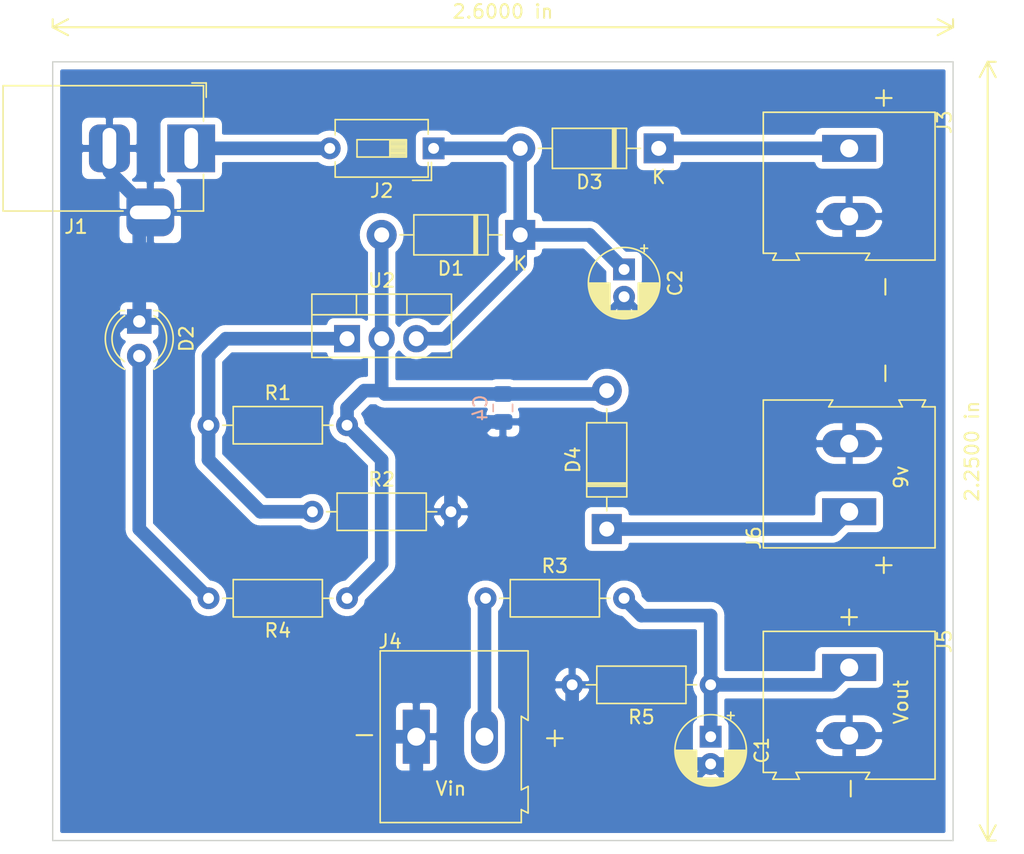
<source format=kicad_pcb>
(kicad_pcb (version 20171130) (host pcbnew 5.1.2-f72e74a~84~ubuntu16.04.1)

  (general
    (thickness 1.6)
    (drawings 17)
    (tracks 73)
    (zones 0)
    (modules 19)
    (nets 11)
  )

  (page A4)
  (title_block
    (title "power circuit sensor pcb")
    (date 2019-08-07)
    (rev V1)
    (company "Fabio Segura Cano")
  )

  (layers
    (0 F.Cu signal)
    (31 B.Cu signal)
    (32 B.Adhes user)
    (33 F.Adhes user)
    (34 B.Paste user)
    (35 F.Paste user)
    (36 B.SilkS user)
    (37 F.SilkS user)
    (38 B.Mask user)
    (39 F.Mask user)
    (40 Dwgs.User user)
    (41 Cmts.User user)
    (42 Eco1.User user)
    (43 Eco2.User user)
    (44 Edge.Cuts user)
    (45 Margin user)
    (46 B.CrtYd user)
    (47 F.CrtYd user)
    (48 B.Fab user)
    (49 F.Fab user)
  )

  (setup
    (last_trace_width 1)
    (trace_clearance 0.25)
    (zone_clearance 0.508)
    (zone_45_only no)
    (trace_min 0.2)
    (via_size 1.5)
    (via_drill 0.5)
    (via_min_size 0.4)
    (via_min_drill 0.3)
    (uvia_size 0.3)
    (uvia_drill 0.1)
    (uvias_allowed no)
    (uvia_min_size 0.2)
    (uvia_min_drill 0.1)
    (edge_width 0.1)
    (segment_width 0.2)
    (pcb_text_width 0.3)
    (pcb_text_size 1.5 1.5)
    (mod_edge_width 0.15)
    (mod_text_size 1 1)
    (mod_text_width 0.15)
    (pad_size 1.524 1.524)
    (pad_drill 0.762)
    (pad_to_mask_clearance 0)
    (aux_axis_origin 0 0)
    (visible_elements FFFFFF7F)
    (pcbplotparams
      (layerselection 0x010fc_ffffffff)
      (usegerberextensions false)
      (usegerberattributes false)
      (usegerberadvancedattributes false)
      (creategerberjobfile false)
      (excludeedgelayer true)
      (linewidth 0.100000)
      (plotframeref false)
      (viasonmask false)
      (mode 1)
      (useauxorigin false)
      (hpglpennumber 1)
      (hpglpenspeed 20)
      (hpglpendiameter 15.000000)
      (psnegative false)
      (psa4output false)
      (plotreference true)
      (plotvalue true)
      (plotinvisibletext false)
      (padsonsilk false)
      (subtractmaskfromsilk false)
      (outputformat 1)
      (mirror false)
      (drillshape 1)
      (scaleselection 1)
      (outputdirectory ""))
  )

  (net 0 "")
  (net 1 "Net-(C1-Pad1)")
  (net 2 GND)
  (net 3 +12V)
  (net 4 +9V)
  (net 5 "Net-(D2-Pad2)")
  (net 6 "Net-(D3-Pad1)")
  (net 7 "Net-(D4-Pad1)")
  (net 8 "Net-(J1-Pad1)")
  (net 9 "Net-(J4-Pad2)")
  (net 10 "Net-(R1-Pad1)")

  (net_class Default "Esta es la clase de red por defecto."
    (clearance 0.25)
    (trace_width 1)
    (via_dia 1.5)
    (via_drill 0.5)
    (uvia_dia 0.3)
    (uvia_drill 0.1)
    (add_net +12V)
    (add_net +9V)
    (add_net GND)
    (add_net "Net-(C1-Pad1)")
    (add_net "Net-(D2-Pad2)")
    (add_net "Net-(D3-Pad1)")
    (add_net "Net-(D4-Pad1)")
    (add_net "Net-(J1-Pad1)")
    (add_net "Net-(J4-Pad2)")
    (add_net "Net-(R1-Pad1)")
  )

  (module Capacitor_THT:CP_Radial_D5.0mm_P2.00mm (layer F.Cu) (tedit 5AE50EF0) (tstamp 5D4BE319)
    (at 153.67 107.95 270)
    (descr "CP, Radial series, Radial, pin pitch=2.00mm, , diameter=5mm, Electrolytic Capacitor")
    (tags "CP Radial series Radial pin pitch 2.00mm  diameter 5mm Electrolytic Capacitor")
    (path /5D4D97E1)
    (fp_text reference C1 (at 1 -3.75 90) (layer F.SilkS)
      (effects (font (size 1 1) (thickness 0.15)))
    )
    (fp_text value 0.1uf (at 1 3.75 90) (layer F.Fab)
      (effects (font (size 1 1) (thickness 0.15)))
    )
    (fp_circle (center 1 0) (end 3.5 0) (layer F.Fab) (width 0.1))
    (fp_circle (center 1 0) (end 3.62 0) (layer F.SilkS) (width 0.12))
    (fp_circle (center 1 0) (end 3.75 0) (layer F.CrtYd) (width 0.05))
    (fp_line (start -1.133605 -1.0875) (end -0.633605 -1.0875) (layer F.Fab) (width 0.1))
    (fp_line (start -0.883605 -1.3375) (end -0.883605 -0.8375) (layer F.Fab) (width 0.1))
    (fp_line (start 1 1.04) (end 1 2.58) (layer F.SilkS) (width 0.12))
    (fp_line (start 1 -2.58) (end 1 -1.04) (layer F.SilkS) (width 0.12))
    (fp_line (start 1.04 1.04) (end 1.04 2.58) (layer F.SilkS) (width 0.12))
    (fp_line (start 1.04 -2.58) (end 1.04 -1.04) (layer F.SilkS) (width 0.12))
    (fp_line (start 1.08 -2.579) (end 1.08 -1.04) (layer F.SilkS) (width 0.12))
    (fp_line (start 1.08 1.04) (end 1.08 2.579) (layer F.SilkS) (width 0.12))
    (fp_line (start 1.12 -2.578) (end 1.12 -1.04) (layer F.SilkS) (width 0.12))
    (fp_line (start 1.12 1.04) (end 1.12 2.578) (layer F.SilkS) (width 0.12))
    (fp_line (start 1.16 -2.576) (end 1.16 -1.04) (layer F.SilkS) (width 0.12))
    (fp_line (start 1.16 1.04) (end 1.16 2.576) (layer F.SilkS) (width 0.12))
    (fp_line (start 1.2 -2.573) (end 1.2 -1.04) (layer F.SilkS) (width 0.12))
    (fp_line (start 1.2 1.04) (end 1.2 2.573) (layer F.SilkS) (width 0.12))
    (fp_line (start 1.24 -2.569) (end 1.24 -1.04) (layer F.SilkS) (width 0.12))
    (fp_line (start 1.24 1.04) (end 1.24 2.569) (layer F.SilkS) (width 0.12))
    (fp_line (start 1.28 -2.565) (end 1.28 -1.04) (layer F.SilkS) (width 0.12))
    (fp_line (start 1.28 1.04) (end 1.28 2.565) (layer F.SilkS) (width 0.12))
    (fp_line (start 1.32 -2.561) (end 1.32 -1.04) (layer F.SilkS) (width 0.12))
    (fp_line (start 1.32 1.04) (end 1.32 2.561) (layer F.SilkS) (width 0.12))
    (fp_line (start 1.36 -2.556) (end 1.36 -1.04) (layer F.SilkS) (width 0.12))
    (fp_line (start 1.36 1.04) (end 1.36 2.556) (layer F.SilkS) (width 0.12))
    (fp_line (start 1.4 -2.55) (end 1.4 -1.04) (layer F.SilkS) (width 0.12))
    (fp_line (start 1.4 1.04) (end 1.4 2.55) (layer F.SilkS) (width 0.12))
    (fp_line (start 1.44 -2.543) (end 1.44 -1.04) (layer F.SilkS) (width 0.12))
    (fp_line (start 1.44 1.04) (end 1.44 2.543) (layer F.SilkS) (width 0.12))
    (fp_line (start 1.48 -2.536) (end 1.48 -1.04) (layer F.SilkS) (width 0.12))
    (fp_line (start 1.48 1.04) (end 1.48 2.536) (layer F.SilkS) (width 0.12))
    (fp_line (start 1.52 -2.528) (end 1.52 -1.04) (layer F.SilkS) (width 0.12))
    (fp_line (start 1.52 1.04) (end 1.52 2.528) (layer F.SilkS) (width 0.12))
    (fp_line (start 1.56 -2.52) (end 1.56 -1.04) (layer F.SilkS) (width 0.12))
    (fp_line (start 1.56 1.04) (end 1.56 2.52) (layer F.SilkS) (width 0.12))
    (fp_line (start 1.6 -2.511) (end 1.6 -1.04) (layer F.SilkS) (width 0.12))
    (fp_line (start 1.6 1.04) (end 1.6 2.511) (layer F.SilkS) (width 0.12))
    (fp_line (start 1.64 -2.501) (end 1.64 -1.04) (layer F.SilkS) (width 0.12))
    (fp_line (start 1.64 1.04) (end 1.64 2.501) (layer F.SilkS) (width 0.12))
    (fp_line (start 1.68 -2.491) (end 1.68 -1.04) (layer F.SilkS) (width 0.12))
    (fp_line (start 1.68 1.04) (end 1.68 2.491) (layer F.SilkS) (width 0.12))
    (fp_line (start 1.721 -2.48) (end 1.721 -1.04) (layer F.SilkS) (width 0.12))
    (fp_line (start 1.721 1.04) (end 1.721 2.48) (layer F.SilkS) (width 0.12))
    (fp_line (start 1.761 -2.468) (end 1.761 -1.04) (layer F.SilkS) (width 0.12))
    (fp_line (start 1.761 1.04) (end 1.761 2.468) (layer F.SilkS) (width 0.12))
    (fp_line (start 1.801 -2.455) (end 1.801 -1.04) (layer F.SilkS) (width 0.12))
    (fp_line (start 1.801 1.04) (end 1.801 2.455) (layer F.SilkS) (width 0.12))
    (fp_line (start 1.841 -2.442) (end 1.841 -1.04) (layer F.SilkS) (width 0.12))
    (fp_line (start 1.841 1.04) (end 1.841 2.442) (layer F.SilkS) (width 0.12))
    (fp_line (start 1.881 -2.428) (end 1.881 -1.04) (layer F.SilkS) (width 0.12))
    (fp_line (start 1.881 1.04) (end 1.881 2.428) (layer F.SilkS) (width 0.12))
    (fp_line (start 1.921 -2.414) (end 1.921 -1.04) (layer F.SilkS) (width 0.12))
    (fp_line (start 1.921 1.04) (end 1.921 2.414) (layer F.SilkS) (width 0.12))
    (fp_line (start 1.961 -2.398) (end 1.961 -1.04) (layer F.SilkS) (width 0.12))
    (fp_line (start 1.961 1.04) (end 1.961 2.398) (layer F.SilkS) (width 0.12))
    (fp_line (start 2.001 -2.382) (end 2.001 -1.04) (layer F.SilkS) (width 0.12))
    (fp_line (start 2.001 1.04) (end 2.001 2.382) (layer F.SilkS) (width 0.12))
    (fp_line (start 2.041 -2.365) (end 2.041 -1.04) (layer F.SilkS) (width 0.12))
    (fp_line (start 2.041 1.04) (end 2.041 2.365) (layer F.SilkS) (width 0.12))
    (fp_line (start 2.081 -2.348) (end 2.081 -1.04) (layer F.SilkS) (width 0.12))
    (fp_line (start 2.081 1.04) (end 2.081 2.348) (layer F.SilkS) (width 0.12))
    (fp_line (start 2.121 -2.329) (end 2.121 -1.04) (layer F.SilkS) (width 0.12))
    (fp_line (start 2.121 1.04) (end 2.121 2.329) (layer F.SilkS) (width 0.12))
    (fp_line (start 2.161 -2.31) (end 2.161 -1.04) (layer F.SilkS) (width 0.12))
    (fp_line (start 2.161 1.04) (end 2.161 2.31) (layer F.SilkS) (width 0.12))
    (fp_line (start 2.201 -2.29) (end 2.201 -1.04) (layer F.SilkS) (width 0.12))
    (fp_line (start 2.201 1.04) (end 2.201 2.29) (layer F.SilkS) (width 0.12))
    (fp_line (start 2.241 -2.268) (end 2.241 -1.04) (layer F.SilkS) (width 0.12))
    (fp_line (start 2.241 1.04) (end 2.241 2.268) (layer F.SilkS) (width 0.12))
    (fp_line (start 2.281 -2.247) (end 2.281 -1.04) (layer F.SilkS) (width 0.12))
    (fp_line (start 2.281 1.04) (end 2.281 2.247) (layer F.SilkS) (width 0.12))
    (fp_line (start 2.321 -2.224) (end 2.321 -1.04) (layer F.SilkS) (width 0.12))
    (fp_line (start 2.321 1.04) (end 2.321 2.224) (layer F.SilkS) (width 0.12))
    (fp_line (start 2.361 -2.2) (end 2.361 -1.04) (layer F.SilkS) (width 0.12))
    (fp_line (start 2.361 1.04) (end 2.361 2.2) (layer F.SilkS) (width 0.12))
    (fp_line (start 2.401 -2.175) (end 2.401 -1.04) (layer F.SilkS) (width 0.12))
    (fp_line (start 2.401 1.04) (end 2.401 2.175) (layer F.SilkS) (width 0.12))
    (fp_line (start 2.441 -2.149) (end 2.441 -1.04) (layer F.SilkS) (width 0.12))
    (fp_line (start 2.441 1.04) (end 2.441 2.149) (layer F.SilkS) (width 0.12))
    (fp_line (start 2.481 -2.122) (end 2.481 -1.04) (layer F.SilkS) (width 0.12))
    (fp_line (start 2.481 1.04) (end 2.481 2.122) (layer F.SilkS) (width 0.12))
    (fp_line (start 2.521 -2.095) (end 2.521 -1.04) (layer F.SilkS) (width 0.12))
    (fp_line (start 2.521 1.04) (end 2.521 2.095) (layer F.SilkS) (width 0.12))
    (fp_line (start 2.561 -2.065) (end 2.561 -1.04) (layer F.SilkS) (width 0.12))
    (fp_line (start 2.561 1.04) (end 2.561 2.065) (layer F.SilkS) (width 0.12))
    (fp_line (start 2.601 -2.035) (end 2.601 -1.04) (layer F.SilkS) (width 0.12))
    (fp_line (start 2.601 1.04) (end 2.601 2.035) (layer F.SilkS) (width 0.12))
    (fp_line (start 2.641 -2.004) (end 2.641 -1.04) (layer F.SilkS) (width 0.12))
    (fp_line (start 2.641 1.04) (end 2.641 2.004) (layer F.SilkS) (width 0.12))
    (fp_line (start 2.681 -1.971) (end 2.681 -1.04) (layer F.SilkS) (width 0.12))
    (fp_line (start 2.681 1.04) (end 2.681 1.971) (layer F.SilkS) (width 0.12))
    (fp_line (start 2.721 -1.937) (end 2.721 -1.04) (layer F.SilkS) (width 0.12))
    (fp_line (start 2.721 1.04) (end 2.721 1.937) (layer F.SilkS) (width 0.12))
    (fp_line (start 2.761 -1.901) (end 2.761 -1.04) (layer F.SilkS) (width 0.12))
    (fp_line (start 2.761 1.04) (end 2.761 1.901) (layer F.SilkS) (width 0.12))
    (fp_line (start 2.801 -1.864) (end 2.801 -1.04) (layer F.SilkS) (width 0.12))
    (fp_line (start 2.801 1.04) (end 2.801 1.864) (layer F.SilkS) (width 0.12))
    (fp_line (start 2.841 -1.826) (end 2.841 -1.04) (layer F.SilkS) (width 0.12))
    (fp_line (start 2.841 1.04) (end 2.841 1.826) (layer F.SilkS) (width 0.12))
    (fp_line (start 2.881 -1.785) (end 2.881 -1.04) (layer F.SilkS) (width 0.12))
    (fp_line (start 2.881 1.04) (end 2.881 1.785) (layer F.SilkS) (width 0.12))
    (fp_line (start 2.921 -1.743) (end 2.921 -1.04) (layer F.SilkS) (width 0.12))
    (fp_line (start 2.921 1.04) (end 2.921 1.743) (layer F.SilkS) (width 0.12))
    (fp_line (start 2.961 -1.699) (end 2.961 -1.04) (layer F.SilkS) (width 0.12))
    (fp_line (start 2.961 1.04) (end 2.961 1.699) (layer F.SilkS) (width 0.12))
    (fp_line (start 3.001 -1.653) (end 3.001 -1.04) (layer F.SilkS) (width 0.12))
    (fp_line (start 3.001 1.04) (end 3.001 1.653) (layer F.SilkS) (width 0.12))
    (fp_line (start 3.041 -1.605) (end 3.041 1.605) (layer F.SilkS) (width 0.12))
    (fp_line (start 3.081 -1.554) (end 3.081 1.554) (layer F.SilkS) (width 0.12))
    (fp_line (start 3.121 -1.5) (end 3.121 1.5) (layer F.SilkS) (width 0.12))
    (fp_line (start 3.161 -1.443) (end 3.161 1.443) (layer F.SilkS) (width 0.12))
    (fp_line (start 3.201 -1.383) (end 3.201 1.383) (layer F.SilkS) (width 0.12))
    (fp_line (start 3.241 -1.319) (end 3.241 1.319) (layer F.SilkS) (width 0.12))
    (fp_line (start 3.281 -1.251) (end 3.281 1.251) (layer F.SilkS) (width 0.12))
    (fp_line (start 3.321 -1.178) (end 3.321 1.178) (layer F.SilkS) (width 0.12))
    (fp_line (start 3.361 -1.098) (end 3.361 1.098) (layer F.SilkS) (width 0.12))
    (fp_line (start 3.401 -1.011) (end 3.401 1.011) (layer F.SilkS) (width 0.12))
    (fp_line (start 3.441 -0.915) (end 3.441 0.915) (layer F.SilkS) (width 0.12))
    (fp_line (start 3.481 -0.805) (end 3.481 0.805) (layer F.SilkS) (width 0.12))
    (fp_line (start 3.521 -0.677) (end 3.521 0.677) (layer F.SilkS) (width 0.12))
    (fp_line (start 3.561 -0.518) (end 3.561 0.518) (layer F.SilkS) (width 0.12))
    (fp_line (start 3.601 -0.284) (end 3.601 0.284) (layer F.SilkS) (width 0.12))
    (fp_line (start -1.804775 -1.475) (end -1.304775 -1.475) (layer F.SilkS) (width 0.12))
    (fp_line (start -1.554775 -1.725) (end -1.554775 -1.225) (layer F.SilkS) (width 0.12))
    (fp_text user %R (at 1 0 90) (layer F.Fab)
      (effects (font (size 1 1) (thickness 0.15)))
    )
    (pad 1 thru_hole rect (at 0 0 270) (size 1.6 1.6) (drill 0.8) (layers *.Cu *.Mask)
      (net 1 "Net-(C1-Pad1)"))
    (pad 2 thru_hole circle (at 2 0 270) (size 1.6 1.6) (drill 0.8) (layers *.Cu *.Mask)
      (net 2 GND))
    (model ${KISYS3DMOD}/Capacitor_THT.3dshapes/CP_Radial_D5.0mm_P2.00mm.wrl
      (at (xyz 0 0 0))
      (scale (xyz 1 1 1))
      (rotate (xyz 0 0 0))
    )
  )

  (module Capacitor_THT:CP_Radial_D5.0mm_P2.00mm (layer F.Cu) (tedit 5AE50EF0) (tstamp 5D4BE703)
    (at 147.32 73.66 270)
    (descr "CP, Radial series, Radial, pin pitch=2.00mm, , diameter=5mm, Electrolytic Capacitor")
    (tags "CP Radial series Radial pin pitch 2.00mm  diameter 5mm Electrolytic Capacitor")
    (path /5C807FEF)
    (fp_text reference C2 (at 1 -3.75 90) (layer F.SilkS)
      (effects (font (size 1 1) (thickness 0.15)))
    )
    (fp_text value 0.1uf (at 1 3.75 90) (layer F.Fab)
      (effects (font (size 1 1) (thickness 0.15)))
    )
    (fp_text user %R (at 1 0 90) (layer F.Fab)
      (effects (font (size 1 1) (thickness 0.15)))
    )
    (fp_line (start -1.554775 -1.725) (end -1.554775 -1.225) (layer F.SilkS) (width 0.12))
    (fp_line (start -1.804775 -1.475) (end -1.304775 -1.475) (layer F.SilkS) (width 0.12))
    (fp_line (start 3.601 -0.284) (end 3.601 0.284) (layer F.SilkS) (width 0.12))
    (fp_line (start 3.561 -0.518) (end 3.561 0.518) (layer F.SilkS) (width 0.12))
    (fp_line (start 3.521 -0.677) (end 3.521 0.677) (layer F.SilkS) (width 0.12))
    (fp_line (start 3.481 -0.805) (end 3.481 0.805) (layer F.SilkS) (width 0.12))
    (fp_line (start 3.441 -0.915) (end 3.441 0.915) (layer F.SilkS) (width 0.12))
    (fp_line (start 3.401 -1.011) (end 3.401 1.011) (layer F.SilkS) (width 0.12))
    (fp_line (start 3.361 -1.098) (end 3.361 1.098) (layer F.SilkS) (width 0.12))
    (fp_line (start 3.321 -1.178) (end 3.321 1.178) (layer F.SilkS) (width 0.12))
    (fp_line (start 3.281 -1.251) (end 3.281 1.251) (layer F.SilkS) (width 0.12))
    (fp_line (start 3.241 -1.319) (end 3.241 1.319) (layer F.SilkS) (width 0.12))
    (fp_line (start 3.201 -1.383) (end 3.201 1.383) (layer F.SilkS) (width 0.12))
    (fp_line (start 3.161 -1.443) (end 3.161 1.443) (layer F.SilkS) (width 0.12))
    (fp_line (start 3.121 -1.5) (end 3.121 1.5) (layer F.SilkS) (width 0.12))
    (fp_line (start 3.081 -1.554) (end 3.081 1.554) (layer F.SilkS) (width 0.12))
    (fp_line (start 3.041 -1.605) (end 3.041 1.605) (layer F.SilkS) (width 0.12))
    (fp_line (start 3.001 1.04) (end 3.001 1.653) (layer F.SilkS) (width 0.12))
    (fp_line (start 3.001 -1.653) (end 3.001 -1.04) (layer F.SilkS) (width 0.12))
    (fp_line (start 2.961 1.04) (end 2.961 1.699) (layer F.SilkS) (width 0.12))
    (fp_line (start 2.961 -1.699) (end 2.961 -1.04) (layer F.SilkS) (width 0.12))
    (fp_line (start 2.921 1.04) (end 2.921 1.743) (layer F.SilkS) (width 0.12))
    (fp_line (start 2.921 -1.743) (end 2.921 -1.04) (layer F.SilkS) (width 0.12))
    (fp_line (start 2.881 1.04) (end 2.881 1.785) (layer F.SilkS) (width 0.12))
    (fp_line (start 2.881 -1.785) (end 2.881 -1.04) (layer F.SilkS) (width 0.12))
    (fp_line (start 2.841 1.04) (end 2.841 1.826) (layer F.SilkS) (width 0.12))
    (fp_line (start 2.841 -1.826) (end 2.841 -1.04) (layer F.SilkS) (width 0.12))
    (fp_line (start 2.801 1.04) (end 2.801 1.864) (layer F.SilkS) (width 0.12))
    (fp_line (start 2.801 -1.864) (end 2.801 -1.04) (layer F.SilkS) (width 0.12))
    (fp_line (start 2.761 1.04) (end 2.761 1.901) (layer F.SilkS) (width 0.12))
    (fp_line (start 2.761 -1.901) (end 2.761 -1.04) (layer F.SilkS) (width 0.12))
    (fp_line (start 2.721 1.04) (end 2.721 1.937) (layer F.SilkS) (width 0.12))
    (fp_line (start 2.721 -1.937) (end 2.721 -1.04) (layer F.SilkS) (width 0.12))
    (fp_line (start 2.681 1.04) (end 2.681 1.971) (layer F.SilkS) (width 0.12))
    (fp_line (start 2.681 -1.971) (end 2.681 -1.04) (layer F.SilkS) (width 0.12))
    (fp_line (start 2.641 1.04) (end 2.641 2.004) (layer F.SilkS) (width 0.12))
    (fp_line (start 2.641 -2.004) (end 2.641 -1.04) (layer F.SilkS) (width 0.12))
    (fp_line (start 2.601 1.04) (end 2.601 2.035) (layer F.SilkS) (width 0.12))
    (fp_line (start 2.601 -2.035) (end 2.601 -1.04) (layer F.SilkS) (width 0.12))
    (fp_line (start 2.561 1.04) (end 2.561 2.065) (layer F.SilkS) (width 0.12))
    (fp_line (start 2.561 -2.065) (end 2.561 -1.04) (layer F.SilkS) (width 0.12))
    (fp_line (start 2.521 1.04) (end 2.521 2.095) (layer F.SilkS) (width 0.12))
    (fp_line (start 2.521 -2.095) (end 2.521 -1.04) (layer F.SilkS) (width 0.12))
    (fp_line (start 2.481 1.04) (end 2.481 2.122) (layer F.SilkS) (width 0.12))
    (fp_line (start 2.481 -2.122) (end 2.481 -1.04) (layer F.SilkS) (width 0.12))
    (fp_line (start 2.441 1.04) (end 2.441 2.149) (layer F.SilkS) (width 0.12))
    (fp_line (start 2.441 -2.149) (end 2.441 -1.04) (layer F.SilkS) (width 0.12))
    (fp_line (start 2.401 1.04) (end 2.401 2.175) (layer F.SilkS) (width 0.12))
    (fp_line (start 2.401 -2.175) (end 2.401 -1.04) (layer F.SilkS) (width 0.12))
    (fp_line (start 2.361 1.04) (end 2.361 2.2) (layer F.SilkS) (width 0.12))
    (fp_line (start 2.361 -2.2) (end 2.361 -1.04) (layer F.SilkS) (width 0.12))
    (fp_line (start 2.321 1.04) (end 2.321 2.224) (layer F.SilkS) (width 0.12))
    (fp_line (start 2.321 -2.224) (end 2.321 -1.04) (layer F.SilkS) (width 0.12))
    (fp_line (start 2.281 1.04) (end 2.281 2.247) (layer F.SilkS) (width 0.12))
    (fp_line (start 2.281 -2.247) (end 2.281 -1.04) (layer F.SilkS) (width 0.12))
    (fp_line (start 2.241 1.04) (end 2.241 2.268) (layer F.SilkS) (width 0.12))
    (fp_line (start 2.241 -2.268) (end 2.241 -1.04) (layer F.SilkS) (width 0.12))
    (fp_line (start 2.201 1.04) (end 2.201 2.29) (layer F.SilkS) (width 0.12))
    (fp_line (start 2.201 -2.29) (end 2.201 -1.04) (layer F.SilkS) (width 0.12))
    (fp_line (start 2.161 1.04) (end 2.161 2.31) (layer F.SilkS) (width 0.12))
    (fp_line (start 2.161 -2.31) (end 2.161 -1.04) (layer F.SilkS) (width 0.12))
    (fp_line (start 2.121 1.04) (end 2.121 2.329) (layer F.SilkS) (width 0.12))
    (fp_line (start 2.121 -2.329) (end 2.121 -1.04) (layer F.SilkS) (width 0.12))
    (fp_line (start 2.081 1.04) (end 2.081 2.348) (layer F.SilkS) (width 0.12))
    (fp_line (start 2.081 -2.348) (end 2.081 -1.04) (layer F.SilkS) (width 0.12))
    (fp_line (start 2.041 1.04) (end 2.041 2.365) (layer F.SilkS) (width 0.12))
    (fp_line (start 2.041 -2.365) (end 2.041 -1.04) (layer F.SilkS) (width 0.12))
    (fp_line (start 2.001 1.04) (end 2.001 2.382) (layer F.SilkS) (width 0.12))
    (fp_line (start 2.001 -2.382) (end 2.001 -1.04) (layer F.SilkS) (width 0.12))
    (fp_line (start 1.961 1.04) (end 1.961 2.398) (layer F.SilkS) (width 0.12))
    (fp_line (start 1.961 -2.398) (end 1.961 -1.04) (layer F.SilkS) (width 0.12))
    (fp_line (start 1.921 1.04) (end 1.921 2.414) (layer F.SilkS) (width 0.12))
    (fp_line (start 1.921 -2.414) (end 1.921 -1.04) (layer F.SilkS) (width 0.12))
    (fp_line (start 1.881 1.04) (end 1.881 2.428) (layer F.SilkS) (width 0.12))
    (fp_line (start 1.881 -2.428) (end 1.881 -1.04) (layer F.SilkS) (width 0.12))
    (fp_line (start 1.841 1.04) (end 1.841 2.442) (layer F.SilkS) (width 0.12))
    (fp_line (start 1.841 -2.442) (end 1.841 -1.04) (layer F.SilkS) (width 0.12))
    (fp_line (start 1.801 1.04) (end 1.801 2.455) (layer F.SilkS) (width 0.12))
    (fp_line (start 1.801 -2.455) (end 1.801 -1.04) (layer F.SilkS) (width 0.12))
    (fp_line (start 1.761 1.04) (end 1.761 2.468) (layer F.SilkS) (width 0.12))
    (fp_line (start 1.761 -2.468) (end 1.761 -1.04) (layer F.SilkS) (width 0.12))
    (fp_line (start 1.721 1.04) (end 1.721 2.48) (layer F.SilkS) (width 0.12))
    (fp_line (start 1.721 -2.48) (end 1.721 -1.04) (layer F.SilkS) (width 0.12))
    (fp_line (start 1.68 1.04) (end 1.68 2.491) (layer F.SilkS) (width 0.12))
    (fp_line (start 1.68 -2.491) (end 1.68 -1.04) (layer F.SilkS) (width 0.12))
    (fp_line (start 1.64 1.04) (end 1.64 2.501) (layer F.SilkS) (width 0.12))
    (fp_line (start 1.64 -2.501) (end 1.64 -1.04) (layer F.SilkS) (width 0.12))
    (fp_line (start 1.6 1.04) (end 1.6 2.511) (layer F.SilkS) (width 0.12))
    (fp_line (start 1.6 -2.511) (end 1.6 -1.04) (layer F.SilkS) (width 0.12))
    (fp_line (start 1.56 1.04) (end 1.56 2.52) (layer F.SilkS) (width 0.12))
    (fp_line (start 1.56 -2.52) (end 1.56 -1.04) (layer F.SilkS) (width 0.12))
    (fp_line (start 1.52 1.04) (end 1.52 2.528) (layer F.SilkS) (width 0.12))
    (fp_line (start 1.52 -2.528) (end 1.52 -1.04) (layer F.SilkS) (width 0.12))
    (fp_line (start 1.48 1.04) (end 1.48 2.536) (layer F.SilkS) (width 0.12))
    (fp_line (start 1.48 -2.536) (end 1.48 -1.04) (layer F.SilkS) (width 0.12))
    (fp_line (start 1.44 1.04) (end 1.44 2.543) (layer F.SilkS) (width 0.12))
    (fp_line (start 1.44 -2.543) (end 1.44 -1.04) (layer F.SilkS) (width 0.12))
    (fp_line (start 1.4 1.04) (end 1.4 2.55) (layer F.SilkS) (width 0.12))
    (fp_line (start 1.4 -2.55) (end 1.4 -1.04) (layer F.SilkS) (width 0.12))
    (fp_line (start 1.36 1.04) (end 1.36 2.556) (layer F.SilkS) (width 0.12))
    (fp_line (start 1.36 -2.556) (end 1.36 -1.04) (layer F.SilkS) (width 0.12))
    (fp_line (start 1.32 1.04) (end 1.32 2.561) (layer F.SilkS) (width 0.12))
    (fp_line (start 1.32 -2.561) (end 1.32 -1.04) (layer F.SilkS) (width 0.12))
    (fp_line (start 1.28 1.04) (end 1.28 2.565) (layer F.SilkS) (width 0.12))
    (fp_line (start 1.28 -2.565) (end 1.28 -1.04) (layer F.SilkS) (width 0.12))
    (fp_line (start 1.24 1.04) (end 1.24 2.569) (layer F.SilkS) (width 0.12))
    (fp_line (start 1.24 -2.569) (end 1.24 -1.04) (layer F.SilkS) (width 0.12))
    (fp_line (start 1.2 1.04) (end 1.2 2.573) (layer F.SilkS) (width 0.12))
    (fp_line (start 1.2 -2.573) (end 1.2 -1.04) (layer F.SilkS) (width 0.12))
    (fp_line (start 1.16 1.04) (end 1.16 2.576) (layer F.SilkS) (width 0.12))
    (fp_line (start 1.16 -2.576) (end 1.16 -1.04) (layer F.SilkS) (width 0.12))
    (fp_line (start 1.12 1.04) (end 1.12 2.578) (layer F.SilkS) (width 0.12))
    (fp_line (start 1.12 -2.578) (end 1.12 -1.04) (layer F.SilkS) (width 0.12))
    (fp_line (start 1.08 1.04) (end 1.08 2.579) (layer F.SilkS) (width 0.12))
    (fp_line (start 1.08 -2.579) (end 1.08 -1.04) (layer F.SilkS) (width 0.12))
    (fp_line (start 1.04 -2.58) (end 1.04 -1.04) (layer F.SilkS) (width 0.12))
    (fp_line (start 1.04 1.04) (end 1.04 2.58) (layer F.SilkS) (width 0.12))
    (fp_line (start 1 -2.58) (end 1 -1.04) (layer F.SilkS) (width 0.12))
    (fp_line (start 1 1.04) (end 1 2.58) (layer F.SilkS) (width 0.12))
    (fp_line (start -0.883605 -1.3375) (end -0.883605 -0.8375) (layer F.Fab) (width 0.1))
    (fp_line (start -1.133605 -1.0875) (end -0.633605 -1.0875) (layer F.Fab) (width 0.1))
    (fp_circle (center 1 0) (end 3.75 0) (layer F.CrtYd) (width 0.05))
    (fp_circle (center 1 0) (end 3.62 0) (layer F.SilkS) (width 0.12))
    (fp_circle (center 1 0) (end 3.5 0) (layer F.Fab) (width 0.1))
    (pad 2 thru_hole circle (at 2 0 270) (size 1.6 1.6) (drill 0.8) (layers *.Cu *.Mask)
      (net 2 GND))
    (pad 1 thru_hole rect (at 0 0 270) (size 1.6 1.6) (drill 0.8) (layers *.Cu *.Mask)
      (net 3 +12V))
    (model ${KISYS3DMOD}/Capacitor_THT.3dshapes/CP_Radial_D5.0mm_P2.00mm.wrl
      (at (xyz 0 0 0))
      (scale (xyz 1 1 1))
      (rotate (xyz 0 0 0))
    )
  )

  (module Diode_THT:D_DO-41_SOD81_P10.16mm_Horizontal (layer F.Cu) (tedit 5AE50CD5) (tstamp 5D4C02EF)
    (at 139.7 71.12 180)
    (descr "Diode, DO-41_SOD81 series, Axial, Horizontal, pin pitch=10.16mm, , length*diameter=5.2*2.7mm^2, , http://www.diodes.com/_files/packages/DO-41%20(Plastic).pdf")
    (tags "Diode DO-41_SOD81 series Axial Horizontal pin pitch 10.16mm  length 5.2mm diameter 2.7mm")
    (path /5D4C1AF2)
    (fp_text reference D1 (at 5.08 -2.47) (layer F.SilkS)
      (effects (font (size 1 1) (thickness 0.15)))
    )
    (fp_text value 1N4001 (at 5.08 2.47) (layer F.Fab)
      (effects (font (size 1 1) (thickness 0.15)))
    )
    (fp_line (start 2.48 -1.35) (end 2.48 1.35) (layer F.Fab) (width 0.1))
    (fp_line (start 2.48 1.35) (end 7.68 1.35) (layer F.Fab) (width 0.1))
    (fp_line (start 7.68 1.35) (end 7.68 -1.35) (layer F.Fab) (width 0.1))
    (fp_line (start 7.68 -1.35) (end 2.48 -1.35) (layer F.Fab) (width 0.1))
    (fp_line (start 0 0) (end 2.48 0) (layer F.Fab) (width 0.1))
    (fp_line (start 10.16 0) (end 7.68 0) (layer F.Fab) (width 0.1))
    (fp_line (start 3.26 -1.35) (end 3.26 1.35) (layer F.Fab) (width 0.1))
    (fp_line (start 3.36 -1.35) (end 3.36 1.35) (layer F.Fab) (width 0.1))
    (fp_line (start 3.16 -1.35) (end 3.16 1.35) (layer F.Fab) (width 0.1))
    (fp_line (start 2.36 -1.47) (end 2.36 1.47) (layer F.SilkS) (width 0.12))
    (fp_line (start 2.36 1.47) (end 7.8 1.47) (layer F.SilkS) (width 0.12))
    (fp_line (start 7.8 1.47) (end 7.8 -1.47) (layer F.SilkS) (width 0.12))
    (fp_line (start 7.8 -1.47) (end 2.36 -1.47) (layer F.SilkS) (width 0.12))
    (fp_line (start 1.34 0) (end 2.36 0) (layer F.SilkS) (width 0.12))
    (fp_line (start 8.82 0) (end 7.8 0) (layer F.SilkS) (width 0.12))
    (fp_line (start 3.26 -1.47) (end 3.26 1.47) (layer F.SilkS) (width 0.12))
    (fp_line (start 3.38 -1.47) (end 3.38 1.47) (layer F.SilkS) (width 0.12))
    (fp_line (start 3.14 -1.47) (end 3.14 1.47) (layer F.SilkS) (width 0.12))
    (fp_line (start -1.35 -1.6) (end -1.35 1.6) (layer F.CrtYd) (width 0.05))
    (fp_line (start -1.35 1.6) (end 11.51 1.6) (layer F.CrtYd) (width 0.05))
    (fp_line (start 11.51 1.6) (end 11.51 -1.6) (layer F.CrtYd) (width 0.05))
    (fp_line (start 11.51 -1.6) (end -1.35 -1.6) (layer F.CrtYd) (width 0.05))
    (fp_text user %R (at 5.47 0) (layer F.Fab)
      (effects (font (size 1 1) (thickness 0.15)))
    )
    (fp_text user K (at 0 -2.1) (layer F.Fab)
      (effects (font (size 1 1) (thickness 0.15)))
    )
    (fp_text user K (at 0 -2.1) (layer F.SilkS)
      (effects (font (size 1 1) (thickness 0.15)))
    )
    (pad 1 thru_hole rect (at 0 0 180) (size 2.2 2.2) (drill 1.1) (layers *.Cu *.Mask)
      (net 3 +12V))
    (pad 2 thru_hole oval (at 10.16 0 180) (size 2.2 2.2) (drill 1.1) (layers *.Cu *.Mask)
      (net 4 +9V))
    (model ${KISYS3DMOD}/Diode_THT.3dshapes/D_DO-41_SOD81_P10.16mm_Horizontal.wrl
      (at (xyz 0 0 0))
      (scale (xyz 1 1 1))
      (rotate (xyz 0 0 0))
    )
  )

  (module LED_THT:LED_D4.0mm (layer F.Cu) (tedit 587A3A7B) (tstamp 5D4BE85B)
    (at 111.76 77.47 270)
    (descr "LED, diameter 4.0mm, 2 pins, http://www.kingbright.com/attachments/file/psearch/000/00/00/L-43GD(Ver.12B).pdf")
    (tags "LED diameter 4.0mm 2 pins")
    (path /5C80E28F)
    (fp_text reference D2 (at 1.27 -3.46 90) (layer F.SilkS)
      (effects (font (size 1 1) (thickness 0.15)))
    )
    (fp_text value LED (at 1.27 3.46 90) (layer F.Fab)
      (effects (font (size 1 1) (thickness 0.15)))
    )
    (fp_arc (start 1.27 0) (end -0.73 -1.32665) (angle 292.9) (layer F.Fab) (width 0.1))
    (fp_arc (start 1.27 0) (end -0.79 -1.398749) (angle 120.1) (layer F.SilkS) (width 0.12))
    (fp_arc (start 1.27 0) (end -0.79 1.398749) (angle -120.1) (layer F.SilkS) (width 0.12))
    (fp_arc (start 1.27 0) (end -0.41333 -1.08) (angle 114.6) (layer F.SilkS) (width 0.12))
    (fp_arc (start 1.27 0) (end -0.41333 1.08) (angle -114.6) (layer F.SilkS) (width 0.12))
    (fp_circle (center 1.27 0) (end 3.27 0) (layer F.Fab) (width 0.1))
    (fp_line (start -0.73 -1.32665) (end -0.73 1.32665) (layer F.Fab) (width 0.1))
    (fp_line (start -0.79 -1.399) (end -0.79 -1.08) (layer F.SilkS) (width 0.12))
    (fp_line (start -0.79 1.08) (end -0.79 1.399) (layer F.SilkS) (width 0.12))
    (fp_line (start -1.45 -2.75) (end -1.45 2.75) (layer F.CrtYd) (width 0.05))
    (fp_line (start -1.45 2.75) (end 4 2.75) (layer F.CrtYd) (width 0.05))
    (fp_line (start 4 2.75) (end 4 -2.75) (layer F.CrtYd) (width 0.05))
    (fp_line (start 4 -2.75) (end -1.45 -2.75) (layer F.CrtYd) (width 0.05))
    (pad 1 thru_hole rect (at 0 0 270) (size 1.8 1.8) (drill 0.9) (layers *.Cu *.Mask)
      (net 2 GND))
    (pad 2 thru_hole circle (at 2.54 0 270) (size 1.8 1.8) (drill 0.9) (layers *.Cu *.Mask)
      (net 5 "Net-(D2-Pad2)"))
    (model ${KISYS3DMOD}/LED_THT.3dshapes/LED_D4.0mm.wrl
      (at (xyz 0 0 0))
      (scale (xyz 1 1 1))
      (rotate (xyz 0 0 0))
    )
  )

  (module Diode_THT:D_DO-41_SOD81_P10.16mm_Horizontal (layer F.Cu) (tedit 5AE50CD5) (tstamp 5D4BDF55)
    (at 149.86 64.77 180)
    (descr "Diode, DO-41_SOD81 series, Axial, Horizontal, pin pitch=10.16mm, , length*diameter=5.2*2.7mm^2, , http://www.diodes.com/_files/packages/DO-41%20(Plastic).pdf")
    (tags "Diode DO-41_SOD81 series Axial Horizontal pin pitch 10.16mm  length 5.2mm diameter 2.7mm")
    (path /5D4C4754)
    (fp_text reference D3 (at 5.08 -2.47) (layer F.SilkS)
      (effects (font (size 1 1) (thickness 0.15)))
    )
    (fp_text value 1N4001 (at 5.08 2.47) (layer F.Fab)
      (effects (font (size 1 1) (thickness 0.15)))
    )
    (fp_line (start 2.48 -1.35) (end 2.48 1.35) (layer F.Fab) (width 0.1))
    (fp_line (start 2.48 1.35) (end 7.68 1.35) (layer F.Fab) (width 0.1))
    (fp_line (start 7.68 1.35) (end 7.68 -1.35) (layer F.Fab) (width 0.1))
    (fp_line (start 7.68 -1.35) (end 2.48 -1.35) (layer F.Fab) (width 0.1))
    (fp_line (start 0 0) (end 2.48 0) (layer F.Fab) (width 0.1))
    (fp_line (start 10.16 0) (end 7.68 0) (layer F.Fab) (width 0.1))
    (fp_line (start 3.26 -1.35) (end 3.26 1.35) (layer F.Fab) (width 0.1))
    (fp_line (start 3.36 -1.35) (end 3.36 1.35) (layer F.Fab) (width 0.1))
    (fp_line (start 3.16 -1.35) (end 3.16 1.35) (layer F.Fab) (width 0.1))
    (fp_line (start 2.36 -1.47) (end 2.36 1.47) (layer F.SilkS) (width 0.12))
    (fp_line (start 2.36 1.47) (end 7.8 1.47) (layer F.SilkS) (width 0.12))
    (fp_line (start 7.8 1.47) (end 7.8 -1.47) (layer F.SilkS) (width 0.12))
    (fp_line (start 7.8 -1.47) (end 2.36 -1.47) (layer F.SilkS) (width 0.12))
    (fp_line (start 1.34 0) (end 2.36 0) (layer F.SilkS) (width 0.12))
    (fp_line (start 8.82 0) (end 7.8 0) (layer F.SilkS) (width 0.12))
    (fp_line (start 3.26 -1.47) (end 3.26 1.47) (layer F.SilkS) (width 0.12))
    (fp_line (start 3.38 -1.47) (end 3.38 1.47) (layer F.SilkS) (width 0.12))
    (fp_line (start 3.14 -1.47) (end 3.14 1.47) (layer F.SilkS) (width 0.12))
    (fp_line (start -1.35 -1.6) (end -1.35 1.6) (layer F.CrtYd) (width 0.05))
    (fp_line (start -1.35 1.6) (end 11.51 1.6) (layer F.CrtYd) (width 0.05))
    (fp_line (start 11.51 1.6) (end 11.51 -1.6) (layer F.CrtYd) (width 0.05))
    (fp_line (start 11.51 -1.6) (end -1.35 -1.6) (layer F.CrtYd) (width 0.05))
    (fp_text user %R (at 5.47 0) (layer F.Fab)
      (effects (font (size 1 1) (thickness 0.15)))
    )
    (fp_text user K (at 0 -2.1) (layer F.Fab)
      (effects (font (size 1 1) (thickness 0.15)))
    )
    (fp_text user K (at 0 -2.1) (layer F.SilkS)
      (effects (font (size 1 1) (thickness 0.15)))
    )
    (pad 1 thru_hole rect (at 0 0 180) (size 2.2 2.2) (drill 1.1) (layers *.Cu *.Mask)
      (net 6 "Net-(D3-Pad1)"))
    (pad 2 thru_hole oval (at 10.16 0 180) (size 2.2 2.2) (drill 1.1) (layers *.Cu *.Mask)
      (net 3 +12V))
    (model ${KISYS3DMOD}/Diode_THT.3dshapes/D_DO-41_SOD81_P10.16mm_Horizontal.wrl
      (at (xyz 0 0 0))
      (scale (xyz 1 1 1))
      (rotate (xyz 0 0 0))
    )
  )

  (module Diode_THT:D_DO-41_SOD81_P10.16mm_Horizontal (layer F.Cu) (tedit 5AE50CD5) (tstamp 5D4BDEFB)
    (at 146.05 92.71 90)
    (descr "Diode, DO-41_SOD81 series, Axial, Horizontal, pin pitch=10.16mm, , length*diameter=5.2*2.7mm^2, , http://www.diodes.com/_files/packages/DO-41%20(Plastic).pdf")
    (tags "Diode DO-41_SOD81 series Axial Horizontal pin pitch 10.16mm  length 5.2mm diameter 2.7mm")
    (path /5D4C2E9C)
    (fp_text reference D4 (at 5.08 -2.47 90) (layer F.SilkS)
      (effects (font (size 1 1) (thickness 0.15)))
    )
    (fp_text value 1N4001 (at 5.08 2.47 90) (layer F.Fab)
      (effects (font (size 1 1) (thickness 0.15)))
    )
    (fp_text user %R (at 5.47 0 90) (layer F.Fab)
      (effects (font (size 1 1) (thickness 0.15)))
    )
    (fp_line (start 11.51 -1.6) (end -1.35 -1.6) (layer F.CrtYd) (width 0.05))
    (fp_line (start 11.51 1.6) (end 11.51 -1.6) (layer F.CrtYd) (width 0.05))
    (fp_line (start -1.35 1.6) (end 11.51 1.6) (layer F.CrtYd) (width 0.05))
    (fp_line (start -1.35 -1.6) (end -1.35 1.6) (layer F.CrtYd) (width 0.05))
    (fp_line (start 3.14 -1.47) (end 3.14 1.47) (layer F.SilkS) (width 0.12))
    (fp_line (start 3.38 -1.47) (end 3.38 1.47) (layer F.SilkS) (width 0.12))
    (fp_line (start 3.26 -1.47) (end 3.26 1.47) (layer F.SilkS) (width 0.12))
    (fp_line (start 8.82 0) (end 7.8 0) (layer F.SilkS) (width 0.12))
    (fp_line (start 1.34 0) (end 2.36 0) (layer F.SilkS) (width 0.12))
    (fp_line (start 7.8 -1.47) (end 2.36 -1.47) (layer F.SilkS) (width 0.12))
    (fp_line (start 7.8 1.47) (end 7.8 -1.47) (layer F.SilkS) (width 0.12))
    (fp_line (start 2.36 1.47) (end 7.8 1.47) (layer F.SilkS) (width 0.12))
    (fp_line (start 2.36 -1.47) (end 2.36 1.47) (layer F.SilkS) (width 0.12))
    (fp_line (start 3.16 -1.35) (end 3.16 1.35) (layer F.Fab) (width 0.1))
    (fp_line (start 3.36 -1.35) (end 3.36 1.35) (layer F.Fab) (width 0.1))
    (fp_line (start 3.26 -1.35) (end 3.26 1.35) (layer F.Fab) (width 0.1))
    (fp_line (start 10.16 0) (end 7.68 0) (layer F.Fab) (width 0.1))
    (fp_line (start 0 0) (end 2.48 0) (layer F.Fab) (width 0.1))
    (fp_line (start 7.68 -1.35) (end 2.48 -1.35) (layer F.Fab) (width 0.1))
    (fp_line (start 7.68 1.35) (end 7.68 -1.35) (layer F.Fab) (width 0.1))
    (fp_line (start 2.48 1.35) (end 7.68 1.35) (layer F.Fab) (width 0.1))
    (fp_line (start 2.48 -1.35) (end 2.48 1.35) (layer F.Fab) (width 0.1))
    (pad 2 thru_hole oval (at 10.16 0 90) (size 2.2 2.2) (drill 1.1) (layers *.Cu *.Mask)
      (net 4 +9V))
    (pad 1 thru_hole rect (at 0 0 90) (size 2.2 2.2) (drill 1.1) (layers *.Cu *.Mask)
      (net 7 "Net-(D4-Pad1)"))
    (model ${KISYS3DMOD}/Diode_THT.3dshapes/D_DO-41_SOD81_P10.16mm_Horizontal.wrl
      (at (xyz 0 0 0))
      (scale (xyz 1 1 1))
      (rotate (xyz 0 0 0))
    )
  )

  (module Connector_BarrelJack:BarrelJack_Horizontal (layer F.Cu) (tedit 5A1DBF6A) (tstamp 5D4BE8A1)
    (at 115.57 64.77)
    (descr "DC Barrel Jack")
    (tags "Power Jack")
    (path /5C807410)
    (fp_text reference J1 (at -8.45 5.75) (layer F.SilkS)
      (effects (font (size 1 1) (thickness 0.15)))
    )
    (fp_text value Barrel_Jack (at -6.2 -5.5) (layer F.Fab)
      (effects (font (size 1 1) (thickness 0.15)))
    )
    (fp_text user %R (at -3 -2.95) (layer F.Fab)
      (effects (font (size 1 1) (thickness 0.15)))
    )
    (fp_line (start -0.003213 -4.505425) (end 0.8 -3.75) (layer F.Fab) (width 0.1))
    (fp_line (start 1.1 -3.75) (end 1.1 -4.8) (layer F.SilkS) (width 0.12))
    (fp_line (start 0.05 -4.8) (end 1.1 -4.8) (layer F.SilkS) (width 0.12))
    (fp_line (start 1 -4.5) (end 1 -4.75) (layer F.CrtYd) (width 0.05))
    (fp_line (start 1 -4.75) (end -14 -4.75) (layer F.CrtYd) (width 0.05))
    (fp_line (start 1 -4.5) (end 1 -2) (layer F.CrtYd) (width 0.05))
    (fp_line (start 1 -2) (end 2 -2) (layer F.CrtYd) (width 0.05))
    (fp_line (start 2 -2) (end 2 2) (layer F.CrtYd) (width 0.05))
    (fp_line (start 2 2) (end 1 2) (layer F.CrtYd) (width 0.05))
    (fp_line (start 1 2) (end 1 4.75) (layer F.CrtYd) (width 0.05))
    (fp_line (start 1 4.75) (end -1 4.75) (layer F.CrtYd) (width 0.05))
    (fp_line (start -1 4.75) (end -1 6.75) (layer F.CrtYd) (width 0.05))
    (fp_line (start -1 6.75) (end -5 6.75) (layer F.CrtYd) (width 0.05))
    (fp_line (start -5 6.75) (end -5 4.75) (layer F.CrtYd) (width 0.05))
    (fp_line (start -5 4.75) (end -14 4.75) (layer F.CrtYd) (width 0.05))
    (fp_line (start -14 4.75) (end -14 -4.75) (layer F.CrtYd) (width 0.05))
    (fp_line (start -5 4.6) (end -13.8 4.6) (layer F.SilkS) (width 0.12))
    (fp_line (start -13.8 4.6) (end -13.8 -4.6) (layer F.SilkS) (width 0.12))
    (fp_line (start 0.9 1.9) (end 0.9 4.6) (layer F.SilkS) (width 0.12))
    (fp_line (start 0.9 4.6) (end -1 4.6) (layer F.SilkS) (width 0.12))
    (fp_line (start -13.8 -4.6) (end 0.9 -4.6) (layer F.SilkS) (width 0.12))
    (fp_line (start 0.9 -4.6) (end 0.9 -2) (layer F.SilkS) (width 0.12))
    (fp_line (start -10.2 -4.5) (end -10.2 4.5) (layer F.Fab) (width 0.1))
    (fp_line (start -13.7 -4.5) (end -13.7 4.5) (layer F.Fab) (width 0.1))
    (fp_line (start -13.7 4.5) (end 0.8 4.5) (layer F.Fab) (width 0.1))
    (fp_line (start 0.8 4.5) (end 0.8 -3.75) (layer F.Fab) (width 0.1))
    (fp_line (start 0 -4.5) (end -13.7 -4.5) (layer F.Fab) (width 0.1))
    (pad 1 thru_hole rect (at 0 0) (size 3.5 3.5) (drill oval 1 3) (layers *.Cu *.Mask)
      (net 8 "Net-(J1-Pad1)"))
    (pad 2 thru_hole roundrect (at -6 0) (size 3 3.5) (drill oval 1 3) (layers *.Cu *.Mask) (roundrect_rratio 0.25)
      (net 2 GND))
    (pad 3 thru_hole roundrect (at -3 4.7) (size 3.5 3.5) (drill oval 3 1) (layers *.Cu *.Mask) (roundrect_rratio 0.25)
      (net 2 GND))
    (model ${KISYS3DMOD}/Connector_BarrelJack.3dshapes/BarrelJack_Horizontal.wrl
      (at (xyz 0 0 0))
      (scale (xyz 1 1 1))
      (rotate (xyz 0 0 0))
    )
  )

  (module Button_Switch_THT:SW_DIP_SPSTx01_Slide_6.7x4.1mm_W7.62mm_P2.54mm_LowProfile (layer F.Cu) (tedit 5A4E1404) (tstamp 5D4BF21D)
    (at 133.35 64.77 180)
    (descr "1x-dip-switch SPST , Slide, row spacing 7.62 mm (300 mils), body size 6.7x4.1mm (see e.g. https://www.ctscorp.com/wp-content/uploads/209-210.pdf), LowProfile")
    (tags "DIP Switch SPST Slide 7.62mm 300mil LowProfile")
    (path /5C8076DF)
    (fp_text reference J2 (at 3.81 -3.11) (layer F.SilkS)
      (effects (font (size 1 1) (thickness 0.15)))
    )
    (fp_text value Barrel_Jack_Switch (at 3.81 3.11) (layer F.Fab)
      (effects (font (size 1 1) (thickness 0.15)))
    )
    (fp_line (start 1.46 -2.05) (end 7.16 -2.05) (layer F.Fab) (width 0.1))
    (fp_line (start 7.16 -2.05) (end 7.16 2.05) (layer F.Fab) (width 0.1))
    (fp_line (start 7.16 2.05) (end 0.46 2.05) (layer F.Fab) (width 0.1))
    (fp_line (start 0.46 2.05) (end 0.46 -1.05) (layer F.Fab) (width 0.1))
    (fp_line (start 0.46 -1.05) (end 1.46 -2.05) (layer F.Fab) (width 0.1))
    (fp_line (start 2 -0.635) (end 2 0.635) (layer F.Fab) (width 0.1))
    (fp_line (start 2 0.635) (end 5.62 0.635) (layer F.Fab) (width 0.1))
    (fp_line (start 5.62 0.635) (end 5.62 -0.635) (layer F.Fab) (width 0.1))
    (fp_line (start 5.62 -0.635) (end 2 -0.635) (layer F.Fab) (width 0.1))
    (fp_line (start 2 -0.535) (end 3.206667 -0.535) (layer F.Fab) (width 0.1))
    (fp_line (start 2 -0.435) (end 3.206667 -0.435) (layer F.Fab) (width 0.1))
    (fp_line (start 2 -0.335) (end 3.206667 -0.335) (layer F.Fab) (width 0.1))
    (fp_line (start 2 -0.235) (end 3.206667 -0.235) (layer F.Fab) (width 0.1))
    (fp_line (start 2 -0.135) (end 3.206667 -0.135) (layer F.Fab) (width 0.1))
    (fp_line (start 2 -0.035) (end 3.206667 -0.035) (layer F.Fab) (width 0.1))
    (fp_line (start 2 0.065) (end 3.206667 0.065) (layer F.Fab) (width 0.1))
    (fp_line (start 2 0.165) (end 3.206667 0.165) (layer F.Fab) (width 0.1))
    (fp_line (start 2 0.265) (end 3.206667 0.265) (layer F.Fab) (width 0.1))
    (fp_line (start 2 0.365) (end 3.206667 0.365) (layer F.Fab) (width 0.1))
    (fp_line (start 2 0.465) (end 3.206667 0.465) (layer F.Fab) (width 0.1))
    (fp_line (start 2 0.565) (end 3.206667 0.565) (layer F.Fab) (width 0.1))
    (fp_line (start 3.206667 -0.635) (end 3.206667 0.635) (layer F.Fab) (width 0.1))
    (fp_line (start 0.4 -2.11) (end 7.221 -2.11) (layer F.SilkS) (width 0.12))
    (fp_line (start 0.4 2.11) (end 7.221 2.11) (layer F.SilkS) (width 0.12))
    (fp_line (start 0.4 -2.11) (end 0.4 -1.04) (layer F.SilkS) (width 0.12))
    (fp_line (start 0.4 1.04) (end 0.4 2.11) (layer F.SilkS) (width 0.12))
    (fp_line (start 7.221 -2.11) (end 7.221 -0.99) (layer F.SilkS) (width 0.12))
    (fp_line (start 7.221 0.99) (end 7.221 2.11) (layer F.SilkS) (width 0.12))
    (fp_line (start 0.16 -2.35) (end 1.543 -2.35) (layer F.SilkS) (width 0.12))
    (fp_line (start 0.16 -2.35) (end 0.16 -1.04) (layer F.SilkS) (width 0.12))
    (fp_line (start 2 -0.635) (end 2 0.635) (layer F.SilkS) (width 0.12))
    (fp_line (start 2 0.635) (end 5.62 0.635) (layer F.SilkS) (width 0.12))
    (fp_line (start 5.62 0.635) (end 5.62 -0.635) (layer F.SilkS) (width 0.12))
    (fp_line (start 5.62 -0.635) (end 2 -0.635) (layer F.SilkS) (width 0.12))
    (fp_line (start 2 -0.515) (end 3.206667 -0.515) (layer F.SilkS) (width 0.12))
    (fp_line (start 2 -0.395) (end 3.206667 -0.395) (layer F.SilkS) (width 0.12))
    (fp_line (start 2 -0.275) (end 3.206667 -0.275) (layer F.SilkS) (width 0.12))
    (fp_line (start 2 -0.155) (end 3.206667 -0.155) (layer F.SilkS) (width 0.12))
    (fp_line (start 2 -0.035) (end 3.206667 -0.035) (layer F.SilkS) (width 0.12))
    (fp_line (start 2 0.085) (end 3.206667 0.085) (layer F.SilkS) (width 0.12))
    (fp_line (start 2 0.205) (end 3.206667 0.205) (layer F.SilkS) (width 0.12))
    (fp_line (start 2 0.325) (end 3.206667 0.325) (layer F.SilkS) (width 0.12))
    (fp_line (start 2 0.445) (end 3.206667 0.445) (layer F.SilkS) (width 0.12))
    (fp_line (start 2 0.565) (end 3.206667 0.565) (layer F.SilkS) (width 0.12))
    (fp_line (start 3.206667 -0.635) (end 3.206667 0.635) (layer F.SilkS) (width 0.12))
    (fp_line (start -1.1 -2.4) (end -1.1 2.4) (layer F.CrtYd) (width 0.05))
    (fp_line (start -1.1 2.4) (end 8.7 2.4) (layer F.CrtYd) (width 0.05))
    (fp_line (start 8.7 2.4) (end 8.7 -2.4) (layer F.CrtYd) (width 0.05))
    (fp_line (start 8.7 -2.4) (end -1.1 -2.4) (layer F.CrtYd) (width 0.05))
    (fp_text user %R (at 6.39 0 90) (layer F.Fab)
      (effects (font (size 0.6 0.6) (thickness 0.09)))
    )
    (fp_text user on (at 4.485 -1.3425) (layer F.Fab)
      (effects (font (size 0.6 0.6) (thickness 0.09)))
    )
    (pad 1 thru_hole rect (at 0 0 180) (size 1.6 1.6) (drill 0.8) (layers *.Cu *.Mask)
      (net 3 +12V))
    (pad 2 thru_hole oval (at 7.62 0 180) (size 1.6 1.6) (drill 0.8) (layers *.Cu *.Mask)
      (net 8 "Net-(J1-Pad1)"))
    (model ${KISYS3DMOD}/Button_Switch_THT.3dshapes/SW_DIP_SPSTx01_Slide_6.7x4.1mm_W7.62mm_P2.54mm_LowProfile.wrl
      (at (xyz 0 0 0))
      (scale (xyz 1 1 1))
      (rotate (xyz 0 0 90))
    )
  )

  (module TerminalBlock:TerminalBlock_Altech_AK300-2_P5.00mm (layer F.Cu) (tedit 59FF0306) (tstamp 5D4BE180)
    (at 163.83 64.77 270)
    (descr "Altech AK300 terminal block, pitch 5.0mm, 45 degree angled, see http://www.mouser.com/ds/2/16/PCBMETRC-24178.pdf")
    (tags "Altech AK300 terminal block pitch 5.0mm")
    (path /5C808DD2)
    (fp_text reference J3 (at -1.92 -6.99 90) (layer F.SilkS)
      (effects (font (size 1 1) (thickness 0.15)))
    )
    (fp_text value Screw_Terminal_01x02 (at 2.78 7.75 90) (layer F.Fab)
      (effects (font (size 1 1) (thickness 0.15)))
    )
    (fp_text user %R (at 2.5 -2 90) (layer F.Fab)
      (effects (font (size 1 1) (thickness 0.15)))
    )
    (fp_line (start -2.65 -6.3) (end -2.65 6.3) (layer F.SilkS) (width 0.12))
    (fp_line (start -2.65 6.3) (end 7.7 6.3) (layer F.SilkS) (width 0.12))
    (fp_line (start 7.7 6.3) (end 7.7 5.35) (layer F.SilkS) (width 0.12))
    (fp_line (start 7.7 5.35) (end 8.2 5.6) (layer F.SilkS) (width 0.12))
    (fp_line (start 8.2 5.6) (end 8.2 3.7) (layer F.SilkS) (width 0.12))
    (fp_line (start 8.2 3.7) (end 8.2 3.65) (layer F.SilkS) (width 0.12))
    (fp_line (start 8.2 3.65) (end 7.7 3.9) (layer F.SilkS) (width 0.12))
    (fp_line (start 7.7 3.9) (end 7.7 -1.5) (layer F.SilkS) (width 0.12))
    (fp_line (start 7.7 -1.5) (end 8.2 -1.2) (layer F.SilkS) (width 0.12))
    (fp_line (start 8.2 -1.2) (end 8.2 -6.3) (layer F.SilkS) (width 0.12))
    (fp_line (start 8.2 -6.3) (end -2.65 -6.3) (layer F.SilkS) (width 0.12))
    (fp_line (start -1.26 2.54) (end 1.28 2.54) (layer F.Fab) (width 0.1))
    (fp_line (start 1.28 2.54) (end 1.28 -0.25) (layer F.Fab) (width 0.1))
    (fp_line (start -1.26 -0.25) (end 1.28 -0.25) (layer F.Fab) (width 0.1))
    (fp_line (start -1.26 2.54) (end -1.26 -0.25) (layer F.Fab) (width 0.1))
    (fp_line (start 3.74 2.54) (end 6.28 2.54) (layer F.Fab) (width 0.1))
    (fp_line (start 6.28 2.54) (end 6.28 -0.25) (layer F.Fab) (width 0.1))
    (fp_line (start 3.74 -0.25) (end 6.28 -0.25) (layer F.Fab) (width 0.1))
    (fp_line (start 3.74 2.54) (end 3.74 -0.25) (layer F.Fab) (width 0.1))
    (fp_line (start 7.61 -6.22) (end 7.61 -3.17) (layer F.Fab) (width 0.1))
    (fp_line (start 7.61 -6.22) (end -2.58 -6.22) (layer F.Fab) (width 0.1))
    (fp_line (start 7.61 -6.22) (end 8.11 -6.22) (layer F.Fab) (width 0.1))
    (fp_line (start 8.11 -6.22) (end 8.11 -1.4) (layer F.Fab) (width 0.1))
    (fp_line (start 8.11 -1.4) (end 7.61 -1.65) (layer F.Fab) (width 0.1))
    (fp_line (start 8.11 5.46) (end 7.61 5.21) (layer F.Fab) (width 0.1))
    (fp_line (start 7.61 5.21) (end 7.61 6.22) (layer F.Fab) (width 0.1))
    (fp_line (start 8.11 3.81) (end 7.61 4.06) (layer F.Fab) (width 0.1))
    (fp_line (start 7.61 4.06) (end 7.61 5.21) (layer F.Fab) (width 0.1))
    (fp_line (start 8.11 3.81) (end 8.11 5.46) (layer F.Fab) (width 0.1))
    (fp_line (start 2.98 6.22) (end 2.98 4.32) (layer F.Fab) (width 0.1))
    (fp_line (start 7.05 -0.25) (end 7.05 4.32) (layer F.Fab) (width 0.1))
    (fp_line (start 2.98 6.22) (end 7.05 6.22) (layer F.Fab) (width 0.1))
    (fp_line (start 7.05 6.22) (end 7.61 6.22) (layer F.Fab) (width 0.1))
    (fp_line (start 2.04 6.22) (end 2.04 4.32) (layer F.Fab) (width 0.1))
    (fp_line (start 2.04 6.22) (end 2.98 6.22) (layer F.Fab) (width 0.1))
    (fp_line (start -2.02 -0.25) (end -2.02 4.32) (layer F.Fab) (width 0.1))
    (fp_line (start -2.58 6.22) (end -2.02 6.22) (layer F.Fab) (width 0.1))
    (fp_line (start -2.02 6.22) (end 2.04 6.22) (layer F.Fab) (width 0.1))
    (fp_line (start 2.98 4.32) (end 7.05 4.32) (layer F.Fab) (width 0.1))
    (fp_line (start 2.98 4.32) (end 2.98 -0.25) (layer F.Fab) (width 0.1))
    (fp_line (start 7.05 4.32) (end 7.05 6.22) (layer F.Fab) (width 0.1))
    (fp_line (start 2.04 4.32) (end -2.02 4.32) (layer F.Fab) (width 0.1))
    (fp_line (start 2.04 4.32) (end 2.04 -0.25) (layer F.Fab) (width 0.1))
    (fp_line (start -2.02 4.32) (end -2.02 6.22) (layer F.Fab) (width 0.1))
    (fp_line (start 6.67 3.68) (end 6.67 0.51) (layer F.Fab) (width 0.1))
    (fp_line (start 6.67 3.68) (end 3.36 3.68) (layer F.Fab) (width 0.1))
    (fp_line (start 3.36 3.68) (end 3.36 0.51) (layer F.Fab) (width 0.1))
    (fp_line (start 1.66 3.68) (end 1.66 0.51) (layer F.Fab) (width 0.1))
    (fp_line (start 1.66 3.68) (end -1.64 3.68) (layer F.Fab) (width 0.1))
    (fp_line (start -1.64 3.68) (end -1.64 0.51) (layer F.Fab) (width 0.1))
    (fp_line (start -1.64 0.51) (end -1.26 0.51) (layer F.Fab) (width 0.1))
    (fp_line (start 1.66 0.51) (end 1.28 0.51) (layer F.Fab) (width 0.1))
    (fp_line (start 3.36 0.51) (end 3.74 0.51) (layer F.Fab) (width 0.1))
    (fp_line (start 6.67 0.51) (end 6.28 0.51) (layer F.Fab) (width 0.1))
    (fp_line (start -2.58 6.22) (end -2.58 -0.64) (layer F.Fab) (width 0.1))
    (fp_line (start -2.58 -0.64) (end -2.58 -3.17) (layer F.Fab) (width 0.1))
    (fp_line (start 7.61 -1.65) (end 7.61 -0.64) (layer F.Fab) (width 0.1))
    (fp_line (start 7.61 -0.64) (end 7.61 4.06) (layer F.Fab) (width 0.1))
    (fp_line (start -2.58 -3.17) (end 7.61 -3.17) (layer F.Fab) (width 0.1))
    (fp_line (start -2.58 -3.17) (end -2.58 -6.22) (layer F.Fab) (width 0.1))
    (fp_line (start 7.61 -3.17) (end 7.61 -1.65) (layer F.Fab) (width 0.1))
    (fp_line (start 2.98 -3.43) (end 2.98 -5.97) (layer F.Fab) (width 0.1))
    (fp_line (start 2.98 -5.97) (end 7.05 -5.97) (layer F.Fab) (width 0.1))
    (fp_line (start 7.05 -5.97) (end 7.05 -3.43) (layer F.Fab) (width 0.1))
    (fp_line (start 7.05 -3.43) (end 2.98 -3.43) (layer F.Fab) (width 0.1))
    (fp_line (start 2.04 -3.43) (end 2.04 -5.97) (layer F.Fab) (width 0.1))
    (fp_line (start 2.04 -3.43) (end -2.02 -3.43) (layer F.Fab) (width 0.1))
    (fp_line (start -2.02 -3.43) (end -2.02 -5.97) (layer F.Fab) (width 0.1))
    (fp_line (start 2.04 -5.97) (end -2.02 -5.97) (layer F.Fab) (width 0.1))
    (fp_line (start 3.39 -4.45) (end 6.44 -5.08) (layer F.Fab) (width 0.1))
    (fp_line (start 3.52 -4.32) (end 6.56 -4.95) (layer F.Fab) (width 0.1))
    (fp_line (start -1.62 -4.45) (end 1.44 -5.08) (layer F.Fab) (width 0.1))
    (fp_line (start -1.49 -4.32) (end 1.56 -4.95) (layer F.Fab) (width 0.1))
    (fp_line (start -2.02 -0.25) (end -1.64 -0.25) (layer F.Fab) (width 0.1))
    (fp_line (start 2.04 -0.25) (end 1.66 -0.25) (layer F.Fab) (width 0.1))
    (fp_line (start 1.66 -0.25) (end -1.64 -0.25) (layer F.Fab) (width 0.1))
    (fp_line (start -2.58 -0.64) (end -1.64 -0.64) (layer F.Fab) (width 0.1))
    (fp_line (start -1.64 -0.64) (end 1.66 -0.64) (layer F.Fab) (width 0.1))
    (fp_line (start 1.66 -0.64) (end 3.36 -0.64) (layer F.Fab) (width 0.1))
    (fp_line (start 7.61 -0.64) (end 6.67 -0.64) (layer F.Fab) (width 0.1))
    (fp_line (start 6.67 -0.64) (end 3.36 -0.64) (layer F.Fab) (width 0.1))
    (fp_line (start 7.05 -0.25) (end 6.67 -0.25) (layer F.Fab) (width 0.1))
    (fp_line (start 2.98 -0.25) (end 3.36 -0.25) (layer F.Fab) (width 0.1))
    (fp_line (start 3.36 -0.25) (end 6.67 -0.25) (layer F.Fab) (width 0.1))
    (fp_line (start -2.83 -6.47) (end 8.36 -6.47) (layer F.CrtYd) (width 0.05))
    (fp_line (start -2.83 -6.47) (end -2.83 6.47) (layer F.CrtYd) (width 0.05))
    (fp_line (start 8.36 6.47) (end 8.36 -6.47) (layer F.CrtYd) (width 0.05))
    (fp_line (start 8.36 6.47) (end -2.83 6.47) (layer F.CrtYd) (width 0.05))
    (fp_arc (start 6.03 -4.59) (end 6.54 -5.05) (angle 90.5) (layer F.Fab) (width 0.1))
    (fp_arc (start 5.07 -6.07) (end 6.53 -4.12) (angle 75.5) (layer F.Fab) (width 0.1))
    (fp_arc (start 4.99 -3.71) (end 3.39 -5) (angle 100) (layer F.Fab) (width 0.1))
    (fp_arc (start 3.87 -4.65) (end 3.58 -4.13) (angle 104.2) (layer F.Fab) (width 0.1))
    (fp_arc (start 1.03 -4.59) (end 1.53 -5.05) (angle 90.5) (layer F.Fab) (width 0.1))
    (fp_arc (start 0.06 -6.07) (end 1.53 -4.12) (angle 75.5) (layer F.Fab) (width 0.1))
    (fp_arc (start -0.01 -3.71) (end -1.62 -5) (angle 100) (layer F.Fab) (width 0.1))
    (fp_arc (start -1.13 -4.65) (end -1.42 -4.13) (angle 104.2) (layer F.Fab) (width 0.1))
    (pad 1 thru_hole rect (at 0 0 270) (size 1.98 3.96) (drill 1.32) (layers *.Cu *.Mask)
      (net 6 "Net-(D3-Pad1)"))
    (pad 2 thru_hole oval (at 5 0 270) (size 1.98 3.96) (drill 1.32) (layers *.Cu *.Mask)
      (net 2 GND))
    (model ${KISYS3DMOD}/TerminalBlock.3dshapes/TerminalBlock_Altech_AK300-2_P5.00mm.wrl
      (at (xyz 0 0 0))
      (scale (xyz 1 1 1))
      (rotate (xyz 0 0 0))
    )
  )

  (module TerminalBlock:TerminalBlock_Altech_AK300-2_P5.00mm (layer F.Cu) (tedit 59FF0306) (tstamp 5D4BE94B)
    (at 132.08 107.95)
    (descr "Altech AK300 terminal block, pitch 5.0mm, 45 degree angled, see http://www.mouser.com/ds/2/16/PCBMETRC-24178.pdf")
    (tags "Altech AK300 terminal block pitch 5.0mm")
    (path /5D4CB7C3)
    (fp_text reference J4 (at -1.92 -6.99) (layer F.SilkS)
      (effects (font (size 1 1) (thickness 0.15)))
    )
    (fp_text value Screw_Terminal_01x02 (at 2.78 7.75) (layer F.Fab)
      (effects (font (size 1 1) (thickness 0.15)))
    )
    (fp_arc (start -1.13 -4.65) (end -1.42 -4.13) (angle 104.2) (layer F.Fab) (width 0.1))
    (fp_arc (start -0.01 -3.71) (end -1.62 -5) (angle 100) (layer F.Fab) (width 0.1))
    (fp_arc (start 0.06 -6.07) (end 1.53 -4.12) (angle 75.5) (layer F.Fab) (width 0.1))
    (fp_arc (start 1.03 -4.59) (end 1.53 -5.05) (angle 90.5) (layer F.Fab) (width 0.1))
    (fp_arc (start 3.87 -4.65) (end 3.58 -4.13) (angle 104.2) (layer F.Fab) (width 0.1))
    (fp_arc (start 4.99 -3.71) (end 3.39 -5) (angle 100) (layer F.Fab) (width 0.1))
    (fp_arc (start 5.07 -6.07) (end 6.53 -4.12) (angle 75.5) (layer F.Fab) (width 0.1))
    (fp_arc (start 6.03 -4.59) (end 6.54 -5.05) (angle 90.5) (layer F.Fab) (width 0.1))
    (fp_line (start 8.36 6.47) (end -2.83 6.47) (layer F.CrtYd) (width 0.05))
    (fp_line (start 8.36 6.47) (end 8.36 -6.47) (layer F.CrtYd) (width 0.05))
    (fp_line (start -2.83 -6.47) (end -2.83 6.47) (layer F.CrtYd) (width 0.05))
    (fp_line (start -2.83 -6.47) (end 8.36 -6.47) (layer F.CrtYd) (width 0.05))
    (fp_line (start 3.36 -0.25) (end 6.67 -0.25) (layer F.Fab) (width 0.1))
    (fp_line (start 2.98 -0.25) (end 3.36 -0.25) (layer F.Fab) (width 0.1))
    (fp_line (start 7.05 -0.25) (end 6.67 -0.25) (layer F.Fab) (width 0.1))
    (fp_line (start 6.67 -0.64) (end 3.36 -0.64) (layer F.Fab) (width 0.1))
    (fp_line (start 7.61 -0.64) (end 6.67 -0.64) (layer F.Fab) (width 0.1))
    (fp_line (start 1.66 -0.64) (end 3.36 -0.64) (layer F.Fab) (width 0.1))
    (fp_line (start -1.64 -0.64) (end 1.66 -0.64) (layer F.Fab) (width 0.1))
    (fp_line (start -2.58 -0.64) (end -1.64 -0.64) (layer F.Fab) (width 0.1))
    (fp_line (start 1.66 -0.25) (end -1.64 -0.25) (layer F.Fab) (width 0.1))
    (fp_line (start 2.04 -0.25) (end 1.66 -0.25) (layer F.Fab) (width 0.1))
    (fp_line (start -2.02 -0.25) (end -1.64 -0.25) (layer F.Fab) (width 0.1))
    (fp_line (start -1.49 -4.32) (end 1.56 -4.95) (layer F.Fab) (width 0.1))
    (fp_line (start -1.62 -4.45) (end 1.44 -5.08) (layer F.Fab) (width 0.1))
    (fp_line (start 3.52 -4.32) (end 6.56 -4.95) (layer F.Fab) (width 0.1))
    (fp_line (start 3.39 -4.45) (end 6.44 -5.08) (layer F.Fab) (width 0.1))
    (fp_line (start 2.04 -5.97) (end -2.02 -5.97) (layer F.Fab) (width 0.1))
    (fp_line (start -2.02 -3.43) (end -2.02 -5.97) (layer F.Fab) (width 0.1))
    (fp_line (start 2.04 -3.43) (end -2.02 -3.43) (layer F.Fab) (width 0.1))
    (fp_line (start 2.04 -3.43) (end 2.04 -5.97) (layer F.Fab) (width 0.1))
    (fp_line (start 7.05 -3.43) (end 2.98 -3.43) (layer F.Fab) (width 0.1))
    (fp_line (start 7.05 -5.97) (end 7.05 -3.43) (layer F.Fab) (width 0.1))
    (fp_line (start 2.98 -5.97) (end 7.05 -5.97) (layer F.Fab) (width 0.1))
    (fp_line (start 2.98 -3.43) (end 2.98 -5.97) (layer F.Fab) (width 0.1))
    (fp_line (start 7.61 -3.17) (end 7.61 -1.65) (layer F.Fab) (width 0.1))
    (fp_line (start -2.58 -3.17) (end -2.58 -6.22) (layer F.Fab) (width 0.1))
    (fp_line (start -2.58 -3.17) (end 7.61 -3.17) (layer F.Fab) (width 0.1))
    (fp_line (start 7.61 -0.64) (end 7.61 4.06) (layer F.Fab) (width 0.1))
    (fp_line (start 7.61 -1.65) (end 7.61 -0.64) (layer F.Fab) (width 0.1))
    (fp_line (start -2.58 -0.64) (end -2.58 -3.17) (layer F.Fab) (width 0.1))
    (fp_line (start -2.58 6.22) (end -2.58 -0.64) (layer F.Fab) (width 0.1))
    (fp_line (start 6.67 0.51) (end 6.28 0.51) (layer F.Fab) (width 0.1))
    (fp_line (start 3.36 0.51) (end 3.74 0.51) (layer F.Fab) (width 0.1))
    (fp_line (start 1.66 0.51) (end 1.28 0.51) (layer F.Fab) (width 0.1))
    (fp_line (start -1.64 0.51) (end -1.26 0.51) (layer F.Fab) (width 0.1))
    (fp_line (start -1.64 3.68) (end -1.64 0.51) (layer F.Fab) (width 0.1))
    (fp_line (start 1.66 3.68) (end -1.64 3.68) (layer F.Fab) (width 0.1))
    (fp_line (start 1.66 3.68) (end 1.66 0.51) (layer F.Fab) (width 0.1))
    (fp_line (start 3.36 3.68) (end 3.36 0.51) (layer F.Fab) (width 0.1))
    (fp_line (start 6.67 3.68) (end 3.36 3.68) (layer F.Fab) (width 0.1))
    (fp_line (start 6.67 3.68) (end 6.67 0.51) (layer F.Fab) (width 0.1))
    (fp_line (start -2.02 4.32) (end -2.02 6.22) (layer F.Fab) (width 0.1))
    (fp_line (start 2.04 4.32) (end 2.04 -0.25) (layer F.Fab) (width 0.1))
    (fp_line (start 2.04 4.32) (end -2.02 4.32) (layer F.Fab) (width 0.1))
    (fp_line (start 7.05 4.32) (end 7.05 6.22) (layer F.Fab) (width 0.1))
    (fp_line (start 2.98 4.32) (end 2.98 -0.25) (layer F.Fab) (width 0.1))
    (fp_line (start 2.98 4.32) (end 7.05 4.32) (layer F.Fab) (width 0.1))
    (fp_line (start -2.02 6.22) (end 2.04 6.22) (layer F.Fab) (width 0.1))
    (fp_line (start -2.58 6.22) (end -2.02 6.22) (layer F.Fab) (width 0.1))
    (fp_line (start -2.02 -0.25) (end -2.02 4.32) (layer F.Fab) (width 0.1))
    (fp_line (start 2.04 6.22) (end 2.98 6.22) (layer F.Fab) (width 0.1))
    (fp_line (start 2.04 6.22) (end 2.04 4.32) (layer F.Fab) (width 0.1))
    (fp_line (start 7.05 6.22) (end 7.61 6.22) (layer F.Fab) (width 0.1))
    (fp_line (start 2.98 6.22) (end 7.05 6.22) (layer F.Fab) (width 0.1))
    (fp_line (start 7.05 -0.25) (end 7.05 4.32) (layer F.Fab) (width 0.1))
    (fp_line (start 2.98 6.22) (end 2.98 4.32) (layer F.Fab) (width 0.1))
    (fp_line (start 8.11 3.81) (end 8.11 5.46) (layer F.Fab) (width 0.1))
    (fp_line (start 7.61 4.06) (end 7.61 5.21) (layer F.Fab) (width 0.1))
    (fp_line (start 8.11 3.81) (end 7.61 4.06) (layer F.Fab) (width 0.1))
    (fp_line (start 7.61 5.21) (end 7.61 6.22) (layer F.Fab) (width 0.1))
    (fp_line (start 8.11 5.46) (end 7.61 5.21) (layer F.Fab) (width 0.1))
    (fp_line (start 8.11 -1.4) (end 7.61 -1.65) (layer F.Fab) (width 0.1))
    (fp_line (start 8.11 -6.22) (end 8.11 -1.4) (layer F.Fab) (width 0.1))
    (fp_line (start 7.61 -6.22) (end 8.11 -6.22) (layer F.Fab) (width 0.1))
    (fp_line (start 7.61 -6.22) (end -2.58 -6.22) (layer F.Fab) (width 0.1))
    (fp_line (start 7.61 -6.22) (end 7.61 -3.17) (layer F.Fab) (width 0.1))
    (fp_line (start 3.74 2.54) (end 3.74 -0.25) (layer F.Fab) (width 0.1))
    (fp_line (start 3.74 -0.25) (end 6.28 -0.25) (layer F.Fab) (width 0.1))
    (fp_line (start 6.28 2.54) (end 6.28 -0.25) (layer F.Fab) (width 0.1))
    (fp_line (start 3.74 2.54) (end 6.28 2.54) (layer F.Fab) (width 0.1))
    (fp_line (start -1.26 2.54) (end -1.26 -0.25) (layer F.Fab) (width 0.1))
    (fp_line (start -1.26 -0.25) (end 1.28 -0.25) (layer F.Fab) (width 0.1))
    (fp_line (start 1.28 2.54) (end 1.28 -0.25) (layer F.Fab) (width 0.1))
    (fp_line (start -1.26 2.54) (end 1.28 2.54) (layer F.Fab) (width 0.1))
    (fp_line (start 8.2 -6.3) (end -2.65 -6.3) (layer F.SilkS) (width 0.12))
    (fp_line (start 8.2 -1.2) (end 8.2 -6.3) (layer F.SilkS) (width 0.12))
    (fp_line (start 7.7 -1.5) (end 8.2 -1.2) (layer F.SilkS) (width 0.12))
    (fp_line (start 7.7 3.9) (end 7.7 -1.5) (layer F.SilkS) (width 0.12))
    (fp_line (start 8.2 3.65) (end 7.7 3.9) (layer F.SilkS) (width 0.12))
    (fp_line (start 8.2 3.7) (end 8.2 3.65) (layer F.SilkS) (width 0.12))
    (fp_line (start 8.2 5.6) (end 8.2 3.7) (layer F.SilkS) (width 0.12))
    (fp_line (start 7.7 5.35) (end 8.2 5.6) (layer F.SilkS) (width 0.12))
    (fp_line (start 7.7 6.3) (end 7.7 5.35) (layer F.SilkS) (width 0.12))
    (fp_line (start -2.65 6.3) (end 7.7 6.3) (layer F.SilkS) (width 0.12))
    (fp_line (start -2.65 -6.3) (end -2.65 6.3) (layer F.SilkS) (width 0.12))
    (fp_text user %R (at 2.5 -2) (layer F.Fab)
      (effects (font (size 1 1) (thickness 0.15)))
    )
    (pad 2 thru_hole oval (at 5 0) (size 1.98 3.96) (drill 1.32) (layers *.Cu *.Mask)
      (net 9 "Net-(J4-Pad2)"))
    (pad 1 thru_hole rect (at 0 0) (size 1.98 3.96) (drill 1.32) (layers *.Cu *.Mask)
      (net 2 GND))
    (model ${KISYS3DMOD}/TerminalBlock.3dshapes/TerminalBlock_Altech_AK300-2_P5.00mm.wrl
      (at (xyz 0 0 0))
      (scale (xyz 1 1 1))
      (rotate (xyz 0 0 0))
    )
  )

  (module TerminalBlock:TerminalBlock_Altech_AK300-2_P5.00mm (layer F.Cu) (tedit 59FF0306) (tstamp 5D4BE5B5)
    (at 163.83 102.87 270)
    (descr "Altech AK300 terminal block, pitch 5.0mm, 45 degree angled, see http://www.mouser.com/ds/2/16/PCBMETRC-24178.pdf")
    (tags "Altech AK300 terminal block pitch 5.0mm")
    (path /5D4CC5EB)
    (fp_text reference J5 (at -1.92 -6.99 90) (layer F.SilkS)
      (effects (font (size 1 1) (thickness 0.15)))
    )
    (fp_text value Screw_Terminal_01x02 (at 2.78 7.75 90) (layer F.Fab)
      (effects (font (size 1 1) (thickness 0.15)))
    )
    (fp_text user %R (at 2.5 -2 90) (layer F.Fab)
      (effects (font (size 1 1) (thickness 0.15)))
    )
    (fp_line (start -2.65 -6.3) (end -2.65 6.3) (layer F.SilkS) (width 0.12))
    (fp_line (start -2.65 6.3) (end 7.7 6.3) (layer F.SilkS) (width 0.12))
    (fp_line (start 7.7 6.3) (end 7.7 5.35) (layer F.SilkS) (width 0.12))
    (fp_line (start 7.7 5.35) (end 8.2 5.6) (layer F.SilkS) (width 0.12))
    (fp_line (start 8.2 5.6) (end 8.2 3.7) (layer F.SilkS) (width 0.12))
    (fp_line (start 8.2 3.7) (end 8.2 3.65) (layer F.SilkS) (width 0.12))
    (fp_line (start 8.2 3.65) (end 7.7 3.9) (layer F.SilkS) (width 0.12))
    (fp_line (start 7.7 3.9) (end 7.7 -1.5) (layer F.SilkS) (width 0.12))
    (fp_line (start 7.7 -1.5) (end 8.2 -1.2) (layer F.SilkS) (width 0.12))
    (fp_line (start 8.2 -1.2) (end 8.2 -6.3) (layer F.SilkS) (width 0.12))
    (fp_line (start 8.2 -6.3) (end -2.65 -6.3) (layer F.SilkS) (width 0.12))
    (fp_line (start -1.26 2.54) (end 1.28 2.54) (layer F.Fab) (width 0.1))
    (fp_line (start 1.28 2.54) (end 1.28 -0.25) (layer F.Fab) (width 0.1))
    (fp_line (start -1.26 -0.25) (end 1.28 -0.25) (layer F.Fab) (width 0.1))
    (fp_line (start -1.26 2.54) (end -1.26 -0.25) (layer F.Fab) (width 0.1))
    (fp_line (start 3.74 2.54) (end 6.28 2.54) (layer F.Fab) (width 0.1))
    (fp_line (start 6.28 2.54) (end 6.28 -0.25) (layer F.Fab) (width 0.1))
    (fp_line (start 3.74 -0.25) (end 6.28 -0.25) (layer F.Fab) (width 0.1))
    (fp_line (start 3.74 2.54) (end 3.74 -0.25) (layer F.Fab) (width 0.1))
    (fp_line (start 7.61 -6.22) (end 7.61 -3.17) (layer F.Fab) (width 0.1))
    (fp_line (start 7.61 -6.22) (end -2.58 -6.22) (layer F.Fab) (width 0.1))
    (fp_line (start 7.61 -6.22) (end 8.11 -6.22) (layer F.Fab) (width 0.1))
    (fp_line (start 8.11 -6.22) (end 8.11 -1.4) (layer F.Fab) (width 0.1))
    (fp_line (start 8.11 -1.4) (end 7.61 -1.65) (layer F.Fab) (width 0.1))
    (fp_line (start 8.11 5.46) (end 7.61 5.21) (layer F.Fab) (width 0.1))
    (fp_line (start 7.61 5.21) (end 7.61 6.22) (layer F.Fab) (width 0.1))
    (fp_line (start 8.11 3.81) (end 7.61 4.06) (layer F.Fab) (width 0.1))
    (fp_line (start 7.61 4.06) (end 7.61 5.21) (layer F.Fab) (width 0.1))
    (fp_line (start 8.11 3.81) (end 8.11 5.46) (layer F.Fab) (width 0.1))
    (fp_line (start 2.98 6.22) (end 2.98 4.32) (layer F.Fab) (width 0.1))
    (fp_line (start 7.05 -0.25) (end 7.05 4.32) (layer F.Fab) (width 0.1))
    (fp_line (start 2.98 6.22) (end 7.05 6.22) (layer F.Fab) (width 0.1))
    (fp_line (start 7.05 6.22) (end 7.61 6.22) (layer F.Fab) (width 0.1))
    (fp_line (start 2.04 6.22) (end 2.04 4.32) (layer F.Fab) (width 0.1))
    (fp_line (start 2.04 6.22) (end 2.98 6.22) (layer F.Fab) (width 0.1))
    (fp_line (start -2.02 -0.25) (end -2.02 4.32) (layer F.Fab) (width 0.1))
    (fp_line (start -2.58 6.22) (end -2.02 6.22) (layer F.Fab) (width 0.1))
    (fp_line (start -2.02 6.22) (end 2.04 6.22) (layer F.Fab) (width 0.1))
    (fp_line (start 2.98 4.32) (end 7.05 4.32) (layer F.Fab) (width 0.1))
    (fp_line (start 2.98 4.32) (end 2.98 -0.25) (layer F.Fab) (width 0.1))
    (fp_line (start 7.05 4.32) (end 7.05 6.22) (layer F.Fab) (width 0.1))
    (fp_line (start 2.04 4.32) (end -2.02 4.32) (layer F.Fab) (width 0.1))
    (fp_line (start 2.04 4.32) (end 2.04 -0.25) (layer F.Fab) (width 0.1))
    (fp_line (start -2.02 4.32) (end -2.02 6.22) (layer F.Fab) (width 0.1))
    (fp_line (start 6.67 3.68) (end 6.67 0.51) (layer F.Fab) (width 0.1))
    (fp_line (start 6.67 3.68) (end 3.36 3.68) (layer F.Fab) (width 0.1))
    (fp_line (start 3.36 3.68) (end 3.36 0.51) (layer F.Fab) (width 0.1))
    (fp_line (start 1.66 3.68) (end 1.66 0.51) (layer F.Fab) (width 0.1))
    (fp_line (start 1.66 3.68) (end -1.64 3.68) (layer F.Fab) (width 0.1))
    (fp_line (start -1.64 3.68) (end -1.64 0.51) (layer F.Fab) (width 0.1))
    (fp_line (start -1.64 0.51) (end -1.26 0.51) (layer F.Fab) (width 0.1))
    (fp_line (start 1.66 0.51) (end 1.28 0.51) (layer F.Fab) (width 0.1))
    (fp_line (start 3.36 0.51) (end 3.74 0.51) (layer F.Fab) (width 0.1))
    (fp_line (start 6.67 0.51) (end 6.28 0.51) (layer F.Fab) (width 0.1))
    (fp_line (start -2.58 6.22) (end -2.58 -0.64) (layer F.Fab) (width 0.1))
    (fp_line (start -2.58 -0.64) (end -2.58 -3.17) (layer F.Fab) (width 0.1))
    (fp_line (start 7.61 -1.65) (end 7.61 -0.64) (layer F.Fab) (width 0.1))
    (fp_line (start 7.61 -0.64) (end 7.61 4.06) (layer F.Fab) (width 0.1))
    (fp_line (start -2.58 -3.17) (end 7.61 -3.17) (layer F.Fab) (width 0.1))
    (fp_line (start -2.58 -3.17) (end -2.58 -6.22) (layer F.Fab) (width 0.1))
    (fp_line (start 7.61 -3.17) (end 7.61 -1.65) (layer F.Fab) (width 0.1))
    (fp_line (start 2.98 -3.43) (end 2.98 -5.97) (layer F.Fab) (width 0.1))
    (fp_line (start 2.98 -5.97) (end 7.05 -5.97) (layer F.Fab) (width 0.1))
    (fp_line (start 7.05 -5.97) (end 7.05 -3.43) (layer F.Fab) (width 0.1))
    (fp_line (start 7.05 -3.43) (end 2.98 -3.43) (layer F.Fab) (width 0.1))
    (fp_line (start 2.04 -3.43) (end 2.04 -5.97) (layer F.Fab) (width 0.1))
    (fp_line (start 2.04 -3.43) (end -2.02 -3.43) (layer F.Fab) (width 0.1))
    (fp_line (start -2.02 -3.43) (end -2.02 -5.97) (layer F.Fab) (width 0.1))
    (fp_line (start 2.04 -5.97) (end -2.02 -5.97) (layer F.Fab) (width 0.1))
    (fp_line (start 3.39 -4.45) (end 6.44 -5.08) (layer F.Fab) (width 0.1))
    (fp_line (start 3.52 -4.32) (end 6.56 -4.95) (layer F.Fab) (width 0.1))
    (fp_line (start -1.62 -4.45) (end 1.44 -5.08) (layer F.Fab) (width 0.1))
    (fp_line (start -1.49 -4.32) (end 1.56 -4.95) (layer F.Fab) (width 0.1))
    (fp_line (start -2.02 -0.25) (end -1.64 -0.25) (layer F.Fab) (width 0.1))
    (fp_line (start 2.04 -0.25) (end 1.66 -0.25) (layer F.Fab) (width 0.1))
    (fp_line (start 1.66 -0.25) (end -1.64 -0.25) (layer F.Fab) (width 0.1))
    (fp_line (start -2.58 -0.64) (end -1.64 -0.64) (layer F.Fab) (width 0.1))
    (fp_line (start -1.64 -0.64) (end 1.66 -0.64) (layer F.Fab) (width 0.1))
    (fp_line (start 1.66 -0.64) (end 3.36 -0.64) (layer F.Fab) (width 0.1))
    (fp_line (start 7.61 -0.64) (end 6.67 -0.64) (layer F.Fab) (width 0.1))
    (fp_line (start 6.67 -0.64) (end 3.36 -0.64) (layer F.Fab) (width 0.1))
    (fp_line (start 7.05 -0.25) (end 6.67 -0.25) (layer F.Fab) (width 0.1))
    (fp_line (start 2.98 -0.25) (end 3.36 -0.25) (layer F.Fab) (width 0.1))
    (fp_line (start 3.36 -0.25) (end 6.67 -0.25) (layer F.Fab) (width 0.1))
    (fp_line (start -2.83 -6.47) (end 8.36 -6.47) (layer F.CrtYd) (width 0.05))
    (fp_line (start -2.83 -6.47) (end -2.83 6.47) (layer F.CrtYd) (width 0.05))
    (fp_line (start 8.36 6.47) (end 8.36 -6.47) (layer F.CrtYd) (width 0.05))
    (fp_line (start 8.36 6.47) (end -2.83 6.47) (layer F.CrtYd) (width 0.05))
    (fp_arc (start 6.03 -4.59) (end 6.54 -5.05) (angle 90.5) (layer F.Fab) (width 0.1))
    (fp_arc (start 5.07 -6.07) (end 6.53 -4.12) (angle 75.5) (layer F.Fab) (width 0.1))
    (fp_arc (start 4.99 -3.71) (end 3.39 -5) (angle 100) (layer F.Fab) (width 0.1))
    (fp_arc (start 3.87 -4.65) (end 3.58 -4.13) (angle 104.2) (layer F.Fab) (width 0.1))
    (fp_arc (start 1.03 -4.59) (end 1.53 -5.05) (angle 90.5) (layer F.Fab) (width 0.1))
    (fp_arc (start 0.06 -6.07) (end 1.53 -4.12) (angle 75.5) (layer F.Fab) (width 0.1))
    (fp_arc (start -0.01 -3.71) (end -1.62 -5) (angle 100) (layer F.Fab) (width 0.1))
    (fp_arc (start -1.13 -4.65) (end -1.42 -4.13) (angle 104.2) (layer F.Fab) (width 0.1))
    (pad 1 thru_hole rect (at 0 0 270) (size 1.98 3.96) (drill 1.32) (layers *.Cu *.Mask)
      (net 1 "Net-(C1-Pad1)"))
    (pad 2 thru_hole oval (at 5 0 270) (size 1.98 3.96) (drill 1.32) (layers *.Cu *.Mask)
      (net 2 GND))
    (model ${KISYS3DMOD}/TerminalBlock.3dshapes/TerminalBlock_Altech_AK300-2_P5.00mm.wrl
      (at (xyz 0 0 0))
      (scale (xyz 1 1 1))
      (rotate (xyz 0 0 0))
    )
  )

  (module TerminalBlock:TerminalBlock_Altech_AK300-2_P5.00mm (layer F.Cu) (tedit 59FF0306) (tstamp 5D4BE483)
    (at 163.83 91.44 90)
    (descr "Altech AK300 terminal block, pitch 5.0mm, 45 degree angled, see http://www.mouser.com/ds/2/16/PCBMETRC-24178.pdf")
    (tags "Altech AK300 terminal block pitch 5.0mm")
    (path /5C808F7E)
    (fp_text reference J6 (at -1.92 -6.99 90) (layer F.SilkS)
      (effects (font (size 1 1) (thickness 0.15)))
    )
    (fp_text value Screw_Terminal_01x02 (at 2.78 7.75 90) (layer F.Fab)
      (effects (font (size 1 1) (thickness 0.15)))
    )
    (fp_arc (start -1.13 -4.65) (end -1.42 -4.13) (angle 104.2) (layer F.Fab) (width 0.1))
    (fp_arc (start -0.01 -3.71) (end -1.62 -5) (angle 100) (layer F.Fab) (width 0.1))
    (fp_arc (start 0.06 -6.07) (end 1.53 -4.12) (angle 75.5) (layer F.Fab) (width 0.1))
    (fp_arc (start 1.03 -4.59) (end 1.53 -5.05) (angle 90.5) (layer F.Fab) (width 0.1))
    (fp_arc (start 3.87 -4.65) (end 3.58 -4.13) (angle 104.2) (layer F.Fab) (width 0.1))
    (fp_arc (start 4.99 -3.71) (end 3.39 -5) (angle 100) (layer F.Fab) (width 0.1))
    (fp_arc (start 5.07 -6.07) (end 6.53 -4.12) (angle 75.5) (layer F.Fab) (width 0.1))
    (fp_arc (start 6.03 -4.59) (end 6.54 -5.05) (angle 90.5) (layer F.Fab) (width 0.1))
    (fp_line (start 8.36 6.47) (end -2.83 6.47) (layer F.CrtYd) (width 0.05))
    (fp_line (start 8.36 6.47) (end 8.36 -6.47) (layer F.CrtYd) (width 0.05))
    (fp_line (start -2.83 -6.47) (end -2.83 6.47) (layer F.CrtYd) (width 0.05))
    (fp_line (start -2.83 -6.47) (end 8.36 -6.47) (layer F.CrtYd) (width 0.05))
    (fp_line (start 3.36 -0.25) (end 6.67 -0.25) (layer F.Fab) (width 0.1))
    (fp_line (start 2.98 -0.25) (end 3.36 -0.25) (layer F.Fab) (width 0.1))
    (fp_line (start 7.05 -0.25) (end 6.67 -0.25) (layer F.Fab) (width 0.1))
    (fp_line (start 6.67 -0.64) (end 3.36 -0.64) (layer F.Fab) (width 0.1))
    (fp_line (start 7.61 -0.64) (end 6.67 -0.64) (layer F.Fab) (width 0.1))
    (fp_line (start 1.66 -0.64) (end 3.36 -0.64) (layer F.Fab) (width 0.1))
    (fp_line (start -1.64 -0.64) (end 1.66 -0.64) (layer F.Fab) (width 0.1))
    (fp_line (start -2.58 -0.64) (end -1.64 -0.64) (layer F.Fab) (width 0.1))
    (fp_line (start 1.66 -0.25) (end -1.64 -0.25) (layer F.Fab) (width 0.1))
    (fp_line (start 2.04 -0.25) (end 1.66 -0.25) (layer F.Fab) (width 0.1))
    (fp_line (start -2.02 -0.25) (end -1.64 -0.25) (layer F.Fab) (width 0.1))
    (fp_line (start -1.49 -4.32) (end 1.56 -4.95) (layer F.Fab) (width 0.1))
    (fp_line (start -1.62 -4.45) (end 1.44 -5.08) (layer F.Fab) (width 0.1))
    (fp_line (start 3.52 -4.32) (end 6.56 -4.95) (layer F.Fab) (width 0.1))
    (fp_line (start 3.39 -4.45) (end 6.44 -5.08) (layer F.Fab) (width 0.1))
    (fp_line (start 2.04 -5.97) (end -2.02 -5.97) (layer F.Fab) (width 0.1))
    (fp_line (start -2.02 -3.43) (end -2.02 -5.97) (layer F.Fab) (width 0.1))
    (fp_line (start 2.04 -3.43) (end -2.02 -3.43) (layer F.Fab) (width 0.1))
    (fp_line (start 2.04 -3.43) (end 2.04 -5.97) (layer F.Fab) (width 0.1))
    (fp_line (start 7.05 -3.43) (end 2.98 -3.43) (layer F.Fab) (width 0.1))
    (fp_line (start 7.05 -5.97) (end 7.05 -3.43) (layer F.Fab) (width 0.1))
    (fp_line (start 2.98 -5.97) (end 7.05 -5.97) (layer F.Fab) (width 0.1))
    (fp_line (start 2.98 -3.43) (end 2.98 -5.97) (layer F.Fab) (width 0.1))
    (fp_line (start 7.61 -3.17) (end 7.61 -1.65) (layer F.Fab) (width 0.1))
    (fp_line (start -2.58 -3.17) (end -2.58 -6.22) (layer F.Fab) (width 0.1))
    (fp_line (start -2.58 -3.17) (end 7.61 -3.17) (layer F.Fab) (width 0.1))
    (fp_line (start 7.61 -0.64) (end 7.61 4.06) (layer F.Fab) (width 0.1))
    (fp_line (start 7.61 -1.65) (end 7.61 -0.64) (layer F.Fab) (width 0.1))
    (fp_line (start -2.58 -0.64) (end -2.58 -3.17) (layer F.Fab) (width 0.1))
    (fp_line (start -2.58 6.22) (end -2.58 -0.64) (layer F.Fab) (width 0.1))
    (fp_line (start 6.67 0.51) (end 6.28 0.51) (layer F.Fab) (width 0.1))
    (fp_line (start 3.36 0.51) (end 3.74 0.51) (layer F.Fab) (width 0.1))
    (fp_line (start 1.66 0.51) (end 1.28 0.51) (layer F.Fab) (width 0.1))
    (fp_line (start -1.64 0.51) (end -1.26 0.51) (layer F.Fab) (width 0.1))
    (fp_line (start -1.64 3.68) (end -1.64 0.51) (layer F.Fab) (width 0.1))
    (fp_line (start 1.66 3.68) (end -1.64 3.68) (layer F.Fab) (width 0.1))
    (fp_line (start 1.66 3.68) (end 1.66 0.51) (layer F.Fab) (width 0.1))
    (fp_line (start 3.36 3.68) (end 3.36 0.51) (layer F.Fab) (width 0.1))
    (fp_line (start 6.67 3.68) (end 3.36 3.68) (layer F.Fab) (width 0.1))
    (fp_line (start 6.67 3.68) (end 6.67 0.51) (layer F.Fab) (width 0.1))
    (fp_line (start -2.02 4.32) (end -2.02 6.22) (layer F.Fab) (width 0.1))
    (fp_line (start 2.04 4.32) (end 2.04 -0.25) (layer F.Fab) (width 0.1))
    (fp_line (start 2.04 4.32) (end -2.02 4.32) (layer F.Fab) (width 0.1))
    (fp_line (start 7.05 4.32) (end 7.05 6.22) (layer F.Fab) (width 0.1))
    (fp_line (start 2.98 4.32) (end 2.98 -0.25) (layer F.Fab) (width 0.1))
    (fp_line (start 2.98 4.32) (end 7.05 4.32) (layer F.Fab) (width 0.1))
    (fp_line (start -2.02 6.22) (end 2.04 6.22) (layer F.Fab) (width 0.1))
    (fp_line (start -2.58 6.22) (end -2.02 6.22) (layer F.Fab) (width 0.1))
    (fp_line (start -2.02 -0.25) (end -2.02 4.32) (layer F.Fab) (width 0.1))
    (fp_line (start 2.04 6.22) (end 2.98 6.22) (layer F.Fab) (width 0.1))
    (fp_line (start 2.04 6.22) (end 2.04 4.32) (layer F.Fab) (width 0.1))
    (fp_line (start 7.05 6.22) (end 7.61 6.22) (layer F.Fab) (width 0.1))
    (fp_line (start 2.98 6.22) (end 7.05 6.22) (layer F.Fab) (width 0.1))
    (fp_line (start 7.05 -0.25) (end 7.05 4.32) (layer F.Fab) (width 0.1))
    (fp_line (start 2.98 6.22) (end 2.98 4.32) (layer F.Fab) (width 0.1))
    (fp_line (start 8.11 3.81) (end 8.11 5.46) (layer F.Fab) (width 0.1))
    (fp_line (start 7.61 4.06) (end 7.61 5.21) (layer F.Fab) (width 0.1))
    (fp_line (start 8.11 3.81) (end 7.61 4.06) (layer F.Fab) (width 0.1))
    (fp_line (start 7.61 5.21) (end 7.61 6.22) (layer F.Fab) (width 0.1))
    (fp_line (start 8.11 5.46) (end 7.61 5.21) (layer F.Fab) (width 0.1))
    (fp_line (start 8.11 -1.4) (end 7.61 -1.65) (layer F.Fab) (width 0.1))
    (fp_line (start 8.11 -6.22) (end 8.11 -1.4) (layer F.Fab) (width 0.1))
    (fp_line (start 7.61 -6.22) (end 8.11 -6.22) (layer F.Fab) (width 0.1))
    (fp_line (start 7.61 -6.22) (end -2.58 -6.22) (layer F.Fab) (width 0.1))
    (fp_line (start 7.61 -6.22) (end 7.61 -3.17) (layer F.Fab) (width 0.1))
    (fp_line (start 3.74 2.54) (end 3.74 -0.25) (layer F.Fab) (width 0.1))
    (fp_line (start 3.74 -0.25) (end 6.28 -0.25) (layer F.Fab) (width 0.1))
    (fp_line (start 6.28 2.54) (end 6.28 -0.25) (layer F.Fab) (width 0.1))
    (fp_line (start 3.74 2.54) (end 6.28 2.54) (layer F.Fab) (width 0.1))
    (fp_line (start -1.26 2.54) (end -1.26 -0.25) (layer F.Fab) (width 0.1))
    (fp_line (start -1.26 -0.25) (end 1.28 -0.25) (layer F.Fab) (width 0.1))
    (fp_line (start 1.28 2.54) (end 1.28 -0.25) (layer F.Fab) (width 0.1))
    (fp_line (start -1.26 2.54) (end 1.28 2.54) (layer F.Fab) (width 0.1))
    (fp_line (start 8.2 -6.3) (end -2.65 -6.3) (layer F.SilkS) (width 0.12))
    (fp_line (start 8.2 -1.2) (end 8.2 -6.3) (layer F.SilkS) (width 0.12))
    (fp_line (start 7.7 -1.5) (end 8.2 -1.2) (layer F.SilkS) (width 0.12))
    (fp_line (start 7.7 3.9) (end 7.7 -1.5) (layer F.SilkS) (width 0.12))
    (fp_line (start 8.2 3.65) (end 7.7 3.9) (layer F.SilkS) (width 0.12))
    (fp_line (start 8.2 3.7) (end 8.2 3.65) (layer F.SilkS) (width 0.12))
    (fp_line (start 8.2 5.6) (end 8.2 3.7) (layer F.SilkS) (width 0.12))
    (fp_line (start 7.7 5.35) (end 8.2 5.6) (layer F.SilkS) (width 0.12))
    (fp_line (start 7.7 6.3) (end 7.7 5.35) (layer F.SilkS) (width 0.12))
    (fp_line (start -2.65 6.3) (end 7.7 6.3) (layer F.SilkS) (width 0.12))
    (fp_line (start -2.65 -6.3) (end -2.65 6.3) (layer F.SilkS) (width 0.12))
    (fp_text user %R (at 2.5 -2 90) (layer F.Fab)
      (effects (font (size 1 1) (thickness 0.15)))
    )
    (pad 2 thru_hole oval (at 5 0 90) (size 1.98 3.96) (drill 1.32) (layers *.Cu *.Mask)
      (net 2 GND))
    (pad 1 thru_hole rect (at 0 0 90) (size 1.98 3.96) (drill 1.32) (layers *.Cu *.Mask)
      (net 7 "Net-(D4-Pad1)"))
    (model ${KISYS3DMOD}/TerminalBlock.3dshapes/TerminalBlock_Altech_AK300-2_P5.00mm.wrl
      (at (xyz 0 0 0))
      (scale (xyz 1 1 1))
      (rotate (xyz 0 0 0))
    )
  )

  (module Resistor_THT:R_Axial_DIN0207_L6.3mm_D2.5mm_P10.16mm_Horizontal (layer F.Cu) (tedit 5AE5139B) (tstamp 5D4BFF54)
    (at 116.84 85.09)
    (descr "Resistor, Axial_DIN0207 series, Axial, Horizontal, pin pitch=10.16mm, 0.25W = 1/4W, length*diameter=6.3*2.5mm^2, http://cdn-reichelt.de/documents/datenblatt/B400/1_4W%23YAG.pdf")
    (tags "Resistor Axial_DIN0207 series Axial Horizontal pin pitch 10.16mm 0.25W = 1/4W length 6.3mm diameter 2.5mm")
    (path /5C80845F)
    (fp_text reference R1 (at 5.08 -2.37) (layer F.SilkS)
      (effects (font (size 1 1) (thickness 0.15)))
    )
    (fp_text value 240 (at 5.08 2.37) (layer F.Fab)
      (effects (font (size 1 1) (thickness 0.15)))
    )
    (fp_line (start 1.93 -1.25) (end 1.93 1.25) (layer F.Fab) (width 0.1))
    (fp_line (start 1.93 1.25) (end 8.23 1.25) (layer F.Fab) (width 0.1))
    (fp_line (start 8.23 1.25) (end 8.23 -1.25) (layer F.Fab) (width 0.1))
    (fp_line (start 8.23 -1.25) (end 1.93 -1.25) (layer F.Fab) (width 0.1))
    (fp_line (start 0 0) (end 1.93 0) (layer F.Fab) (width 0.1))
    (fp_line (start 10.16 0) (end 8.23 0) (layer F.Fab) (width 0.1))
    (fp_line (start 1.81 -1.37) (end 1.81 1.37) (layer F.SilkS) (width 0.12))
    (fp_line (start 1.81 1.37) (end 8.35 1.37) (layer F.SilkS) (width 0.12))
    (fp_line (start 8.35 1.37) (end 8.35 -1.37) (layer F.SilkS) (width 0.12))
    (fp_line (start 8.35 -1.37) (end 1.81 -1.37) (layer F.SilkS) (width 0.12))
    (fp_line (start 1.04 0) (end 1.81 0) (layer F.SilkS) (width 0.12))
    (fp_line (start 9.12 0) (end 8.35 0) (layer F.SilkS) (width 0.12))
    (fp_line (start -1.05 -1.5) (end -1.05 1.5) (layer F.CrtYd) (width 0.05))
    (fp_line (start -1.05 1.5) (end 11.21 1.5) (layer F.CrtYd) (width 0.05))
    (fp_line (start 11.21 1.5) (end 11.21 -1.5) (layer F.CrtYd) (width 0.05))
    (fp_line (start 11.21 -1.5) (end -1.05 -1.5) (layer F.CrtYd) (width 0.05))
    (fp_text user %R (at 5.08 0) (layer F.Fab)
      (effects (font (size 1 1) (thickness 0.15)))
    )
    (pad 1 thru_hole circle (at 0 0) (size 1.6 1.6) (drill 0.8) (layers *.Cu *.Mask)
      (net 10 "Net-(R1-Pad1)"))
    (pad 2 thru_hole oval (at 10.16 0) (size 1.6 1.6) (drill 0.8) (layers *.Cu *.Mask)
      (net 4 +9V))
    (model ${KISYS3DMOD}/Resistor_THT.3dshapes/R_Axial_DIN0207_L6.3mm_D2.5mm_P10.16mm_Horizontal.wrl
      (at (xyz 0 0 0))
      (scale (xyz 1 1 1))
      (rotate (xyz 0 0 0))
    )
  )

  (module Resistor_THT:R_Axial_DIN0207_L6.3mm_D2.5mm_P10.16mm_Horizontal (layer F.Cu) (tedit 5AE5139B) (tstamp 5D4BFFC4)
    (at 124.46 91.44)
    (descr "Resistor, Axial_DIN0207 series, Axial, Horizontal, pin pitch=10.16mm, 0.25W = 1/4W, length*diameter=6.3*2.5mm^2, http://cdn-reichelt.de/documents/datenblatt/B400/1_4W%23YAG.pdf")
    (tags "Resistor Axial_DIN0207 series Axial Horizontal pin pitch 10.16mm 0.25W = 1/4W length 6.3mm diameter 2.5mm")
    (path /5C808522)
    (fp_text reference R2 (at 5.08 -2.37) (layer F.SilkS)
      (effects (font (size 1 1) (thickness 0.15)))
    )
    (fp_text value 120 (at 5.08 2.37) (layer F.Fab)
      (effects (font (size 1 1) (thickness 0.15)))
    )
    (fp_text user %R (at 5.08 0) (layer F.Fab)
      (effects (font (size 1 1) (thickness 0.15)))
    )
    (fp_line (start 11.21 -1.5) (end -1.05 -1.5) (layer F.CrtYd) (width 0.05))
    (fp_line (start 11.21 1.5) (end 11.21 -1.5) (layer F.CrtYd) (width 0.05))
    (fp_line (start -1.05 1.5) (end 11.21 1.5) (layer F.CrtYd) (width 0.05))
    (fp_line (start -1.05 -1.5) (end -1.05 1.5) (layer F.CrtYd) (width 0.05))
    (fp_line (start 9.12 0) (end 8.35 0) (layer F.SilkS) (width 0.12))
    (fp_line (start 1.04 0) (end 1.81 0) (layer F.SilkS) (width 0.12))
    (fp_line (start 8.35 -1.37) (end 1.81 -1.37) (layer F.SilkS) (width 0.12))
    (fp_line (start 8.35 1.37) (end 8.35 -1.37) (layer F.SilkS) (width 0.12))
    (fp_line (start 1.81 1.37) (end 8.35 1.37) (layer F.SilkS) (width 0.12))
    (fp_line (start 1.81 -1.37) (end 1.81 1.37) (layer F.SilkS) (width 0.12))
    (fp_line (start 10.16 0) (end 8.23 0) (layer F.Fab) (width 0.1))
    (fp_line (start 0 0) (end 1.93 0) (layer F.Fab) (width 0.1))
    (fp_line (start 8.23 -1.25) (end 1.93 -1.25) (layer F.Fab) (width 0.1))
    (fp_line (start 8.23 1.25) (end 8.23 -1.25) (layer F.Fab) (width 0.1))
    (fp_line (start 1.93 1.25) (end 8.23 1.25) (layer F.Fab) (width 0.1))
    (fp_line (start 1.93 -1.25) (end 1.93 1.25) (layer F.Fab) (width 0.1))
    (pad 2 thru_hole oval (at 10.16 0) (size 1.6 1.6) (drill 0.8) (layers *.Cu *.Mask)
      (net 2 GND))
    (pad 1 thru_hole circle (at 0 0) (size 1.6 1.6) (drill 0.8) (layers *.Cu *.Mask)
      (net 10 "Net-(R1-Pad1)"))
    (model ${KISYS3DMOD}/Resistor_THT.3dshapes/R_Axial_DIN0207_L6.3mm_D2.5mm_P10.16mm_Horizontal.wrl
      (at (xyz 0 0 0))
      (scale (xyz 1 1 1))
      (rotate (xyz 0 0 0))
    )
  )

  (module Resistor_THT:R_Axial_DIN0207_L6.3mm_D2.5mm_P10.16mm_Horizontal (layer F.Cu) (tedit 5AE5139B) (tstamp 5D4C0FBE)
    (at 137.16 97.79)
    (descr "Resistor, Axial_DIN0207 series, Axial, Horizontal, pin pitch=10.16mm, 0.25W = 1/4W, length*diameter=6.3*2.5mm^2, http://cdn-reichelt.de/documents/datenblatt/B400/1_4W%23YAG.pdf")
    (tags "Resistor Axial_DIN0207 series Axial Horizontal pin pitch 10.16mm 0.25W = 1/4W length 6.3mm diameter 2.5mm")
    (path /5D4CCFFE)
    (fp_text reference R3 (at 5.08 -2.37) (layer F.SilkS)
      (effects (font (size 1 1) (thickness 0.15)))
    )
    (fp_text value 910k (at 5.08 2.37) (layer F.Fab)
      (effects (font (size 1 1) (thickness 0.15)))
    )
    (fp_line (start 1.93 -1.25) (end 1.93 1.25) (layer F.Fab) (width 0.1))
    (fp_line (start 1.93 1.25) (end 8.23 1.25) (layer F.Fab) (width 0.1))
    (fp_line (start 8.23 1.25) (end 8.23 -1.25) (layer F.Fab) (width 0.1))
    (fp_line (start 8.23 -1.25) (end 1.93 -1.25) (layer F.Fab) (width 0.1))
    (fp_line (start 0 0) (end 1.93 0) (layer F.Fab) (width 0.1))
    (fp_line (start 10.16 0) (end 8.23 0) (layer F.Fab) (width 0.1))
    (fp_line (start 1.81 -1.37) (end 1.81 1.37) (layer F.SilkS) (width 0.12))
    (fp_line (start 1.81 1.37) (end 8.35 1.37) (layer F.SilkS) (width 0.12))
    (fp_line (start 8.35 1.37) (end 8.35 -1.37) (layer F.SilkS) (width 0.12))
    (fp_line (start 8.35 -1.37) (end 1.81 -1.37) (layer F.SilkS) (width 0.12))
    (fp_line (start 1.04 0) (end 1.81 0) (layer F.SilkS) (width 0.12))
    (fp_line (start 9.12 0) (end 8.35 0) (layer F.SilkS) (width 0.12))
    (fp_line (start -1.05 -1.5) (end -1.05 1.5) (layer F.CrtYd) (width 0.05))
    (fp_line (start -1.05 1.5) (end 11.21 1.5) (layer F.CrtYd) (width 0.05))
    (fp_line (start 11.21 1.5) (end 11.21 -1.5) (layer F.CrtYd) (width 0.05))
    (fp_line (start 11.21 -1.5) (end -1.05 -1.5) (layer F.CrtYd) (width 0.05))
    (fp_text user %R (at 5.08 0) (layer F.Fab)
      (effects (font (size 1 1) (thickness 0.15)))
    )
    (pad 1 thru_hole circle (at 0 0) (size 1.6 1.6) (drill 0.8) (layers *.Cu *.Mask)
      (net 9 "Net-(J4-Pad2)"))
    (pad 2 thru_hole oval (at 10.16 0) (size 1.6 1.6) (drill 0.8) (layers *.Cu *.Mask)
      (net 1 "Net-(C1-Pad1)"))
    (model ${KISYS3DMOD}/Resistor_THT.3dshapes/R_Axial_DIN0207_L6.3mm_D2.5mm_P10.16mm_Horizontal.wrl
      (at (xyz 0 0 0))
      (scale (xyz 1 1 1))
      (rotate (xyz 0 0 0))
    )
  )

  (module Resistor_THT:R_Axial_DIN0207_L6.3mm_D2.5mm_P10.16mm_Horizontal (layer F.Cu) (tedit 5AE5139B) (tstamp 5D4C0BA5)
    (at 127 97.79 180)
    (descr "Resistor, Axial_DIN0207 series, Axial, Horizontal, pin pitch=10.16mm, 0.25W = 1/4W, length*diameter=6.3*2.5mm^2, http://cdn-reichelt.de/documents/datenblatt/B400/1_4W%23YAG.pdf")
    (tags "Resistor Axial_DIN0207 series Axial Horizontal pin pitch 10.16mm 0.25W = 1/4W length 6.3mm diameter 2.5mm")
    (path /5C80E183)
    (fp_text reference R4 (at 5.08 -2.37) (layer F.SilkS)
      (effects (font (size 1 1) (thickness 0.15)))
    )
    (fp_text value 5.1k (at 5.08 2.37) (layer F.Fab)
      (effects (font (size 1 1) (thickness 0.15)))
    )
    (fp_line (start 1.93 -1.25) (end 1.93 1.25) (layer F.Fab) (width 0.1))
    (fp_line (start 1.93 1.25) (end 8.23 1.25) (layer F.Fab) (width 0.1))
    (fp_line (start 8.23 1.25) (end 8.23 -1.25) (layer F.Fab) (width 0.1))
    (fp_line (start 8.23 -1.25) (end 1.93 -1.25) (layer F.Fab) (width 0.1))
    (fp_line (start 0 0) (end 1.93 0) (layer F.Fab) (width 0.1))
    (fp_line (start 10.16 0) (end 8.23 0) (layer F.Fab) (width 0.1))
    (fp_line (start 1.81 -1.37) (end 1.81 1.37) (layer F.SilkS) (width 0.12))
    (fp_line (start 1.81 1.37) (end 8.35 1.37) (layer F.SilkS) (width 0.12))
    (fp_line (start 8.35 1.37) (end 8.35 -1.37) (layer F.SilkS) (width 0.12))
    (fp_line (start 8.35 -1.37) (end 1.81 -1.37) (layer F.SilkS) (width 0.12))
    (fp_line (start 1.04 0) (end 1.81 0) (layer F.SilkS) (width 0.12))
    (fp_line (start 9.12 0) (end 8.35 0) (layer F.SilkS) (width 0.12))
    (fp_line (start -1.05 -1.5) (end -1.05 1.5) (layer F.CrtYd) (width 0.05))
    (fp_line (start -1.05 1.5) (end 11.21 1.5) (layer F.CrtYd) (width 0.05))
    (fp_line (start 11.21 1.5) (end 11.21 -1.5) (layer F.CrtYd) (width 0.05))
    (fp_line (start 11.21 -1.5) (end -1.05 -1.5) (layer F.CrtYd) (width 0.05))
    (fp_text user %R (at 5.08 0) (layer F.Fab)
      (effects (font (size 1 1) (thickness 0.15)))
    )
    (pad 1 thru_hole circle (at 0 0 180) (size 1.6 1.6) (drill 0.8) (layers *.Cu *.Mask)
      (net 4 +9V))
    (pad 2 thru_hole oval (at 10.16 0 180) (size 1.6 1.6) (drill 0.8) (layers *.Cu *.Mask)
      (net 5 "Net-(D2-Pad2)"))
    (model ${KISYS3DMOD}/Resistor_THT.3dshapes/R_Axial_DIN0207_L6.3mm_D2.5mm_P10.16mm_Horizontal.wrl
      (at (xyz 0 0 0))
      (scale (xyz 1 1 1))
      (rotate (xyz 0 0 0))
    )
  )

  (module Resistor_THT:R_Axial_DIN0207_L6.3mm_D2.5mm_P10.16mm_Horizontal (layer F.Cu) (tedit 5AE5139B) (tstamp 5D4C10BA)
    (at 153.67 104.14 180)
    (descr "Resistor, Axial_DIN0207 series, Axial, Horizontal, pin pitch=10.16mm, 0.25W = 1/4W, length*diameter=6.3*2.5mm^2, http://cdn-reichelt.de/documents/datenblatt/B400/1_4W%23YAG.pdf")
    (tags "Resistor Axial_DIN0207 series Axial Horizontal pin pitch 10.16mm 0.25W = 1/4W length 6.3mm diameter 2.5mm")
    (path /5D4CDFD8)
    (fp_text reference R5 (at 5.08 -2.37) (layer F.SilkS)
      (effects (font (size 1 1) (thickness 0.15)))
    )
    (fp_text value 100k (at 5.08 2.37) (layer F.Fab)
      (effects (font (size 1 1) (thickness 0.15)))
    )
    (fp_text user %R (at 5.08 0) (layer F.Fab)
      (effects (font (size 1 1) (thickness 0.15)))
    )
    (fp_line (start 11.21 -1.5) (end -1.05 -1.5) (layer F.CrtYd) (width 0.05))
    (fp_line (start 11.21 1.5) (end 11.21 -1.5) (layer F.CrtYd) (width 0.05))
    (fp_line (start -1.05 1.5) (end 11.21 1.5) (layer F.CrtYd) (width 0.05))
    (fp_line (start -1.05 -1.5) (end -1.05 1.5) (layer F.CrtYd) (width 0.05))
    (fp_line (start 9.12 0) (end 8.35 0) (layer F.SilkS) (width 0.12))
    (fp_line (start 1.04 0) (end 1.81 0) (layer F.SilkS) (width 0.12))
    (fp_line (start 8.35 -1.37) (end 1.81 -1.37) (layer F.SilkS) (width 0.12))
    (fp_line (start 8.35 1.37) (end 8.35 -1.37) (layer F.SilkS) (width 0.12))
    (fp_line (start 1.81 1.37) (end 8.35 1.37) (layer F.SilkS) (width 0.12))
    (fp_line (start 1.81 -1.37) (end 1.81 1.37) (layer F.SilkS) (width 0.12))
    (fp_line (start 10.16 0) (end 8.23 0) (layer F.Fab) (width 0.1))
    (fp_line (start 0 0) (end 1.93 0) (layer F.Fab) (width 0.1))
    (fp_line (start 8.23 -1.25) (end 1.93 -1.25) (layer F.Fab) (width 0.1))
    (fp_line (start 8.23 1.25) (end 8.23 -1.25) (layer F.Fab) (width 0.1))
    (fp_line (start 1.93 1.25) (end 8.23 1.25) (layer F.Fab) (width 0.1))
    (fp_line (start 1.93 -1.25) (end 1.93 1.25) (layer F.Fab) (width 0.1))
    (pad 2 thru_hole oval (at 10.16 0 180) (size 1.6 1.6) (drill 0.8) (layers *.Cu *.Mask)
      (net 2 GND))
    (pad 1 thru_hole circle (at 0 0 180) (size 1.6 1.6) (drill 0.8) (layers *.Cu *.Mask)
      (net 1 "Net-(C1-Pad1)"))
    (model ${KISYS3DMOD}/Resistor_THT.3dshapes/R_Axial_DIN0207_L6.3mm_D2.5mm_P10.16mm_Horizontal.wrl
      (at (xyz 0 0 0))
      (scale (xyz 1 1 1))
      (rotate (xyz 0 0 0))
    )
  )

  (module Package_TO_SOT_THT:TO-220-3_Vertical (layer F.Cu) (tedit 5AC8BA0D) (tstamp 5D4BE265)
    (at 127 78.74)
    (descr "TO-220-3, Vertical, RM 2.54mm, see https://www.vishay.com/docs/66542/to-220-1.pdf")
    (tags "TO-220-3 Vertical RM 2.54mm")
    (path /5C807E61)
    (fp_text reference U2 (at 2.54 -4.27) (layer F.SilkS)
      (effects (font (size 1 1) (thickness 0.15)))
    )
    (fp_text value LM317_3PinPackage (at 2.54 2.5) (layer F.Fab)
      (effects (font (size 1 1) (thickness 0.15)))
    )
    (fp_line (start -2.46 -3.15) (end -2.46 1.25) (layer F.Fab) (width 0.1))
    (fp_line (start -2.46 1.25) (end 7.54 1.25) (layer F.Fab) (width 0.1))
    (fp_line (start 7.54 1.25) (end 7.54 -3.15) (layer F.Fab) (width 0.1))
    (fp_line (start 7.54 -3.15) (end -2.46 -3.15) (layer F.Fab) (width 0.1))
    (fp_line (start -2.46 -1.88) (end 7.54 -1.88) (layer F.Fab) (width 0.1))
    (fp_line (start 0.69 -3.15) (end 0.69 -1.88) (layer F.Fab) (width 0.1))
    (fp_line (start 4.39 -3.15) (end 4.39 -1.88) (layer F.Fab) (width 0.1))
    (fp_line (start -2.58 -3.27) (end 7.66 -3.27) (layer F.SilkS) (width 0.12))
    (fp_line (start -2.58 1.371) (end 7.66 1.371) (layer F.SilkS) (width 0.12))
    (fp_line (start -2.58 -3.27) (end -2.58 1.371) (layer F.SilkS) (width 0.12))
    (fp_line (start 7.66 -3.27) (end 7.66 1.371) (layer F.SilkS) (width 0.12))
    (fp_line (start -2.58 -1.76) (end 7.66 -1.76) (layer F.SilkS) (width 0.12))
    (fp_line (start 0.69 -3.27) (end 0.69 -1.76) (layer F.SilkS) (width 0.12))
    (fp_line (start 4.391 -3.27) (end 4.391 -1.76) (layer F.SilkS) (width 0.12))
    (fp_line (start -2.71 -3.4) (end -2.71 1.51) (layer F.CrtYd) (width 0.05))
    (fp_line (start -2.71 1.51) (end 7.79 1.51) (layer F.CrtYd) (width 0.05))
    (fp_line (start 7.79 1.51) (end 7.79 -3.4) (layer F.CrtYd) (width 0.05))
    (fp_line (start 7.79 -3.4) (end -2.71 -3.4) (layer F.CrtYd) (width 0.05))
    (fp_text user %R (at 2.54 -4.27) (layer F.Fab)
      (effects (font (size 1 1) (thickness 0.15)))
    )
    (pad 1 thru_hole rect (at 0 0) (size 1.905 2) (drill 1.1) (layers *.Cu *.Mask)
      (net 10 "Net-(R1-Pad1)"))
    (pad 2 thru_hole oval (at 2.54 0) (size 1.905 2) (drill 1.1) (layers *.Cu *.Mask)
      (net 4 +9V))
    (pad 3 thru_hole oval (at 5.08 0) (size 1.905 2) (drill 1.1) (layers *.Cu *.Mask)
      (net 3 +12V))
    (model ${KISYS3DMOD}/Package_TO_SOT_THT.3dshapes/TO-220-3_Vertical.wrl
      (at (xyz 0 0 0))
      (scale (xyz 1 1 1))
      (rotate (xyz 0 0 0))
    )
  )

  (module Capacitor_SMD:C_0805_2012Metric_Pad1.15x1.40mm_HandSolder (layer B.Cu) (tedit 5B36C52B) (tstamp 5D4CAC68)
    (at 138.43 83.82 270)
    (descr "Capacitor SMD 0805 (2012 Metric), square (rectangular) end terminal, IPC_7351 nominal with elongated pad for handsoldering. (Body size source: https://docs.google.com/spreadsheets/d/1BsfQQcO9C6DZCsRaXUlFlo91Tg2WpOkGARC1WS5S8t0/edit?usp=sharing), generated with kicad-footprint-generator")
    (tags "capacitor handsolder")
    (path /5C808051)
    (attr smd)
    (fp_text reference C4 (at 0 1.65 270) (layer B.SilkS)
      (effects (font (size 1 1) (thickness 0.15)) (justify mirror))
    )
    (fp_text value 1uf (at 0 -1.65 270) (layer B.Fab)
      (effects (font (size 1 1) (thickness 0.15)) (justify mirror))
    )
    (fp_line (start -1 -0.6) (end -1 0.6) (layer B.Fab) (width 0.1))
    (fp_line (start -1 0.6) (end 1 0.6) (layer B.Fab) (width 0.1))
    (fp_line (start 1 0.6) (end 1 -0.6) (layer B.Fab) (width 0.1))
    (fp_line (start 1 -0.6) (end -1 -0.6) (layer B.Fab) (width 0.1))
    (fp_line (start -0.261252 0.71) (end 0.261252 0.71) (layer B.SilkS) (width 0.12))
    (fp_line (start -0.261252 -0.71) (end 0.261252 -0.71) (layer B.SilkS) (width 0.12))
    (fp_line (start -1.85 -0.95) (end -1.85 0.95) (layer B.CrtYd) (width 0.05))
    (fp_line (start -1.85 0.95) (end 1.85 0.95) (layer B.CrtYd) (width 0.05))
    (fp_line (start 1.85 0.95) (end 1.85 -0.95) (layer B.CrtYd) (width 0.05))
    (fp_line (start 1.85 -0.95) (end -1.85 -0.95) (layer B.CrtYd) (width 0.05))
    (fp_text user %R (at 0 0 270) (layer B.Fab)
      (effects (font (size 0.5 0.5) (thickness 0.08)) (justify mirror))
    )
    (pad 1 smd roundrect (at -1.025 0 270) (size 1.15 1.4) (layers B.Cu B.Paste B.Mask) (roundrect_rratio 0.217391)
      (net 4 +9V))
    (pad 2 smd roundrect (at 1.025 0 270) (size 1.15 1.4) (layers B.Cu B.Paste B.Mask) (roundrect_rratio 0.217391)
      (net 2 GND))
    (model ${KISYS3DMOD}/Capacitor_SMD.3dshapes/C_0805_2012Metric.wrl
      (at (xyz 0 0 0))
      (scale (xyz 1 1 1))
      (rotate (xyz 0 0 0))
    )
  )

  (dimension 57.15 (width 0.15) (layer F.SilkS)
    (gr_text "57,150 mm" (at 175.29 86.995 90) (layer F.SilkS)
      (effects (font (size 1 1) (thickness 0.15)))
    )
    (feature1 (pts (xy 173.99 58.42) (xy 174.576421 58.42)))
    (feature2 (pts (xy 173.99 115.57) (xy 174.576421 115.57)))
    (crossbar (pts (xy 173.99 115.57) (xy 173.99 58.42)))
    (arrow1a (pts (xy 173.99 58.42) (xy 174.576421 59.546504)))
    (arrow1b (pts (xy 173.99 58.42) (xy 173.403579 59.546504)))
    (arrow2a (pts (xy 173.99 115.57) (xy 174.576421 114.443496)))
    (arrow2b (pts (xy 173.99 115.57) (xy 173.403579 114.443496)))
  )
  (dimension 66.04 (width 0.15) (layer F.SilkS)
    (gr_text "66,040 mm" (at 138.43 54.58) (layer F.SilkS)
      (effects (font (size 1 1) (thickness 0.15)))
    )
    (feature1 (pts (xy 105.41 55.88) (xy 105.41 55.293579)))
    (feature2 (pts (xy 171.45 55.88) (xy 171.45 55.293579)))
    (crossbar (pts (xy 171.45 55.88) (xy 105.41 55.88)))
    (arrow1a (pts (xy 105.41 55.88) (xy 106.536504 55.293579)))
    (arrow1b (pts (xy 105.41 55.88) (xy 106.536504 56.466421)))
    (arrow2a (pts (xy 171.45 55.88) (xy 170.323496 55.293579)))
    (arrow2b (pts (xy 171.45 55.88) (xy 170.323496 56.466421)))
  )
  (gr_text Vin (at 134.62 111.76) (layer F.SilkS)
    (effects (font (size 1 1) (thickness 0.15)))
  )
  (gr_text Vout (at 167.64 105.41 90) (layer F.SilkS)
    (effects (font (size 1 1) (thickness 0.15)))
  )
  (gr_text 9v (at 167.64 88.9 90) (layer F.SilkS)
    (effects (font (size 1 1) (thickness 0.15)))
  )
  (gr_text - (at 128.27 107.95 180) (layer F.SilkS) (tstamp 5D4C1EE5)
    (effects (font (size 1.5 1.5) (thickness 0.15)))
  )
  (gr_text - (at 163.83 111.76 90) (layer F.SilkS) (tstamp 5D4C1EE3)
    (effects (font (size 1.5 1.5) (thickness 0.15)))
  )
  (gr_text + (at 142.24 107.95) (layer F.SilkS) (tstamp 5D4C1EDE)
    (effects (font (size 1.5 1.5) (thickness 0.15)))
  )
  (gr_text + (at 163.83 99.06) (layer F.SilkS) (tstamp 5D4C1EDC)
    (effects (font (size 1.5 1.5) (thickness 0.15)))
  )
  (gr_text + (at 166.37 60.96) (layer F.SilkS)
    (effects (font (size 1.5 1.5) (thickness 0.15)))
  )
  (gr_text - (at 166.37 81.28 90) (layer F.SilkS) (tstamp 5D4C1604)
    (effects (font (size 1.5 1.5) (thickness 0.15)))
  )
  (gr_text + (at 166.37 95.25) (layer F.SilkS) (tstamp 5D4C1601)
    (effects (font (size 1.5 1.5) (thickness 0.15)))
  )
  (gr_text - (at 166.37 74.93 90) (layer F.SilkS)
    (effects (font (size 1.5 1.5) (thickness 0.15)))
  )
  (gr_line (start 105.41 115.57) (end 105.41 58.42) (layer Edge.Cuts) (width 0.1) (tstamp 5D4C15F6))
  (gr_line (start 171.45 115.57) (end 105.41 115.57) (layer Edge.Cuts) (width 0.1))
  (gr_line (start 171.45 58.42) (end 171.45 115.57) (layer Edge.Cuts) (width 0.1))
  (gr_line (start 105.41 58.42) (end 171.45 58.42) (layer Edge.Cuts) (width 0.1))

  (segment (start 153.67 104.14) (end 153.67 99.06) (width 1) (layer B.Cu) (net 1))
  (segment (start 148.59 99.06) (end 147.32 97.79) (width 1) (layer B.Cu) (net 1))
  (segment (start 153.67 99.06) (end 148.59 99.06) (width 1) (layer B.Cu) (net 1))
  (segment (start 162.56 104.14) (end 163.83 102.87) (width 1) (layer B.Cu) (net 1))
  (segment (start 153.67 104.14) (end 162.56 104.14) (width 1) (layer B.Cu) (net 1))
  (segment (start 153.67 107.95) (end 153.67 104.14) (width 1) (layer B.Cu) (net 1))
  (segment (start 111.76 70.28) (end 112.57 69.47) (width 1) (layer B.Cu) (net 2))
  (segment (start 111.76 77.47) (end 111.76 70.28) (width 1) (layer B.Cu) (net 2))
  (segment (start 134.62 92.57137) (end 134.62 91.44) (width 1) (layer B.Cu) (net 2))
  (segment (start 125.59137 101.6) (end 134.62 92.57137) (width 1) (layer B.Cu) (net 2))
  (segment (start 115.57 101.6) (end 125.59137 101.6) (width 1) (layer B.Cu) (net 2))
  (segment (start 111.76 77.47) (end 110.49 77.47) (width 1) (layer B.Cu) (net 2))
  (segment (start 109.22 78.74) (end 109.22 95.25) (width 1) (layer B.Cu) (net 2))
  (segment (start 110.49 77.47) (end 109.22 78.74) (width 1) (layer B.Cu) (net 2))
  (segment (start 109.22 95.25) (end 115.57 101.6) (width 1) (layer B.Cu) (net 2))
  (segment (start 143.51 110.49) (end 143.51 104.14) (width 1) (layer B.Cu) (net 2))
  (segment (start 132.08 107.95) (end 132.08 110.93) (width 1) (layer B.Cu) (net 2))
  (segment (start 132.08 110.93) (end 134.18 113.03) (width 1) (layer B.Cu) (net 2))
  (segment (start 134.18 113.03) (end 140.97 113.03) (width 1) (layer B.Cu) (net 2))
  (segment (start 140.97 113.03) (end 143.51 110.49) (width 1) (layer B.Cu) (net 2))
  (segment (start 125.59137 103.45137) (end 125.59137 101.6) (width 1) (layer B.Cu) (net 2))
  (segment (start 130.09 107.95) (end 125.59137 103.45137) (width 1) (layer B.Cu) (net 2))
  (segment (start 132.08 107.95) (end 130.09 107.95) (width 1) (layer B.Cu) (net 2))
  (segment (start 144.05 109.95) (end 140.97 113.03) (width 1) (layer B.Cu) (net 2))
  (segment (start 153.67 109.95) (end 144.05 109.95) (width 1) (layer B.Cu) (net 2))
  (segment (start 163.83 109.86) (end 163.83 107.87) (width 1) (layer B.Cu) (net 2))
  (segment (start 163.74 109.95) (end 163.83 109.86) (width 1) (layer B.Cu) (net 2))
  (segment (start 153.67 109.95) (end 163.74 109.95) (width 1) (layer B.Cu) (net 2))
  (segment (start 163.83 73.58) (end 163.83 69.77) (width 1) (layer B.Cu) (net 2))
  (segment (start 163.83 84.45) (end 163.83 69.77) (width 1) (layer B.Cu) (net 2))
  (segment (start 163.83 86.44) (end 163.83 84.45) (width 1) (layer B.Cu) (net 2))
  (segment (start 147.32 75.66) (end 147.32 77.47) (width 1) (layer B.Cu) (net 2))
  (segment (start 147.32 77.47) (end 153.63 83.78) (width 1) (layer B.Cu) (net 2))
  (segment (start 153.63 83.78) (end 163.83 73.58) (width 1) (layer B.Cu) (net 2))
  (segment (start 109.57 66.47) (end 112.57 69.47) (width 1) (layer B.Cu) (net 2))
  (segment (start 109.57 64.77) (end 109.57 66.47) (width 1) (layer B.Cu) (net 2))
  (segment (start 152.36 85.05) (end 153.63 83.78) (width 1) (layer B.Cu) (net 2))
  (segment (start 137.365 84.845) (end 138.43 84.845) (width 1) (layer B.Cu) (net 2))
  (segment (start 134.62 87.59) (end 137.365 84.845) (width 1) (layer B.Cu) (net 2))
  (segment (start 134.62 91.44) (end 134.62 87.59) (width 1) (layer B.Cu) (net 2))
  (segment (start 139.7 64.77) (end 133.35 64.77) (width 1) (layer B.Cu) (net 3))
  (segment (start 139.7 73.22) (end 139.7 71.12) (width 1) (layer B.Cu) (net 3))
  (segment (start 134.18 78.74) (end 139.7 73.22) (width 1) (layer B.Cu) (net 3))
  (segment (start 132.08 78.74) (end 134.18 78.74) (width 1) (layer B.Cu) (net 3))
  (segment (start 139.7 71.12) (end 139.7 64.77) (width 1) (layer B.Cu) (net 3))
  (segment (start 144.78 71.12) (end 139.7 71.12) (width 1) (layer B.Cu) (net 3))
  (segment (start 147.32 73.66) (end 144.78 71.12) (width 1) (layer B.Cu) (net 3))
  (segment (start 129.54 78.74) (end 129.54 71.12) (width 1) (layer B.Cu) (net 4))
  (segment (start 129.54 82.55) (end 129.54 78.74) (width 1) (layer B.Cu) (net 4))
  (segment (start 129.785 82.795) (end 129.54 82.55) (width 1) (layer B.Cu) (net 4))
  (segment (start 138.43 82.795) (end 129.785 82.795) (width 1) (layer B.Cu) (net 4))
  (segment (start 145.805 82.795) (end 146.05 82.55) (width 1) (layer B.Cu) (net 4))
  (segment (start 138.43 82.795) (end 145.805 82.795) (width 1) (layer B.Cu) (net 4))
  (segment (start 129.54 87.63) (end 127 85.09) (width 1) (layer B.Cu) (net 4))
  (segment (start 129.54 95.25) (end 129.54 87.63) (width 1) (layer B.Cu) (net 4))
  (segment (start 127 97.79) (end 129.54 95.25) (width 1) (layer B.Cu) (net 4))
  (segment (start 128.27 82.55) (end 129.54 82.55) (width 1) (layer B.Cu) (net 4))
  (segment (start 127 83.82) (end 128.27 82.55) (width 1) (layer B.Cu) (net 4))
  (segment (start 127 85.09) (end 127 83.82) (width 1) (layer B.Cu) (net 4))
  (segment (start 111.76 92.71) (end 111.76 80.01) (width 1) (layer B.Cu) (net 5))
  (segment (start 116.84 97.79) (end 111.76 92.71) (width 1) (layer B.Cu) (net 5))
  (segment (start 163.83 64.77) (end 149.86 64.77) (width 1) (layer B.Cu) (net 6))
  (segment (start 162.56 92.71) (end 163.83 91.44) (width 1) (layer B.Cu) (net 7))
  (segment (start 146.05 92.71) (end 162.56 92.71) (width 1) (layer B.Cu) (net 7))
  (segment (start 115.57 64.77) (end 125.73 64.77) (width 1) (layer B.Cu) (net 8))
  (segment (start 137.08 97.87) (end 137.16 97.79) (width 1) (layer B.Cu) (net 9))
  (segment (start 137.08 107.95) (end 137.08 97.87) (width 1) (layer B.Cu) (net 9))
  (segment (start 116.84 85.09) (end 116.84 80.01) (width 1) (layer B.Cu) (net 10))
  (segment (start 118.11 78.74) (end 127 78.74) (width 1) (layer B.Cu) (net 10))
  (segment (start 116.84 80.01) (end 118.11 78.74) (width 1) (layer B.Cu) (net 10))
  (segment (start 116.84 87.63) (end 116.84 85.09) (width 1) (layer B.Cu) (net 10))
  (segment (start 120.65 91.44) (end 116.84 87.63) (width 1) (layer B.Cu) (net 10))
  (segment (start 124.46 91.44) (end 120.65 91.44) (width 1) (layer B.Cu) (net 10))

  (zone (net 2) (net_name GND) (layer B.Cu) (tstamp 0) (hatch edge 0.508)
    (connect_pads (clearance 0.508))
    (min_thickness 0.254)
    (fill yes (arc_segments 32) (thermal_gap 0.508) (thermal_bridge_width 0.508))
    (polygon
      (pts
        (xy 105.41 58.42) (xy 171.45 58.42) (xy 171.45 115.57) (xy 105.41 115.57)
      )
    )
    (filled_polygon
      (pts
        (xy 170.765001 114.885) (xy 106.095 114.885) (xy 106.095 110.942702) (xy 152.856903 110.942702) (xy 152.928486 111.186671)
        (xy 153.183996 111.307571) (xy 153.458184 111.3763) (xy 153.740512 111.390217) (xy 154.02013 111.348787) (xy 154.286292 111.253603)
        (xy 154.411514 111.186671) (xy 154.483097 110.942702) (xy 153.67 110.129605) (xy 152.856903 110.942702) (xy 106.095 110.942702)
        (xy 106.095 109.93) (xy 130.451928 109.93) (xy 130.464188 110.054482) (xy 130.500498 110.17418) (xy 130.559463 110.284494)
        (xy 130.638815 110.381185) (xy 130.735506 110.460537) (xy 130.84582 110.519502) (xy 130.965518 110.555812) (xy 131.09 110.568072)
        (xy 131.79425 110.565) (xy 131.953 110.40625) (xy 131.953 108.077) (xy 132.207 108.077) (xy 132.207 110.40625)
        (xy 132.36575 110.565) (xy 133.07 110.568072) (xy 133.194482 110.555812) (xy 133.31418 110.519502) (xy 133.424494 110.460537)
        (xy 133.521185 110.381185) (xy 133.600537 110.284494) (xy 133.659502 110.17418) (xy 133.695812 110.054482) (xy 133.708072 109.93)
        (xy 133.705 108.23575) (xy 133.54625 108.077) (xy 132.207 108.077) (xy 131.953 108.077) (xy 130.61375 108.077)
        (xy 130.455 108.23575) (xy 130.451928 109.93) (xy 106.095 109.93) (xy 106.095 105.97) (xy 130.451928 105.97)
        (xy 130.455 107.66425) (xy 130.61375 107.823) (xy 131.953 107.823) (xy 131.953 105.49375) (xy 132.207 105.49375)
        (xy 132.207 107.823) (xy 133.54625 107.823) (xy 133.705 107.66425) (xy 133.706421 106.880177) (xy 135.455 106.880177)
        (xy 135.455001 109.019824) (xy 135.478514 109.258556) (xy 135.571433 109.564869) (xy 135.722326 109.84717) (xy 135.925393 110.094608)
        (xy 136.172831 110.297675) (xy 136.455132 110.448568) (xy 136.761445 110.541487) (xy 137.08 110.572862) (xy 137.398556 110.541487)
        (xy 137.704869 110.448568) (xy 137.98717 110.297675) (xy 138.234608 110.094608) (xy 138.437675 109.84717) (xy 138.588568 109.564869)
        (xy 138.681487 109.258556) (xy 138.705 109.019824) (xy 138.705 106.880176) (xy 138.681487 106.641444) (xy 138.588568 106.335131)
        (xy 138.437675 106.05283) (xy 138.234608 105.805392) (xy 138.215 105.7893) (xy 138.215 104.489039) (xy 142.118096 104.489039)
        (xy 142.158754 104.623087) (xy 142.278963 104.87742) (xy 142.446481 105.103414) (xy 142.654869 105.292385) (xy 142.896119 105.43707)
        (xy 143.16096 105.531909) (xy 143.383 105.410624) (xy 143.383 104.267) (xy 143.637 104.267) (xy 143.637 105.410624)
        (xy 143.85904 105.531909) (xy 144.123881 105.43707) (xy 144.365131 105.292385) (xy 144.573519 105.103414) (xy 144.741037 104.87742)
        (xy 144.861246 104.623087) (xy 144.901904 104.489039) (xy 144.779915 104.267) (xy 143.637 104.267) (xy 143.383 104.267)
        (xy 142.240085 104.267) (xy 142.118096 104.489039) (xy 138.215 104.489039) (xy 138.215 103.790961) (xy 142.118096 103.790961)
        (xy 142.240085 104.013) (xy 143.383 104.013) (xy 143.383 102.869376) (xy 143.637 102.869376) (xy 143.637 104.013)
        (xy 144.779915 104.013) (xy 144.901904 103.790961) (xy 144.861246 103.656913) (xy 144.741037 103.40258) (xy 144.573519 103.176586)
        (xy 144.365131 102.987615) (xy 144.123881 102.84293) (xy 143.85904 102.748091) (xy 143.637 102.869376) (xy 143.383 102.869376)
        (xy 143.16096 102.748091) (xy 142.896119 102.84293) (xy 142.654869 102.987615) (xy 142.446481 103.176586) (xy 142.278963 103.40258)
        (xy 142.158754 103.656913) (xy 142.118096 103.790961) (xy 138.215 103.790961) (xy 138.215 98.764396) (xy 138.274637 98.704759)
        (xy 138.43168 98.469727) (xy 138.539853 98.208574) (xy 138.595 97.931335) (xy 138.595 97.79) (xy 145.878057 97.79)
        (xy 145.905764 98.071309) (xy 145.987818 98.341808) (xy 146.121068 98.591101) (xy 146.300392 98.809608) (xy 146.518899 98.988932)
        (xy 146.768192 99.122182) (xy 147.038691 99.204236) (xy 147.138983 99.214114) (xy 147.748008 99.82314) (xy 147.783551 99.866449)
        (xy 147.956377 100.008284) (xy 148.153553 100.113676) (xy 148.317705 100.163471) (xy 148.3675 100.178577) (xy 148.388493 100.180644)
        (xy 148.534248 100.195) (xy 148.534255 100.195) (xy 148.589999 100.20049) (xy 148.645743 100.195) (xy 152.535001 100.195)
        (xy 152.535 103.255716) (xy 152.39832 103.460273) (xy 152.290147 103.721426) (xy 152.235 103.998665) (xy 152.235 104.281335)
        (xy 152.290147 104.558574) (xy 152.39832 104.819727) (xy 152.535001 105.024285) (xy 152.535 106.609043) (xy 152.515506 106.619463)
        (xy 152.418815 106.698815) (xy 152.339463 106.795506) (xy 152.280498 106.90582) (xy 152.244188 107.025518) (xy 152.231928 107.15)
        (xy 152.231928 108.75) (xy 152.244188 108.874482) (xy 152.280498 108.99418) (xy 152.339463 109.104494) (xy 152.418815 109.201185)
        (xy 152.431758 109.211807) (xy 152.312429 109.463996) (xy 152.2437 109.738184) (xy 152.229783 110.020512) (xy 152.271213 110.30013)
        (xy 152.366397 110.566292) (xy 152.433329 110.691514) (xy 152.677298 110.763097) (xy 153.490395 109.95) (xy 153.476253 109.935858)
        (xy 153.655858 109.756253) (xy 153.67 109.770395) (xy 153.684143 109.756253) (xy 153.863748 109.935858) (xy 153.849605 109.95)
        (xy 154.662702 110.763097) (xy 154.906671 110.691514) (xy 155.027571 110.436004) (xy 155.0963 110.161816) (xy 155.110217 109.879488)
        (xy 155.068787 109.59987) (xy 154.973603 109.333708) (xy 154.908384 109.211691) (xy 154.921185 109.201185) (xy 155.000537 109.104494)
        (xy 155.059502 108.99418) (xy 155.095812 108.874482) (xy 155.108072 108.75) (xy 155.108072 108.248865) (xy 161.259782 108.248865)
        (xy 161.290095 108.374528) (xy 161.418304 108.667205) (xy 161.601148 108.929246) (xy 161.831601 109.150581) (xy 162.100806 109.322704)
        (xy 162.398418 109.439) (xy 162.713 109.495) (xy 163.703 109.495) (xy 163.703 107.997) (xy 163.957 107.997)
        (xy 163.957 109.495) (xy 164.947 109.495) (xy 165.261582 109.439) (xy 165.559194 109.322704) (xy 165.828399 109.150581)
        (xy 166.058852 108.929246) (xy 166.241696 108.667205) (xy 166.369905 108.374528) (xy 166.400218 108.248865) (xy 166.28074 107.997)
        (xy 163.957 107.997) (xy 163.703 107.997) (xy 161.37926 107.997) (xy 161.259782 108.248865) (xy 155.108072 108.248865)
        (xy 155.108072 107.491135) (xy 161.259782 107.491135) (xy 161.37926 107.743) (xy 163.703 107.743) (xy 163.703 106.245)
        (xy 163.957 106.245) (xy 163.957 107.743) (xy 166.28074 107.743) (xy 166.400218 107.491135) (xy 166.369905 107.365472)
        (xy 166.241696 107.072795) (xy 166.058852 106.810754) (xy 165.828399 106.589419) (xy 165.559194 106.417296) (xy 165.261582 106.301)
        (xy 164.947 106.245) (xy 163.957 106.245) (xy 163.703 106.245) (xy 162.713 106.245) (xy 162.398418 106.301)
        (xy 162.100806 106.417296) (xy 161.831601 106.589419) (xy 161.601148 106.810754) (xy 161.418304 107.072795) (xy 161.290095 107.365472)
        (xy 161.259782 107.491135) (xy 155.108072 107.491135) (xy 155.108072 107.15) (xy 155.095812 107.025518) (xy 155.059502 106.90582)
        (xy 155.000537 106.795506) (xy 154.921185 106.698815) (xy 154.824494 106.619463) (xy 154.805 106.609043) (xy 154.805 105.275)
        (xy 162.504249 105.275) (xy 162.56 105.280491) (xy 162.615751 105.275) (xy 162.615752 105.275) (xy 162.782499 105.258577)
        (xy 162.996447 105.193676) (xy 163.193623 105.088284) (xy 163.366449 104.946449) (xy 163.401996 104.903135) (xy 163.807059 104.498072)
        (xy 165.81 104.498072) (xy 165.934482 104.485812) (xy 166.05418 104.449502) (xy 166.164494 104.390537) (xy 166.261185 104.311185)
        (xy 166.340537 104.214494) (xy 166.399502 104.10418) (xy 166.435812 103.984482) (xy 166.448072 103.86) (xy 166.448072 101.88)
        (xy 166.435812 101.755518) (xy 166.399502 101.63582) (xy 166.340537 101.525506) (xy 166.261185 101.428815) (xy 166.164494 101.349463)
        (xy 166.05418 101.290498) (xy 165.934482 101.254188) (xy 165.81 101.241928) (xy 161.85 101.241928) (xy 161.725518 101.254188)
        (xy 161.60582 101.290498) (xy 161.495506 101.349463) (xy 161.398815 101.428815) (xy 161.319463 101.525506) (xy 161.260498 101.63582)
        (xy 161.224188 101.755518) (xy 161.211928 101.88) (xy 161.211928 103.005) (xy 154.805 103.005) (xy 154.805 99.115752)
        (xy 154.810491 99.06) (xy 154.803492 98.988932) (xy 154.788577 98.837501) (xy 154.723676 98.623553) (xy 154.618284 98.426377)
        (xy 154.476449 98.253551) (xy 154.303623 98.111716) (xy 154.106447 98.006324) (xy 153.892499 97.941423) (xy 153.67 97.919509)
        (xy 153.614249 97.925) (xy 149.060132 97.925) (xy 148.744114 97.608983) (xy 148.734236 97.508691) (xy 148.652182 97.238192)
        (xy 148.518932 96.988899) (xy 148.339608 96.770392) (xy 148.121101 96.591068) (xy 147.871808 96.457818) (xy 147.601309 96.375764)
        (xy 147.390492 96.355) (xy 147.249508 96.355) (xy 147.038691 96.375764) (xy 146.768192 96.457818) (xy 146.518899 96.591068)
        (xy 146.300392 96.770392) (xy 146.121068 96.988899) (xy 145.987818 97.238192) (xy 145.905764 97.508691) (xy 145.878057 97.79)
        (xy 138.595 97.79) (xy 138.595 97.648665) (xy 138.539853 97.371426) (xy 138.43168 97.110273) (xy 138.274637 96.875241)
        (xy 138.074759 96.675363) (xy 137.839727 96.51832) (xy 137.578574 96.410147) (xy 137.301335 96.355) (xy 137.018665 96.355)
        (xy 136.741426 96.410147) (xy 136.480273 96.51832) (xy 136.245241 96.675363) (xy 136.045363 96.875241) (xy 135.88832 97.110273)
        (xy 135.780147 97.371426) (xy 135.725 97.648665) (xy 135.725 97.931335) (xy 135.780147 98.208574) (xy 135.88832 98.469727)
        (xy 135.945001 98.554556) (xy 135.945 105.7893) (xy 135.925392 105.805392) (xy 135.722325 106.052831) (xy 135.571432 106.335132)
        (xy 135.478513 106.641445) (xy 135.455 106.880177) (xy 133.706421 106.880177) (xy 133.708072 105.97) (xy 133.695812 105.845518)
        (xy 133.659502 105.72582) (xy 133.600537 105.615506) (xy 133.521185 105.518815) (xy 133.424494 105.439463) (xy 133.31418 105.380498)
        (xy 133.194482 105.344188) (xy 133.07 105.331928) (xy 132.36575 105.335) (xy 132.207 105.49375) (xy 131.953 105.49375)
        (xy 131.79425 105.335) (xy 131.09 105.331928) (xy 130.965518 105.344188) (xy 130.84582 105.380498) (xy 130.735506 105.439463)
        (xy 130.638815 105.518815) (xy 130.559463 105.615506) (xy 130.500498 105.72582) (xy 130.464188 105.845518) (xy 130.451928 105.97)
        (xy 106.095 105.97) (xy 106.095 78.37) (xy 110.221928 78.37) (xy 110.234188 78.494482) (xy 110.270498 78.61418)
        (xy 110.329463 78.724494) (xy 110.408815 78.821185) (xy 110.505506 78.900537) (xy 110.61582 78.959502) (xy 110.634127 78.965056)
        (xy 110.567688 79.031495) (xy 110.399701 79.282905) (xy 110.283989 79.562257) (xy 110.225 79.858816) (xy 110.225 80.161184)
        (xy 110.283989 80.457743) (xy 110.399701 80.737095) (xy 110.567688 80.988505) (xy 110.625001 81.045818) (xy 110.625 92.654248)
        (xy 110.619509 92.71) (xy 110.625 92.765751) (xy 110.641423 92.932498) (xy 110.706324 93.146446) (xy 110.811716 93.343623)
        (xy 110.953551 93.516449) (xy 110.996865 93.551996) (xy 115.415886 97.971018) (xy 115.425764 98.071309) (xy 115.507818 98.341808)
        (xy 115.641068 98.591101) (xy 115.820392 98.809608) (xy 116.038899 98.988932) (xy 116.288192 99.122182) (xy 116.558691 99.204236)
        (xy 116.769508 99.225) (xy 116.910492 99.225) (xy 117.121309 99.204236) (xy 117.391808 99.122182) (xy 117.641101 98.988932)
        (xy 117.859608 98.809608) (xy 118.038932 98.591101) (xy 118.172182 98.341808) (xy 118.254236 98.071309) (xy 118.281943 97.79)
        (xy 118.254236 97.508691) (xy 118.172182 97.238192) (xy 118.038932 96.988899) (xy 117.859608 96.770392) (xy 117.641101 96.591068)
        (xy 117.391808 96.457818) (xy 117.121309 96.375764) (xy 117.021018 96.365886) (xy 112.895 92.239869) (xy 112.895 84.948665)
        (xy 115.405 84.948665) (xy 115.405 85.231335) (xy 115.460147 85.508574) (xy 115.56832 85.769727) (xy 115.705001 85.974285)
        (xy 115.705 87.574248) (xy 115.699509 87.63) (xy 115.705 87.685751) (xy 115.721423 87.852498) (xy 115.786324 88.066446)
        (xy 115.891716 88.263623) (xy 116.033551 88.436449) (xy 116.076865 88.471996) (xy 119.808011 92.203144) (xy 119.843551 92.246449)
        (xy 119.886854 92.281987) (xy 119.886856 92.281989) (xy 120.016377 92.388284) (xy 120.213553 92.493676) (xy 120.427501 92.558577)
        (xy 120.65 92.580491) (xy 120.705752 92.575) (xy 123.575716 92.575) (xy 123.780273 92.71168) (xy 124.041426 92.819853)
        (xy 124.318665 92.875) (xy 124.601335 92.875) (xy 124.878574 92.819853) (xy 125.139727 92.71168) (xy 125.374759 92.554637)
        (xy 125.574637 92.354759) (xy 125.73168 92.119727) (xy 125.839853 91.858574) (xy 125.895 91.581335) (xy 125.895 91.298665)
        (xy 125.839853 91.021426) (xy 125.73168 90.760273) (xy 125.574637 90.525241) (xy 125.374759 90.325363) (xy 125.139727 90.16832)
        (xy 124.878574 90.060147) (xy 124.601335 90.005) (xy 124.318665 90.005) (xy 124.041426 90.060147) (xy 123.780273 90.16832)
        (xy 123.575716 90.305) (xy 121.120133 90.305) (xy 117.975 87.159869) (xy 117.975 85.974284) (xy 118.11168 85.769727)
        (xy 118.219853 85.508574) (xy 118.275 85.231335) (xy 118.275 84.948665) (xy 118.219853 84.671426) (xy 118.11168 84.410273)
        (xy 117.975 84.205716) (xy 117.975 80.480131) (xy 118.580132 79.875) (xy 125.424879 79.875) (xy 125.457998 79.98418)
        (xy 125.516963 80.094494) (xy 125.596315 80.191185) (xy 125.693006 80.270537) (xy 125.80332 80.329502) (xy 125.923018 80.365812)
        (xy 126.0475 80.378072) (xy 127.9525 80.378072) (xy 128.076982 80.365812) (xy 128.19668 80.329502) (xy 128.306994 80.270537)
        (xy 128.403685 80.191185) (xy 128.405001 80.189582) (xy 128.405 81.415) (xy 128.325743 81.415) (xy 128.269999 81.40951)
        (xy 128.214255 81.415) (xy 128.214248 81.415) (xy 128.068493 81.429356) (xy 128.0475 81.431423) (xy 127.997705 81.446529)
        (xy 127.833553 81.496324) (xy 127.636377 81.601716) (xy 127.463551 81.743551) (xy 127.428008 81.78686) (xy 126.23686 82.978009)
        (xy 126.193552 83.013551) (xy 126.051717 83.186377) (xy 125.946324 83.383553) (xy 125.881423 83.597501) (xy 125.867441 83.739463)
        (xy 125.859509 83.82) (xy 125.865 83.875751) (xy 125.865 84.210998) (xy 125.801068 84.288899) (xy 125.667818 84.538192)
        (xy 125.585764 84.808691) (xy 125.558057 85.09) (xy 125.585764 85.371309) (xy 125.667818 85.641808) (xy 125.801068 85.891101)
        (xy 125.980392 86.109608) (xy 126.198899 86.288932) (xy 126.448192 86.422182) (xy 126.718691 86.504236) (xy 126.818983 86.514114)
        (xy 128.405001 88.100133) (xy 128.405 94.779868) (xy 126.822718 96.36215) (xy 126.581426 96.410147) (xy 126.320273 96.51832)
        (xy 126.085241 96.675363) (xy 125.885363 96.875241) (xy 125.72832 97.110273) (xy 125.620147 97.371426) (xy 125.565 97.648665)
        (xy 125.565 97.931335) (xy 125.620147 98.208574) (xy 125.72832 98.469727) (xy 125.885363 98.704759) (xy 126.085241 98.904637)
        (xy 126.320273 99.06168) (xy 126.581426 99.169853) (xy 126.858665 99.225) (xy 127.141335 99.225) (xy 127.418574 99.169853)
        (xy 127.679727 99.06168) (xy 127.914759 98.904637) (xy 128.114637 98.704759) (xy 128.27168 98.469727) (xy 128.379853 98.208574)
        (xy 128.42785 97.967282) (xy 130.303141 96.091991) (xy 130.346449 96.056449) (xy 130.488284 95.883623) (xy 130.593676 95.686447)
        (xy 130.658577 95.472499) (xy 130.675 95.305752) (xy 130.675 95.305743) (xy 130.68049 95.250001) (xy 130.675 95.194259)
        (xy 130.675 91.789039) (xy 133.228096 91.789039) (xy 133.268754 91.923087) (xy 133.388963 92.17742) (xy 133.556481 92.403414)
        (xy 133.764869 92.592385) (xy 134.006119 92.73707) (xy 134.27096 92.831909) (xy 134.493 92.710624) (xy 134.493 91.567)
        (xy 134.747 91.567) (xy 134.747 92.710624) (xy 134.96904 92.831909) (xy 135.233881 92.73707) (xy 135.475131 92.592385)
        (xy 135.683519 92.403414) (xy 135.851037 92.17742) (xy 135.971246 91.923087) (xy 136.011904 91.789039) (xy 135.91354 91.61)
        (xy 144.311928 91.61) (xy 144.311928 93.81) (xy 144.324188 93.934482) (xy 144.360498 94.05418) (xy 144.419463 94.164494)
        (xy 144.498815 94.261185) (xy 144.595506 94.340537) (xy 144.70582 94.399502) (xy 144.825518 94.435812) (xy 144.95 94.448072)
        (xy 147.15 94.448072) (xy 147.274482 94.435812) (xy 147.39418 94.399502) (xy 147.504494 94.340537) (xy 147.601185 94.261185)
        (xy 147.680537 94.164494) (xy 147.739502 94.05418) (xy 147.775812 93.934482) (xy 147.784625 93.845) (xy 162.504249 93.845)
        (xy 162.56 93.850491) (xy 162.615751 93.845) (xy 162.615752 93.845) (xy 162.782499 93.828577) (xy 162.996447 93.763676)
        (xy 163.193623 93.658284) (xy 163.366449 93.516449) (xy 163.401996 93.473135) (xy 163.807059 93.068072) (xy 165.81 93.068072)
        (xy 165.934482 93.055812) (xy 166.05418 93.019502) (xy 166.164494 92.960537) (xy 166.261185 92.881185) (xy 166.340537 92.784494)
        (xy 166.399502 92.67418) (xy 166.435812 92.554482) (xy 166.448072 92.43) (xy 166.448072 90.45) (xy 166.435812 90.325518)
        (xy 166.399502 90.20582) (xy 166.340537 90.095506) (xy 166.261185 89.998815) (xy 166.164494 89.919463) (xy 166.05418 89.860498)
        (xy 165.934482 89.824188) (xy 165.81 89.811928) (xy 161.85 89.811928) (xy 161.725518 89.824188) (xy 161.60582 89.860498)
        (xy 161.495506 89.919463) (xy 161.398815 89.998815) (xy 161.319463 90.095506) (xy 161.260498 90.20582) (xy 161.224188 90.325518)
        (xy 161.211928 90.45) (xy 161.211928 91.575) (xy 147.784625 91.575) (xy 147.775812 91.485518) (xy 147.739502 91.36582)
        (xy 147.680537 91.255506) (xy 147.601185 91.158815) (xy 147.504494 91.079463) (xy 147.39418 91.020498) (xy 147.274482 90.984188)
        (xy 147.15 90.971928) (xy 144.95 90.971928) (xy 144.825518 90.984188) (xy 144.70582 91.020498) (xy 144.595506 91.079463)
        (xy 144.498815 91.158815) (xy 144.419463 91.255506) (xy 144.360498 91.36582) (xy 144.324188 91.485518) (xy 144.311928 91.61)
        (xy 135.91354 91.61) (xy 135.889915 91.567) (xy 134.747 91.567) (xy 134.493 91.567) (xy 133.350085 91.567)
        (xy 133.228096 91.789039) (xy 130.675 91.789039) (xy 130.675 91.090961) (xy 133.228096 91.090961) (xy 133.350085 91.313)
        (xy 134.493 91.313) (xy 134.493 90.169376) (xy 134.747 90.169376) (xy 134.747 91.313) (xy 135.889915 91.313)
        (xy 136.011904 91.090961) (xy 135.971246 90.956913) (xy 135.851037 90.70258) (xy 135.683519 90.476586) (xy 135.475131 90.287615)
        (xy 135.233881 90.14293) (xy 134.96904 90.048091) (xy 134.747 90.169376) (xy 134.493 90.169376) (xy 134.27096 90.048091)
        (xy 134.006119 90.14293) (xy 133.764869 90.287615) (xy 133.556481 90.476586) (xy 133.388963 90.70258) (xy 133.268754 90.956913)
        (xy 133.228096 91.090961) (xy 130.675 91.090961) (xy 130.675 87.685741) (xy 130.68049 87.629999) (xy 130.675 87.574257)
        (xy 130.675 87.574248) (xy 130.658577 87.407501) (xy 130.593676 87.193553) (xy 130.488284 86.996377) (xy 130.346449 86.823551)
        (xy 130.34074 86.818865) (xy 161.259782 86.818865) (xy 161.290095 86.944528) (xy 161.418304 87.237205) (xy 161.601148 87.499246)
        (xy 161.831601 87.720581) (xy 162.100806 87.892704) (xy 162.398418 88.009) (xy 162.713 88.065) (xy 163.703 88.065)
        (xy 163.703 86.567) (xy 163.957 86.567) (xy 163.957 88.065) (xy 164.947 88.065) (xy 165.261582 88.009)
        (xy 165.559194 87.892704) (xy 165.828399 87.720581) (xy 166.058852 87.499246) (xy 166.241696 87.237205) (xy 166.369905 86.944528)
        (xy 166.400218 86.818865) (xy 166.28074 86.567) (xy 163.957 86.567) (xy 163.703 86.567) (xy 161.37926 86.567)
        (xy 161.259782 86.818865) (xy 130.34074 86.818865) (xy 130.303141 86.788009) (xy 129.576267 86.061135) (xy 161.259782 86.061135)
        (xy 161.37926 86.313) (xy 163.703 86.313) (xy 163.703 84.815) (xy 163.957 84.815) (xy 163.957 86.313)
        (xy 166.28074 86.313) (xy 166.400218 86.061135) (xy 166.369905 85.935472) (xy 166.241696 85.642795) (xy 166.058852 85.380754)
        (xy 165.828399 85.159419) (xy 165.559194 84.987296) (xy 165.261582 84.871) (xy 164.947 84.815) (xy 163.957 84.815)
        (xy 163.703 84.815) (xy 162.713 84.815) (xy 162.398418 84.871) (xy 162.100806 84.987296) (xy 161.831601 85.159419)
        (xy 161.601148 85.380754) (xy 161.418304 85.642795) (xy 161.290095 85.935472) (xy 161.259782 86.061135) (xy 129.576267 86.061135)
        (xy 128.935132 85.42) (xy 137.091928 85.42) (xy 137.104188 85.544482) (xy 137.140498 85.66418) (xy 137.199463 85.774494)
        (xy 137.278815 85.871185) (xy 137.375506 85.950537) (xy 137.48582 86.009502) (xy 137.605518 86.045812) (xy 137.73 86.058072)
        (xy 138.14425 86.055) (xy 138.303 85.89625) (xy 138.303 84.972) (xy 138.557 84.972) (xy 138.557 85.89625)
        (xy 138.71575 86.055) (xy 139.13 86.058072) (xy 139.254482 86.045812) (xy 139.37418 86.009502) (xy 139.484494 85.950537)
        (xy 139.581185 85.871185) (xy 139.660537 85.774494) (xy 139.719502 85.66418) (xy 139.755812 85.544482) (xy 139.768072 85.42)
        (xy 139.765 85.13075) (xy 139.60625 84.972) (xy 138.557 84.972) (xy 138.303 84.972) (xy 137.25375 84.972)
        (xy 137.095 85.13075) (xy 137.091928 85.42) (xy 128.935132 85.42) (xy 128.424114 84.908983) (xy 128.414236 84.808691)
        (xy 128.332182 84.538192) (xy 128.198932 84.288899) (xy 128.17067 84.254461) (xy 128.740132 83.685) (xy 129.080358 83.685)
        (xy 129.151377 83.743284) (xy 129.348553 83.848676) (xy 129.562501 83.913577) (xy 129.729248 83.93) (xy 129.729257 83.93)
        (xy 129.784999 83.93549) (xy 129.840741 83.93) (xy 137.191716 83.93) (xy 137.140498 84.02582) (xy 137.104188 84.145518)
        (xy 137.091928 84.27) (xy 137.095 84.55925) (xy 137.25375 84.718) (xy 138.303 84.718) (xy 138.303 84.698)
        (xy 138.557 84.698) (xy 138.557 84.718) (xy 139.60625 84.718) (xy 139.765 84.55925) (xy 139.768072 84.27)
        (xy 139.755812 84.145518) (xy 139.719502 84.02582) (xy 139.668284 83.93) (xy 144.99664 83.93) (xy 145.081422 83.999579)
        (xy 145.382832 84.160686) (xy 145.709881 84.259895) (xy 145.964775 84.285) (xy 146.135225 84.285) (xy 146.390119 84.259895)
        (xy 146.717168 84.160686) (xy 147.018578 83.999579) (xy 147.282766 83.782766) (xy 147.499579 83.518578) (xy 147.660686 83.217168)
        (xy 147.759895 82.890119) (xy 147.793394 82.55) (xy 147.759895 82.209881) (xy 147.660686 81.882832) (xy 147.499579 81.581422)
        (xy 147.282766 81.317234) (xy 147.018578 81.100421) (xy 146.717168 80.939314) (xy 146.390119 80.840105) (xy 146.135225 80.815)
        (xy 145.964775 80.815) (xy 145.709881 80.840105) (xy 145.382832 80.939314) (xy 145.081422 81.100421) (xy 144.817234 81.317234)
        (xy 144.600421 81.581422) (xy 144.55842 81.66) (xy 139.239443 81.66) (xy 139.219851 81.649528) (xy 139.053255 81.598992)
        (xy 138.880001 81.581928) (xy 137.979999 81.581928) (xy 137.806745 81.598992) (xy 137.640149 81.649528) (xy 137.620557 81.66)
        (xy 130.675 81.66) (xy 130.675 79.906888) (xy 130.81 79.742391) (xy 130.952037 79.915463) (xy 131.193766 80.113845)
        (xy 131.469552 80.261255) (xy 131.768797 80.35203) (xy 132.08 80.382681) (xy 132.391204 80.35203) (xy 132.690449 80.261255)
        (xy 132.966235 80.113845) (xy 133.207963 79.915463) (xy 133.24117 79.875) (xy 134.124249 79.875) (xy 134.18 79.880491)
        (xy 134.235751 79.875) (xy 134.235752 79.875) (xy 134.402499 79.858577) (xy 134.616447 79.793676) (xy 134.813623 79.688284)
        (xy 134.986449 79.546449) (xy 135.021996 79.503135) (xy 137.872429 76.652702) (xy 146.506903 76.652702) (xy 146.578486 76.896671)
        (xy 146.833996 77.017571) (xy 147.108184 77.0863) (xy 147.390512 77.100217) (xy 147.67013 77.058787) (xy 147.936292 76.963603)
        (xy 148.061514 76.896671) (xy 148.133097 76.652702) (xy 147.32 75.839605) (xy 146.506903 76.652702) (xy 137.872429 76.652702)
        (xy 140.463141 74.061991) (xy 140.506449 74.026449) (xy 140.648284 73.853623) (xy 140.753676 73.656447) (xy 140.818577 73.442499)
        (xy 140.835 73.275752) (xy 140.835 73.275751) (xy 140.840491 73.22) (xy 140.835 73.164248) (xy 140.835 72.854625)
        (xy 140.924482 72.845812) (xy 141.04418 72.809502) (xy 141.154494 72.750537) (xy 141.251185 72.671185) (xy 141.330537 72.574494)
        (xy 141.389502 72.46418) (xy 141.425812 72.344482) (xy 141.434625 72.255) (xy 144.309869 72.255) (xy 145.881928 73.82706)
        (xy 145.881928 74.46) (xy 145.894188 74.584482) (xy 145.930498 74.70418) (xy 145.989463 74.814494) (xy 146.068815 74.911185)
        (xy 146.081758 74.921807) (xy 145.962429 75.173996) (xy 145.8937 75.448184) (xy 145.879783 75.730512) (xy 145.921213 76.01013)
        (xy 146.016397 76.276292) (xy 146.083329 76.401514) (xy 146.327298 76.473097) (xy 147.140395 75.66) (xy 147.126253 75.645858)
        (xy 147.305858 75.466253) (xy 147.32 75.480395) (xy 147.334143 75.466253) (xy 147.513748 75.645858) (xy 147.499605 75.66)
        (xy 148.312702 76.473097) (xy 148.556671 76.401514) (xy 148.677571 76.146004) (xy 148.7463 75.871816) (xy 148.760217 75.589488)
        (xy 148.718787 75.30987) (xy 148.623603 75.043708) (xy 148.558384 74.921691) (xy 148.571185 74.911185) (xy 148.650537 74.814494)
        (xy 148.709502 74.70418) (xy 148.745812 74.584482) (xy 148.758072 74.46) (xy 148.758072 72.86) (xy 148.745812 72.735518)
        (xy 148.709502 72.61582) (xy 148.650537 72.505506) (xy 148.571185 72.408815) (xy 148.474494 72.329463) (xy 148.36418 72.270498)
        (xy 148.244482 72.234188) (xy 148.12 72.221928) (xy 147.48706 72.221928) (xy 145.621996 70.356865) (xy 145.586449 70.313551)
        (xy 145.413623 70.171716) (xy 145.370872 70.148865) (xy 161.259782 70.148865) (xy 161.290095 70.274528) (xy 161.418304 70.567205)
        (xy 161.601148 70.829246) (xy 161.831601 71.050581) (xy 162.100806 71.222704) (xy 162.398418 71.339) (xy 162.713 71.395)
        (xy 163.703 71.395) (xy 163.703 69.897) (xy 163.957 69.897) (xy 163.957 71.395) (xy 164.947 71.395)
        (xy 165.261582 71.339) (xy 165.559194 71.222704) (xy 165.828399 71.050581) (xy 166.058852 70.829246) (xy 166.241696 70.567205)
        (xy 166.369905 70.274528) (xy 166.400218 70.148865) (xy 166.28074 69.897) (xy 163.957 69.897) (xy 163.703 69.897)
        (xy 161.37926 69.897) (xy 161.259782 70.148865) (xy 145.370872 70.148865) (xy 145.216447 70.066324) (xy 145.002499 70.001423)
        (xy 144.835752 69.985) (xy 144.835751 69.985) (xy 144.78 69.979509) (xy 144.724249 69.985) (xy 141.434625 69.985)
        (xy 141.425812 69.895518) (xy 141.389502 69.77582) (xy 141.330537 69.665506) (xy 141.251185 69.568815) (xy 141.154494 69.489463)
        (xy 141.04418 69.430498) (xy 140.924482 69.394188) (xy 140.893484 69.391135) (xy 161.259782 69.391135) (xy 161.37926 69.643)
        (xy 163.703 69.643) (xy 163.703 68.145) (xy 163.957 68.145) (xy 163.957 69.643) (xy 166.28074 69.643)
        (xy 166.400218 69.391135) (xy 166.369905 69.265472) (xy 166.241696 68.972795) (xy 166.058852 68.710754) (xy 165.828399 68.489419)
        (xy 165.559194 68.317296) (xy 165.261582 68.201) (xy 164.947 68.145) (xy 163.957 68.145) (xy 163.703 68.145)
        (xy 162.713 68.145) (xy 162.398418 68.201) (xy 162.100806 68.317296) (xy 161.831601 68.489419) (xy 161.601148 68.710754)
        (xy 161.418304 68.972795) (xy 161.290095 69.265472) (xy 161.259782 69.391135) (xy 140.893484 69.391135) (xy 140.835 69.385375)
        (xy 140.835 66.083) (xy 140.932766 66.002766) (xy 141.149579 65.738578) (xy 141.310686 65.437168) (xy 141.409895 65.110119)
        (xy 141.443394 64.77) (xy 141.409895 64.429881) (xy 141.310686 64.102832) (xy 141.149579 63.801422) (xy 141.041724 63.67)
        (xy 148.121928 63.67) (xy 148.121928 65.87) (xy 148.134188 65.994482) (xy 148.170498 66.11418) (xy 148.229463 66.224494)
        (xy 148.308815 66.321185) (xy 148.405506 66.400537) (xy 148.51582 66.459502) (xy 148.635518 66.495812) (xy 148.76 66.508072)
        (xy 150.96 66.508072) (xy 151.084482 66.495812) (xy 151.20418 66.459502) (xy 151.314494 66.400537) (xy 151.411185 66.321185)
        (xy 151.490537 66.224494) (xy 151.549502 66.11418) (xy 151.585812 65.994482) (xy 151.594625 65.905) (xy 161.230412 65.905)
        (xy 161.260498 66.00418) (xy 161.319463 66.114494) (xy 161.398815 66.211185) (xy 161.495506 66.290537) (xy 161.60582 66.349502)
        (xy 161.725518 66.385812) (xy 161.85 66.398072) (xy 165.81 66.398072) (xy 165.934482 66.385812) (xy 166.05418 66.349502)
        (xy 166.164494 66.290537) (xy 166.261185 66.211185) (xy 166.340537 66.114494) (xy 166.399502 66.00418) (xy 166.435812 65.884482)
        (xy 166.448072 65.76) (xy 166.448072 63.78) (xy 166.435812 63.655518) (xy 166.399502 63.53582) (xy 166.340537 63.425506)
        (xy 166.261185 63.328815) (xy 166.164494 63.249463) (xy 166.05418 63.190498) (xy 165.934482 63.154188) (xy 165.81 63.141928)
        (xy 161.85 63.141928) (xy 161.725518 63.154188) (xy 161.60582 63.190498) (xy 161.495506 63.249463) (xy 161.398815 63.328815)
        (xy 161.319463 63.425506) (xy 161.260498 63.53582) (xy 161.230412 63.635) (xy 151.594625 63.635) (xy 151.585812 63.545518)
        (xy 151.549502 63.42582) (xy 151.490537 63.315506) (xy 151.411185 63.218815) (xy 151.314494 63.139463) (xy 151.20418 63.080498)
        (xy 151.084482 63.044188) (xy 150.96 63.031928) (xy 148.76 63.031928) (xy 148.635518 63.044188) (xy 148.51582 63.080498)
        (xy 148.405506 63.139463) (xy 148.308815 63.218815) (xy 148.229463 63.315506) (xy 148.170498 63.42582) (xy 148.134188 63.545518)
        (xy 148.121928 63.67) (xy 141.041724 63.67) (xy 140.932766 63.537234) (xy 140.668578 63.320421) (xy 140.367168 63.159314)
        (xy 140.040119 63.060105) (xy 139.785225 63.035) (xy 139.614775 63.035) (xy 139.359881 63.060105) (xy 139.032832 63.159314)
        (xy 138.731422 63.320421) (xy 138.467234 63.537234) (xy 138.387 63.635) (xy 134.690957 63.635) (xy 134.680537 63.615506)
        (xy 134.601185 63.518815) (xy 134.504494 63.439463) (xy 134.39418 63.380498) (xy 134.274482 63.344188) (xy 134.15 63.331928)
        (xy 132.55 63.331928) (xy 132.425518 63.344188) (xy 132.30582 63.380498) (xy 132.195506 63.439463) (xy 132.098815 63.518815)
        (xy 132.019463 63.615506) (xy 131.960498 63.72582) (xy 131.924188 63.845518) (xy 131.911928 63.97) (xy 131.911928 65.57)
        (xy 131.924188 65.694482) (xy 131.960498 65.81418) (xy 132.019463 65.924494) (xy 132.098815 66.021185) (xy 132.195506 66.100537)
        (xy 132.30582 66.159502) (xy 132.425518 66.195812) (xy 132.55 66.208072) (xy 134.15 66.208072) (xy 134.274482 66.195812)
        (xy 134.39418 66.159502) (xy 134.504494 66.100537) (xy 134.601185 66.021185) (xy 134.680537 65.924494) (xy 134.690957 65.905)
        (xy 138.387 65.905) (xy 138.467234 66.002766) (xy 138.565001 66.083001) (xy 138.565 69.385375) (xy 138.475518 69.394188)
        (xy 138.35582 69.430498) (xy 138.245506 69.489463) (xy 138.148815 69.568815) (xy 138.069463 69.665506) (xy 138.010498 69.77582)
        (xy 137.974188 69.895518) (xy 137.961928 70.02) (xy 137.961928 72.22) (xy 137.974188 72.344482) (xy 138.010498 72.46418)
        (xy 138.069463 72.574494) (xy 138.148815 72.671185) (xy 138.245506 72.750537) (xy 138.35582 72.809502) (xy 138.47056 72.844308)
        (xy 133.709869 77.605) (xy 133.24117 77.605) (xy 133.207963 77.564537) (xy 132.966234 77.366155) (xy 132.690448 77.218745)
        (xy 132.391203 77.12797) (xy 132.08 77.097319) (xy 131.768796 77.12797) (xy 131.469551 77.218745) (xy 131.193765 77.366155)
        (xy 130.952037 77.564537) (xy 130.81 77.737609) (xy 130.675 77.573112) (xy 130.675 72.433) (xy 130.772766 72.352766)
        (xy 130.989579 72.088578) (xy 131.150686 71.787168) (xy 131.249895 71.460119) (xy 131.283394 71.12) (xy 131.249895 70.779881)
        (xy 131.150686 70.452832) (xy 130.989579 70.151422) (xy 130.772766 69.887234) (xy 130.508578 69.670421) (xy 130.207168 69.509314)
        (xy 129.880119 69.410105) (xy 129.625225 69.385) (xy 129.454775 69.385) (xy 129.199881 69.410105) (xy 128.872832 69.509314)
        (xy 128.571422 69.670421) (xy 128.307234 69.887234) (xy 128.090421 70.151422) (xy 127.929314 70.452832) (xy 127.830105 70.779881)
        (xy 127.796606 71.12) (xy 127.830105 71.460119) (xy 127.929314 71.787168) (xy 128.090421 72.088578) (xy 128.307234 72.352766)
        (xy 128.405001 72.433001) (xy 128.405 77.290418) (xy 128.403685 77.288815) (xy 128.306994 77.209463) (xy 128.19668 77.150498)
        (xy 128.076982 77.114188) (xy 127.9525 77.101928) (xy 126.0475 77.101928) (xy 125.923018 77.114188) (xy 125.80332 77.150498)
        (xy 125.693006 77.209463) (xy 125.596315 77.288815) (xy 125.516963 77.385506) (xy 125.457998 77.49582) (xy 125.424879 77.605)
        (xy 118.165743 77.605) (xy 118.109999 77.59951) (xy 118.054255 77.605) (xy 118.054248 77.605) (xy 117.908493 77.619356)
        (xy 117.8875 77.621423) (xy 117.837705 77.636529) (xy 117.673553 77.686324) (xy 117.476377 77.791716) (xy 117.303551 77.933551)
        (xy 117.268011 77.976857) (xy 116.07686 79.168009) (xy 116.033552 79.203551) (xy 115.891717 79.376377) (xy 115.880187 79.397949)
        (xy 115.786324 79.573554) (xy 115.721423 79.787502) (xy 115.699509 80.01) (xy 115.705001 80.065761) (xy 115.705 84.205716)
        (xy 115.56832 84.410273) (xy 115.460147 84.671426) (xy 115.405 84.948665) (xy 112.895 84.948665) (xy 112.895 81.045817)
        (xy 112.952312 80.988505) (xy 113.120299 80.737095) (xy 113.236011 80.457743) (xy 113.295 80.161184) (xy 113.295 79.858816)
        (xy 113.236011 79.562257) (xy 113.120299 79.282905) (xy 112.952312 79.031495) (xy 112.885873 78.965056) (xy 112.90418 78.959502)
        (xy 113.014494 78.900537) (xy 113.111185 78.821185) (xy 113.190537 78.724494) (xy 113.249502 78.61418) (xy 113.285812 78.494482)
        (xy 113.298072 78.37) (xy 113.295 77.75575) (xy 113.13625 77.597) (xy 111.887 77.597) (xy 111.887 77.617)
        (xy 111.633 77.617) (xy 111.633 77.597) (xy 110.38375 77.597) (xy 110.225 77.75575) (xy 110.221928 78.37)
        (xy 106.095 78.37) (xy 106.095 76.57) (xy 110.221928 76.57) (xy 110.225 77.18425) (xy 110.38375 77.343)
        (xy 111.633 77.343) (xy 111.633 76.09375) (xy 111.887 76.09375) (xy 111.887 77.343) (xy 113.13625 77.343)
        (xy 113.295 77.18425) (xy 113.298072 76.57) (xy 113.285812 76.445518) (xy 113.249502 76.32582) (xy 113.190537 76.215506)
        (xy 113.111185 76.118815) (xy 113.014494 76.039463) (xy 112.90418 75.980498) (xy 112.784482 75.944188) (xy 112.66 75.931928)
        (xy 112.04575 75.935) (xy 111.887 76.09375) (xy 111.633 76.09375) (xy 111.47425 75.935) (xy 110.86 75.931928)
        (xy 110.735518 75.944188) (xy 110.61582 75.980498) (xy 110.505506 76.039463) (xy 110.408815 76.118815) (xy 110.329463 76.215506)
        (xy 110.270498 76.32582) (xy 110.234188 76.445518) (xy 110.221928 76.57) (xy 106.095 76.57) (xy 106.095 71.22)
        (xy 110.181928 71.22) (xy 110.194188 71.344482) (xy 110.230498 71.46418) (xy 110.289463 71.574494) (xy 110.368815 71.671185)
        (xy 110.465506 71.750537) (xy 110.57582 71.809502) (xy 110.695518 71.845812) (xy 110.82 71.858072) (xy 112.28425 71.855)
        (xy 112.443 71.69625) (xy 112.443 69.597) (xy 112.697 69.597) (xy 112.697 71.69625) (xy 112.85575 71.855)
        (xy 114.32 71.858072) (xy 114.444482 71.845812) (xy 114.56418 71.809502) (xy 114.674494 71.750537) (xy 114.771185 71.671185)
        (xy 114.850537 71.574494) (xy 114.909502 71.46418) (xy 114.945812 71.344482) (xy 114.958072 71.22) (xy 114.955 69.75575)
        (xy 114.79625 69.597) (xy 112.697 69.597) (xy 112.443 69.597) (xy 110.34375 69.597) (xy 110.185 69.75575)
        (xy 110.181928 71.22) (xy 106.095 71.22) (xy 106.095 66.52) (xy 107.431928 66.52) (xy 107.444188 66.644482)
        (xy 107.480498 66.76418) (xy 107.539463 66.874494) (xy 107.618815 66.971185) (xy 107.715506 67.050537) (xy 107.82582 67.109502)
        (xy 107.945518 67.145812) (xy 108.07 67.158072) (xy 109.28425 67.155) (xy 109.443 66.99625) (xy 109.443 64.897)
        (xy 109.697 64.897) (xy 109.697 66.99625) (xy 109.85575 67.155) (xy 110.526805 67.156698) (xy 110.465506 67.189463)
        (xy 110.368815 67.268815) (xy 110.289463 67.365506) (xy 110.230498 67.47582) (xy 110.194188 67.595518) (xy 110.181928 67.72)
        (xy 110.185 69.18425) (xy 110.34375 69.343) (xy 112.443 69.343) (xy 112.443 67.24375) (xy 112.697 67.24375)
        (xy 112.697 69.343) (xy 114.79625 69.343) (xy 114.955 69.18425) (xy 114.958072 67.72) (xy 114.945812 67.595518)
        (xy 114.909502 67.47582) (xy 114.850537 67.365506) (xy 114.771185 67.268815) (xy 114.674494 67.189463) (xy 114.615767 67.158072)
        (xy 117.32 67.158072) (xy 117.444482 67.145812) (xy 117.56418 67.109502) (xy 117.674494 67.050537) (xy 117.771185 66.971185)
        (xy 117.850537 66.874494) (xy 117.909502 66.76418) (xy 117.945812 66.644482) (xy 117.958072 66.52) (xy 117.958072 65.905)
        (xy 124.850998 65.905) (xy 124.928899 65.968932) (xy 125.178192 66.102182) (xy 125.448691 66.184236) (xy 125.659508 66.205)
        (xy 125.800492 66.205) (xy 126.011309 66.184236) (xy 126.281808 66.102182) (xy 126.531101 65.968932) (xy 126.749608 65.789608)
        (xy 126.928932 65.571101) (xy 127.062182 65.321808) (xy 127.144236 65.051309) (xy 127.171943 64.77) (xy 127.144236 64.488691)
        (xy 127.062182 64.218192) (xy 126.928932 63.968899) (xy 126.749608 63.750392) (xy 126.531101 63.571068) (xy 126.281808 63.437818)
        (xy 126.011309 63.355764) (xy 125.800492 63.335) (xy 125.659508 63.335) (xy 125.448691 63.355764) (xy 125.178192 63.437818)
        (xy 124.928899 63.571068) (xy 124.850998 63.635) (xy 117.958072 63.635) (xy 117.958072 63.02) (xy 117.945812 62.895518)
        (xy 117.909502 62.77582) (xy 117.850537 62.665506) (xy 117.771185 62.568815) (xy 117.674494 62.489463) (xy 117.56418 62.430498)
        (xy 117.444482 62.394188) (xy 117.32 62.381928) (xy 113.82 62.381928) (xy 113.695518 62.394188) (xy 113.57582 62.430498)
        (xy 113.465506 62.489463) (xy 113.368815 62.568815) (xy 113.289463 62.665506) (xy 113.230498 62.77582) (xy 113.194188 62.895518)
        (xy 113.181928 63.02) (xy 113.181928 66.52) (xy 113.194188 66.644482) (xy 113.230498 66.76418) (xy 113.289463 66.874494)
        (xy 113.368815 66.971185) (xy 113.465506 67.050537) (xy 113.527345 67.083591) (xy 112.85575 67.085) (xy 112.697 67.24375)
        (xy 112.443 67.24375) (xy 112.28425 67.085) (xy 111.363633 67.083069) (xy 111.424494 67.050537) (xy 111.521185 66.971185)
        (xy 111.600537 66.874494) (xy 111.659502 66.76418) (xy 111.695812 66.644482) (xy 111.708072 66.52) (xy 111.705 65.05575)
        (xy 111.54625 64.897) (xy 109.697 64.897) (xy 109.443 64.897) (xy 107.59375 64.897) (xy 107.435 65.05575)
        (xy 107.431928 66.52) (xy 106.095 66.52) (xy 106.095 63.02) (xy 107.431928 63.02) (xy 107.435 64.48425)
        (xy 107.59375 64.643) (xy 109.443 64.643) (xy 109.443 62.54375) (xy 109.697 62.54375) (xy 109.697 64.643)
        (xy 111.54625 64.643) (xy 111.705 64.48425) (xy 111.708072 63.02) (xy 111.695812 62.895518) (xy 111.659502 62.77582)
        (xy 111.600537 62.665506) (xy 111.521185 62.568815) (xy 111.424494 62.489463) (xy 111.31418 62.430498) (xy 111.194482 62.394188)
        (xy 111.07 62.381928) (xy 109.85575 62.385) (xy 109.697 62.54375) (xy 109.443 62.54375) (xy 109.28425 62.385)
        (xy 108.07 62.381928) (xy 107.945518 62.394188) (xy 107.82582 62.430498) (xy 107.715506 62.489463) (xy 107.618815 62.568815)
        (xy 107.539463 62.665506) (xy 107.480498 62.77582) (xy 107.444188 62.895518) (xy 107.431928 63.02) (xy 106.095 63.02)
        (xy 106.095 59.105) (xy 170.765 59.105)
      )
    )
  )
  (zone (net 2) (net_name GND) (layer B.Cu) (tstamp 0) (hatch edge 0.508)
    (connect_pads (clearance 0.508))
    (min_thickness 0.254)
    (fill yes (arc_segments 32) (thermal_gap 0.508) (thermal_bridge_width 0.508))
    (polygon
      (pts
        (xy 105.41 58.42) (xy 171.45 58.42) (xy 171.45 115.57) (xy 105.41 115.57)
      )
    )
    (filled_polygon
      (pts
        (xy 170.765001 114.885) (xy 106.095 114.885) (xy 106.095 110.942702) (xy 152.856903 110.942702) (xy 152.928486 111.186671)
        (xy 153.183996 111.307571) (xy 153.458184 111.3763) (xy 153.740512 111.390217) (xy 154.02013 111.348787) (xy 154.286292 111.253603)
        (xy 154.411514 111.186671) (xy 154.483097 110.942702) (xy 153.67 110.129605) (xy 152.856903 110.942702) (xy 106.095 110.942702)
        (xy 106.095 109.93) (xy 130.451928 109.93) (xy 130.464188 110.054482) (xy 130.500498 110.17418) (xy 130.559463 110.284494)
        (xy 130.638815 110.381185) (xy 130.735506 110.460537) (xy 130.84582 110.519502) (xy 130.965518 110.555812) (xy 131.09 110.568072)
        (xy 131.79425 110.565) (xy 131.953 110.40625) (xy 131.953 108.077) (xy 132.207 108.077) (xy 132.207 110.40625)
        (xy 132.36575 110.565) (xy 133.07 110.568072) (xy 133.194482 110.555812) (xy 133.31418 110.519502) (xy 133.424494 110.460537)
        (xy 133.521185 110.381185) (xy 133.600537 110.284494) (xy 133.659502 110.17418) (xy 133.695812 110.054482) (xy 133.708072 109.93)
        (xy 133.705 108.23575) (xy 133.54625 108.077) (xy 132.207 108.077) (xy 131.953 108.077) (xy 130.61375 108.077)
        (xy 130.455 108.23575) (xy 130.451928 109.93) (xy 106.095 109.93) (xy 106.095 105.97) (xy 130.451928 105.97)
        (xy 130.455 107.66425) (xy 130.61375 107.823) (xy 131.953 107.823) (xy 131.953 105.49375) (xy 132.207 105.49375)
        (xy 132.207 107.823) (xy 133.54625 107.823) (xy 133.705 107.66425) (xy 133.706421 106.880177) (xy 135.455 106.880177)
        (xy 135.455001 109.019824) (xy 135.478514 109.258556) (xy 135.571433 109.564869) (xy 135.722326 109.84717) (xy 135.925393 110.094608)
        (xy 136.172831 110.297675) (xy 136.455132 110.448568) (xy 136.761445 110.541487) (xy 137.08 110.572862) (xy 137.398556 110.541487)
        (xy 137.704869 110.448568) (xy 137.98717 110.297675) (xy 138.234608 110.094608) (xy 138.437675 109.84717) (xy 138.588568 109.564869)
        (xy 138.681487 109.258556) (xy 138.705 109.019824) (xy 138.705 106.880176) (xy 138.681487 106.641444) (xy 138.588568 106.335131)
        (xy 138.437675 106.05283) (xy 138.234608 105.805392) (xy 138.215 105.7893) (xy 138.215 104.489039) (xy 142.118096 104.489039)
        (xy 142.158754 104.623087) (xy 142.278963 104.87742) (xy 142.446481 105.103414) (xy 142.654869 105.292385) (xy 142.896119 105.43707)
        (xy 143.16096 105.531909) (xy 143.383 105.410624) (xy 143.383 104.267) (xy 143.637 104.267) (xy 143.637 105.410624)
        (xy 143.85904 105.531909) (xy 144.123881 105.43707) (xy 144.365131 105.292385) (xy 144.573519 105.103414) (xy 144.741037 104.87742)
        (xy 144.861246 104.623087) (xy 144.901904 104.489039) (xy 144.779915 104.267) (xy 143.637 104.267) (xy 143.383 104.267)
        (xy 142.240085 104.267) (xy 142.118096 104.489039) (xy 138.215 104.489039) (xy 138.215 103.790961) (xy 142.118096 103.790961)
        (xy 142.240085 104.013) (xy 143.383 104.013) (xy 143.383 102.869376) (xy 143.637 102.869376) (xy 143.637 104.013)
        (xy 144.779915 104.013) (xy 144.901904 103.790961) (xy 144.861246 103.656913) (xy 144.741037 103.40258) (xy 144.573519 103.176586)
        (xy 144.365131 102.987615) (xy 144.123881 102.84293) (xy 143.85904 102.748091) (xy 143.637 102.869376) (xy 143.383 102.869376)
        (xy 143.16096 102.748091) (xy 142.896119 102.84293) (xy 142.654869 102.987615) (xy 142.446481 103.176586) (xy 142.278963 103.40258)
        (xy 142.158754 103.656913) (xy 142.118096 103.790961) (xy 138.215 103.790961) (xy 138.215 98.764396) (xy 138.274637 98.704759)
        (xy 138.43168 98.469727) (xy 138.539853 98.208574) (xy 138.595 97.931335) (xy 138.595 97.79) (xy 145.878057 97.79)
        (xy 145.905764 98.071309) (xy 145.987818 98.341808) (xy 146.121068 98.591101) (xy 146.300392 98.809608) (xy 146.518899 98.988932)
        (xy 146.768192 99.122182) (xy 147.038691 99.204236) (xy 147.138983 99.214114) (xy 147.748008 99.82314) (xy 147.783551 99.866449)
        (xy 147.956377 100.008284) (xy 148.153553 100.113676) (xy 148.317705 100.163471) (xy 148.3675 100.178577) (xy 148.388493 100.180644)
        (xy 148.534248 100.195) (xy 148.534255 100.195) (xy 148.589999 100.20049) (xy 148.645743 100.195) (xy 152.535001 100.195)
        (xy 152.535 103.255716) (xy 152.39832 103.460273) (xy 152.290147 103.721426) (xy 152.235 103.998665) (xy 152.235 104.281335)
        (xy 152.290147 104.558574) (xy 152.39832 104.819727) (xy 152.535001 105.024285) (xy 152.535 106.609043) (xy 152.515506 106.619463)
        (xy 152.418815 106.698815) (xy 152.339463 106.795506) (xy 152.280498 106.90582) (xy 152.244188 107.025518) (xy 152.231928 107.15)
        (xy 152.231928 108.75) (xy 152.244188 108.874482) (xy 152.280498 108.99418) (xy 152.339463 109.104494) (xy 152.418815 109.201185)
        (xy 152.431758 109.211807) (xy 152.312429 109.463996) (xy 152.2437 109.738184) (xy 152.229783 110.020512) (xy 152.271213 110.30013)
        (xy 152.366397 110.566292) (xy 152.433329 110.691514) (xy 152.677298 110.763097) (xy 153.490395 109.95) (xy 153.476253 109.935858)
        (xy 153.655858 109.756253) (xy 153.67 109.770395) (xy 153.684143 109.756253) (xy 153.863748 109.935858) (xy 153.849605 109.95)
        (xy 154.662702 110.763097) (xy 154.906671 110.691514) (xy 155.027571 110.436004) (xy 155.0963 110.161816) (xy 155.110217 109.879488)
        (xy 155.068787 109.59987) (xy 154.973603 109.333708) (xy 154.908384 109.211691) (xy 154.921185 109.201185) (xy 155.000537 109.104494)
        (xy 155.059502 108.99418) (xy 155.095812 108.874482) (xy 155.108072 108.75) (xy 155.108072 108.248865) (xy 161.259782 108.248865)
        (xy 161.290095 108.374528) (xy 161.418304 108.667205) (xy 161.601148 108.929246) (xy 161.831601 109.150581) (xy 162.100806 109.322704)
        (xy 162.398418 109.439) (xy 162.713 109.495) (xy 163.703 109.495) (xy 163.703 107.997) (xy 163.957 107.997)
        (xy 163.957 109.495) (xy 164.947 109.495) (xy 165.261582 109.439) (xy 165.559194 109.322704) (xy 165.828399 109.150581)
        (xy 166.058852 108.929246) (xy 166.241696 108.667205) (xy 166.369905 108.374528) (xy 166.400218 108.248865) (xy 166.28074 107.997)
        (xy 163.957 107.997) (xy 163.703 107.997) (xy 161.37926 107.997) (xy 161.259782 108.248865) (xy 155.108072 108.248865)
        (xy 155.108072 107.491135) (xy 161.259782 107.491135) (xy 161.37926 107.743) (xy 163.703 107.743) (xy 163.703 106.245)
        (xy 163.957 106.245) (xy 163.957 107.743) (xy 166.28074 107.743) (xy 166.400218 107.491135) (xy 166.369905 107.365472)
        (xy 166.241696 107.072795) (xy 166.058852 106.810754) (xy 165.828399 106.589419) (xy 165.559194 106.417296) (xy 165.261582 106.301)
        (xy 164.947 106.245) (xy 163.957 106.245) (xy 163.703 106.245) (xy 162.713 106.245) (xy 162.398418 106.301)
        (xy 162.100806 106.417296) (xy 161.831601 106.589419) (xy 161.601148 106.810754) (xy 161.418304 107.072795) (xy 161.290095 107.365472)
        (xy 161.259782 107.491135) (xy 155.108072 107.491135) (xy 155.108072 107.15) (xy 155.095812 107.025518) (xy 155.059502 106.90582)
        (xy 155.000537 106.795506) (xy 154.921185 106.698815) (xy 154.824494 106.619463) (xy 154.805 106.609043) (xy 154.805 105.275)
        (xy 162.504249 105.275) (xy 162.56 105.280491) (xy 162.615751 105.275) (xy 162.615752 105.275) (xy 162.782499 105.258577)
        (xy 162.996447 105.193676) (xy 163.193623 105.088284) (xy 163.366449 104.946449) (xy 163.401996 104.903135) (xy 163.807059 104.498072)
        (xy 165.81 104.498072) (xy 165.934482 104.485812) (xy 166.05418 104.449502) (xy 166.164494 104.390537) (xy 166.261185 104.311185)
        (xy 166.340537 104.214494) (xy 166.399502 104.10418) (xy 166.435812 103.984482) (xy 166.448072 103.86) (xy 166.448072 101.88)
        (xy 166.435812 101.755518) (xy 166.399502 101.63582) (xy 166.340537 101.525506) (xy 166.261185 101.428815) (xy 166.164494 101.349463)
        (xy 166.05418 101.290498) (xy 165.934482 101.254188) (xy 165.81 101.241928) (xy 161.85 101.241928) (xy 161.725518 101.254188)
        (xy 161.60582 101.290498) (xy 161.495506 101.349463) (xy 161.398815 101.428815) (xy 161.319463 101.525506) (xy 161.260498 101.63582)
        (xy 161.224188 101.755518) (xy 161.211928 101.88) (xy 161.211928 103.005) (xy 154.805 103.005) (xy 154.805 99.115752)
        (xy 154.810491 99.06) (xy 154.803492 98.988932) (xy 154.788577 98.837501) (xy 154.723676 98.623553) (xy 154.618284 98.426377)
        (xy 154.476449 98.253551) (xy 154.303623 98.111716) (xy 154.106447 98.006324) (xy 153.892499 97.941423) (xy 153.67 97.919509)
        (xy 153.614249 97.925) (xy 149.060132 97.925) (xy 148.744114 97.608983) (xy 148.734236 97.508691) (xy 148.652182 97.238192)
        (xy 148.518932 96.988899) (xy 148.339608 96.770392) (xy 148.121101 96.591068) (xy 147.871808 96.457818) (xy 147.601309 96.375764)
        (xy 147.390492 96.355) (xy 147.249508 96.355) (xy 147.038691 96.375764) (xy 146.768192 96.457818) (xy 146.518899 96.591068)
        (xy 146.300392 96.770392) (xy 146.121068 96.988899) (xy 145.987818 97.238192) (xy 145.905764 97.508691) (xy 145.878057 97.79)
        (xy 138.595 97.79) (xy 138.595 97.648665) (xy 138.539853 97.371426) (xy 138.43168 97.110273) (xy 138.274637 96.875241)
        (xy 138.074759 96.675363) (xy 137.839727 96.51832) (xy 137.578574 96.410147) (xy 137.301335 96.355) (xy 137.018665 96.355)
        (xy 136.741426 96.410147) (xy 136.480273 96.51832) (xy 136.245241 96.675363) (xy 136.045363 96.875241) (xy 135.88832 97.110273)
        (xy 135.780147 97.371426) (xy 135.725 97.648665) (xy 135.725 97.931335) (xy 135.780147 98.208574) (xy 135.88832 98.469727)
        (xy 135.945001 98.554556) (xy 135.945 105.7893) (xy 135.925392 105.805392) (xy 135.722325 106.052831) (xy 135.571432 106.335132)
        (xy 135.478513 106.641445) (xy 135.455 106.880177) (xy 133.706421 106.880177) (xy 133.708072 105.97) (xy 133.695812 105.845518)
        (xy 133.659502 105.72582) (xy 133.600537 105.615506) (xy 133.521185 105.518815) (xy 133.424494 105.439463) (xy 133.31418 105.380498)
        (xy 133.194482 105.344188) (xy 133.07 105.331928) (xy 132.36575 105.335) (xy 132.207 105.49375) (xy 131.953 105.49375)
        (xy 131.79425 105.335) (xy 131.09 105.331928) (xy 130.965518 105.344188) (xy 130.84582 105.380498) (xy 130.735506 105.439463)
        (xy 130.638815 105.518815) (xy 130.559463 105.615506) (xy 130.500498 105.72582) (xy 130.464188 105.845518) (xy 130.451928 105.97)
        (xy 106.095 105.97) (xy 106.095 78.37) (xy 110.221928 78.37) (xy 110.234188 78.494482) (xy 110.270498 78.61418)
        (xy 110.329463 78.724494) (xy 110.408815 78.821185) (xy 110.505506 78.900537) (xy 110.61582 78.959502) (xy 110.634127 78.965056)
        (xy 110.567688 79.031495) (xy 110.399701 79.282905) (xy 110.283989 79.562257) (xy 110.225 79.858816) (xy 110.225 80.161184)
        (xy 110.283989 80.457743) (xy 110.399701 80.737095) (xy 110.567688 80.988505) (xy 110.625001 81.045818) (xy 110.625 92.654248)
        (xy 110.619509 92.71) (xy 110.625 92.765751) (xy 110.641423 92.932498) (xy 110.706324 93.146446) (xy 110.811716 93.343623)
        (xy 110.953551 93.516449) (xy 110.996865 93.551996) (xy 115.415886 97.971018) (xy 115.425764 98.071309) (xy 115.507818 98.341808)
        (xy 115.641068 98.591101) (xy 115.820392 98.809608) (xy 116.038899 98.988932) (xy 116.288192 99.122182) (xy 116.558691 99.204236)
        (xy 116.769508 99.225) (xy 116.910492 99.225) (xy 117.121309 99.204236) (xy 117.391808 99.122182) (xy 117.641101 98.988932)
        (xy 117.859608 98.809608) (xy 118.038932 98.591101) (xy 118.172182 98.341808) (xy 118.254236 98.071309) (xy 118.281943 97.79)
        (xy 118.254236 97.508691) (xy 118.172182 97.238192) (xy 118.038932 96.988899) (xy 117.859608 96.770392) (xy 117.641101 96.591068)
        (xy 117.391808 96.457818) (xy 117.121309 96.375764) (xy 117.021018 96.365886) (xy 112.895 92.239869) (xy 112.895 84.948665)
        (xy 115.405 84.948665) (xy 115.405 85.231335) (xy 115.460147 85.508574) (xy 115.56832 85.769727) (xy 115.705001 85.974285)
        (xy 115.705 87.574248) (xy 115.699509 87.63) (xy 115.705 87.685751) (xy 115.721423 87.852498) (xy 115.786324 88.066446)
        (xy 115.891716 88.263623) (xy 116.033551 88.436449) (xy 116.076865 88.471996) (xy 119.808011 92.203144) (xy 119.843551 92.246449)
        (xy 119.886854 92.281987) (xy 119.886856 92.281989) (xy 120.016377 92.388284) (xy 120.213553 92.493676) (xy 120.427501 92.558577)
        (xy 120.65 92.580491) (xy 120.705752 92.575) (xy 123.575716 92.575) (xy 123.780273 92.71168) (xy 124.041426 92.819853)
        (xy 124.318665 92.875) (xy 124.601335 92.875) (xy 124.878574 92.819853) (xy 125.139727 92.71168) (xy 125.374759 92.554637)
        (xy 125.574637 92.354759) (xy 125.73168 92.119727) (xy 125.839853 91.858574) (xy 125.895 91.581335) (xy 125.895 91.298665)
        (xy 125.839853 91.021426) (xy 125.73168 90.760273) (xy 125.574637 90.525241) (xy 125.374759 90.325363) (xy 125.139727 90.16832)
        (xy 124.878574 90.060147) (xy 124.601335 90.005) (xy 124.318665 90.005) (xy 124.041426 90.060147) (xy 123.780273 90.16832)
        (xy 123.575716 90.305) (xy 121.120133 90.305) (xy 117.975 87.159869) (xy 117.975 85.974284) (xy 118.11168 85.769727)
        (xy 118.219853 85.508574) (xy 118.275 85.231335) (xy 118.275 84.948665) (xy 118.219853 84.671426) (xy 118.11168 84.410273)
        (xy 117.975 84.205716) (xy 117.975 80.480131) (xy 118.580132 79.875) (xy 125.424879 79.875) (xy 125.457998 79.98418)
        (xy 125.516963 80.094494) (xy 125.596315 80.191185) (xy 125.693006 80.270537) (xy 125.80332 80.329502) (xy 125.923018 80.365812)
        (xy 126.0475 80.378072) (xy 127.9525 80.378072) (xy 128.076982 80.365812) (xy 128.19668 80.329502) (xy 128.306994 80.270537)
        (xy 128.403685 80.191185) (xy 128.405001 80.189582) (xy 128.405 81.415) (xy 128.325743 81.415) (xy 128.269999 81.40951)
        (xy 128.214255 81.415) (xy 128.214248 81.415) (xy 128.068493 81.429356) (xy 128.0475 81.431423) (xy 127.997705 81.446529)
        (xy 127.833553 81.496324) (xy 127.636377 81.601716) (xy 127.463551 81.743551) (xy 127.428008 81.78686) (xy 126.23686 82.978009)
        (xy 126.193552 83.013551) (xy 126.051717 83.186377) (xy 125.946324 83.383553) (xy 125.881423 83.597501) (xy 125.867441 83.739463)
        (xy 125.859509 83.82) (xy 125.865 83.875751) (xy 125.865 84.210998) (xy 125.801068 84.288899) (xy 125.667818 84.538192)
        (xy 125.585764 84.808691) (xy 125.558057 85.09) (xy 125.585764 85.371309) (xy 125.667818 85.641808) (xy 125.801068 85.891101)
        (xy 125.980392 86.109608) (xy 126.198899 86.288932) (xy 126.448192 86.422182) (xy 126.718691 86.504236) (xy 126.818983 86.514114)
        (xy 128.405001 88.100133) (xy 128.405 94.779868) (xy 126.822718 96.36215) (xy 126.581426 96.410147) (xy 126.320273 96.51832)
        (xy 126.085241 96.675363) (xy 125.885363 96.875241) (xy 125.72832 97.110273) (xy 125.620147 97.371426) (xy 125.565 97.648665)
        (xy 125.565 97.931335) (xy 125.620147 98.208574) (xy 125.72832 98.469727) (xy 125.885363 98.704759) (xy 126.085241 98.904637)
        (xy 126.320273 99.06168) (xy 126.581426 99.169853) (xy 126.858665 99.225) (xy 127.141335 99.225) (xy 127.418574 99.169853)
        (xy 127.679727 99.06168) (xy 127.914759 98.904637) (xy 128.114637 98.704759) (xy 128.27168 98.469727) (xy 128.379853 98.208574)
        (xy 128.42785 97.967282) (xy 130.303141 96.091991) (xy 130.346449 96.056449) (xy 130.488284 95.883623) (xy 130.593676 95.686447)
        (xy 130.658577 95.472499) (xy 130.675 95.305752) (xy 130.675 95.305743) (xy 130.68049 95.250001) (xy 130.675 95.194259)
        (xy 130.675 91.789039) (xy 133.228096 91.789039) (xy 133.268754 91.923087) (xy 133.388963 92.17742) (xy 133.556481 92.403414)
        (xy 133.764869 92.592385) (xy 134.006119 92.73707) (xy 134.27096 92.831909) (xy 134.493 92.710624) (xy 134.493 91.567)
        (xy 134.747 91.567) (xy 134.747 92.710624) (xy 134.96904 92.831909) (xy 135.233881 92.73707) (xy 135.475131 92.592385)
        (xy 135.683519 92.403414) (xy 135.851037 92.17742) (xy 135.971246 91.923087) (xy 136.011904 91.789039) (xy 135.91354 91.61)
        (xy 144.311928 91.61) (xy 144.311928 93.81) (xy 144.324188 93.934482) (xy 144.360498 94.05418) (xy 144.419463 94.164494)
        (xy 144.498815 94.261185) (xy 144.595506 94.340537) (xy 144.70582 94.399502) (xy 144.825518 94.435812) (xy 144.95 94.448072)
        (xy 147.15 94.448072) (xy 147.274482 94.435812) (xy 147.39418 94.399502) (xy 147.504494 94.340537) (xy 147.601185 94.261185)
        (xy 147.680537 94.164494) (xy 147.739502 94.05418) (xy 147.775812 93.934482) (xy 147.784625 93.845) (xy 162.504249 93.845)
        (xy 162.56 93.850491) (xy 162.615751 93.845) (xy 162.615752 93.845) (xy 162.782499 93.828577) (xy 162.996447 93.763676)
        (xy 163.193623 93.658284) (xy 163.366449 93.516449) (xy 163.401996 93.473135) (xy 163.807059 93.068072) (xy 165.81 93.068072)
        (xy 165.934482 93.055812) (xy 166.05418 93.019502) (xy 166.164494 92.960537) (xy 166.261185 92.881185) (xy 166.340537 92.784494)
        (xy 166.399502 92.67418) (xy 166.435812 92.554482) (xy 166.448072 92.43) (xy 166.448072 90.45) (xy 166.435812 90.325518)
        (xy 166.399502 90.20582) (xy 166.340537 90.095506) (xy 166.261185 89.998815) (xy 166.164494 89.919463) (xy 166.05418 89.860498)
        (xy 165.934482 89.824188) (xy 165.81 89.811928) (xy 161.85 89.811928) (xy 161.725518 89.824188) (xy 161.60582 89.860498)
        (xy 161.495506 89.919463) (xy 161.398815 89.998815) (xy 161.319463 90.095506) (xy 161.260498 90.20582) (xy 161.224188 90.325518)
        (xy 161.211928 90.45) (xy 161.211928 91.575) (xy 147.784625 91.575) (xy 147.775812 91.485518) (xy 147.739502 91.36582)
        (xy 147.680537 91.255506) (xy 147.601185 91.158815) (xy 147.504494 91.079463) (xy 147.39418 91.020498) (xy 147.274482 90.984188)
        (xy 147.15 90.971928) (xy 144.95 90.971928) (xy 144.825518 90.984188) (xy 144.70582 91.020498) (xy 144.595506 91.079463)
        (xy 144.498815 91.158815) (xy 144.419463 91.255506) (xy 144.360498 91.36582) (xy 144.324188 91.485518) (xy 144.311928 91.61)
        (xy 135.91354 91.61) (xy 135.889915 91.567) (xy 134.747 91.567) (xy 134.493 91.567) (xy 133.350085 91.567)
        (xy 133.228096 91.789039) (xy 130.675 91.789039) (xy 130.675 91.090961) (xy 133.228096 91.090961) (xy 133.350085 91.313)
        (xy 134.493 91.313) (xy 134.493 90.169376) (xy 134.747 90.169376) (xy 134.747 91.313) (xy 135.889915 91.313)
        (xy 136.011904 91.090961) (xy 135.971246 90.956913) (xy 135.851037 90.70258) (xy 135.683519 90.476586) (xy 135.475131 90.287615)
        (xy 135.233881 90.14293) (xy 134.96904 90.048091) (xy 134.747 90.169376) (xy 134.493 90.169376) (xy 134.27096 90.048091)
        (xy 134.006119 90.14293) (xy 133.764869 90.287615) (xy 133.556481 90.476586) (xy 133.388963 90.70258) (xy 133.268754 90.956913)
        (xy 133.228096 91.090961) (xy 130.675 91.090961) (xy 130.675 87.685741) (xy 130.68049 87.629999) (xy 130.675 87.574257)
        (xy 130.675 87.574248) (xy 130.658577 87.407501) (xy 130.593676 87.193553) (xy 130.488284 86.996377) (xy 130.346449 86.823551)
        (xy 130.34074 86.818865) (xy 161.259782 86.818865) (xy 161.290095 86.944528) (xy 161.418304 87.237205) (xy 161.601148 87.499246)
        (xy 161.831601 87.720581) (xy 162.100806 87.892704) (xy 162.398418 88.009) (xy 162.713 88.065) (xy 163.703 88.065)
        (xy 163.703 86.567) (xy 163.957 86.567) (xy 163.957 88.065) (xy 164.947 88.065) (xy 165.261582 88.009)
        (xy 165.559194 87.892704) (xy 165.828399 87.720581) (xy 166.058852 87.499246) (xy 166.241696 87.237205) (xy 166.369905 86.944528)
        (xy 166.400218 86.818865) (xy 166.28074 86.567) (xy 163.957 86.567) (xy 163.703 86.567) (xy 161.37926 86.567)
        (xy 161.259782 86.818865) (xy 130.34074 86.818865) (xy 130.303141 86.788009) (xy 129.576267 86.061135) (xy 161.259782 86.061135)
        (xy 161.37926 86.313) (xy 163.703 86.313) (xy 163.703 84.815) (xy 163.957 84.815) (xy 163.957 86.313)
        (xy 166.28074 86.313) (xy 166.400218 86.061135) (xy 166.369905 85.935472) (xy 166.241696 85.642795) (xy 166.058852 85.380754)
        (xy 165.828399 85.159419) (xy 165.559194 84.987296) (xy 165.261582 84.871) (xy 164.947 84.815) (xy 163.957 84.815)
        (xy 163.703 84.815) (xy 162.713 84.815) (xy 162.398418 84.871) (xy 162.100806 84.987296) (xy 161.831601 85.159419)
        (xy 161.601148 85.380754) (xy 161.418304 85.642795) (xy 161.290095 85.935472) (xy 161.259782 86.061135) (xy 129.576267 86.061135)
        (xy 128.935132 85.42) (xy 137.091928 85.42) (xy 137.104188 85.544482) (xy 137.140498 85.66418) (xy 137.199463 85.774494)
        (xy 137.278815 85.871185) (xy 137.375506 85.950537) (xy 137.48582 86.009502) (xy 137.605518 86.045812) (xy 137.73 86.058072)
        (xy 138.14425 86.055) (xy 138.303 85.89625) (xy 138.303 84.972) (xy 138.557 84.972) (xy 138.557 85.89625)
        (xy 138.71575 86.055) (xy 139.13 86.058072) (xy 139.254482 86.045812) (xy 139.37418 86.009502) (xy 139.484494 85.950537)
        (xy 139.581185 85.871185) (xy 139.660537 85.774494) (xy 139.719502 85.66418) (xy 139.755812 85.544482) (xy 139.768072 85.42)
        (xy 139.765 85.13075) (xy 139.60625 84.972) (xy 138.557 84.972) (xy 138.303 84.972) (xy 137.25375 84.972)
        (xy 137.095 85.13075) (xy 137.091928 85.42) (xy 128.935132 85.42) (xy 128.424114 84.908983) (xy 128.414236 84.808691)
        (xy 128.332182 84.538192) (xy 128.198932 84.288899) (xy 128.17067 84.254461) (xy 128.740132 83.685) (xy 129.080358 83.685)
        (xy 129.151377 83.743284) (xy 129.348553 83.848676) (xy 129.562501 83.913577) (xy 129.729248 83.93) (xy 129.729257 83.93)
        (xy 129.784999 83.93549) (xy 129.840741 83.93) (xy 137.191716 83.93) (xy 137.140498 84.02582) (xy 137.104188 84.145518)
        (xy 137.091928 84.27) (xy 137.095 84.55925) (xy 137.25375 84.718) (xy 138.303 84.718) (xy 138.303 84.698)
        (xy 138.557 84.698) (xy 138.557 84.718) (xy 139.60625 84.718) (xy 139.765 84.55925) (xy 139.768072 84.27)
        (xy 139.755812 84.145518) (xy 139.719502 84.02582) (xy 139.668284 83.93) (xy 144.99664 83.93) (xy 145.081422 83.999579)
        (xy 145.382832 84.160686) (xy 145.709881 84.259895) (xy 145.964775 84.285) (xy 146.135225 84.285) (xy 146.390119 84.259895)
        (xy 146.717168 84.160686) (xy 147.018578 83.999579) (xy 147.282766 83.782766) (xy 147.499579 83.518578) (xy 147.660686 83.217168)
        (xy 147.759895 82.890119) (xy 147.793394 82.55) (xy 147.759895 82.209881) (xy 147.660686 81.882832) (xy 147.499579 81.581422)
        (xy 147.282766 81.317234) (xy 147.018578 81.100421) (xy 146.717168 80.939314) (xy 146.390119 80.840105) (xy 146.135225 80.815)
        (xy 145.964775 80.815) (xy 145.709881 80.840105) (xy 145.382832 80.939314) (xy 145.081422 81.100421) (xy 144.817234 81.317234)
        (xy 144.600421 81.581422) (xy 144.55842 81.66) (xy 139.239443 81.66) (xy 139.219851 81.649528) (xy 139.053255 81.598992)
        (xy 138.880001 81.581928) (xy 137.979999 81.581928) (xy 137.806745 81.598992) (xy 137.640149 81.649528) (xy 137.620557 81.66)
        (xy 130.675 81.66) (xy 130.675 79.906888) (xy 130.81 79.742391) (xy 130.952037 79.915463) (xy 131.193766 80.113845)
        (xy 131.469552 80.261255) (xy 131.768797 80.35203) (xy 132.08 80.382681) (xy 132.391204 80.35203) (xy 132.690449 80.261255)
        (xy 132.966235 80.113845) (xy 133.207963 79.915463) (xy 133.24117 79.875) (xy 134.124249 79.875) (xy 134.18 79.880491)
        (xy 134.235751 79.875) (xy 134.235752 79.875) (xy 134.402499 79.858577) (xy 134.616447 79.793676) (xy 134.813623 79.688284)
        (xy 134.986449 79.546449) (xy 135.021996 79.503135) (xy 137.872429 76.652702) (xy 146.506903 76.652702) (xy 146.578486 76.896671)
        (xy 146.833996 77.017571) (xy 147.108184 77.0863) (xy 147.390512 77.100217) (xy 147.67013 77.058787) (xy 147.936292 76.963603)
        (xy 148.061514 76.896671) (xy 148.133097 76.652702) (xy 147.32 75.839605) (xy 146.506903 76.652702) (xy 137.872429 76.652702)
        (xy 140.463141 74.061991) (xy 140.506449 74.026449) (xy 140.648284 73.853623) (xy 140.753676 73.656447) (xy 140.818577 73.442499)
        (xy 140.835 73.275752) (xy 140.835 73.275751) (xy 140.840491 73.22) (xy 140.835 73.164248) (xy 140.835 72.854625)
        (xy 140.924482 72.845812) (xy 141.04418 72.809502) (xy 141.154494 72.750537) (xy 141.251185 72.671185) (xy 141.330537 72.574494)
        (xy 141.389502 72.46418) (xy 141.425812 72.344482) (xy 141.434625 72.255) (xy 144.309869 72.255) (xy 145.881928 73.82706)
        (xy 145.881928 74.46) (xy 145.894188 74.584482) (xy 145.930498 74.70418) (xy 145.989463 74.814494) (xy 146.068815 74.911185)
        (xy 146.081758 74.921807) (xy 145.962429 75.173996) (xy 145.8937 75.448184) (xy 145.879783 75.730512) (xy 145.921213 76.01013)
        (xy 146.016397 76.276292) (xy 146.083329 76.401514) (xy 146.327298 76.473097) (xy 147.140395 75.66) (xy 147.126253 75.645858)
        (xy 147.305858 75.466253) (xy 147.32 75.480395) (xy 147.334143 75.466253) (xy 147.513748 75.645858) (xy 147.499605 75.66)
        (xy 148.312702 76.473097) (xy 148.556671 76.401514) (xy 148.677571 76.146004) (xy 148.7463 75.871816) (xy 148.760217 75.589488)
        (xy 148.718787 75.30987) (xy 148.623603 75.043708) (xy 148.558384 74.921691) (xy 148.571185 74.911185) (xy 148.650537 74.814494)
        (xy 148.709502 74.70418) (xy 148.745812 74.584482) (xy 148.758072 74.46) (xy 148.758072 72.86) (xy 148.745812 72.735518)
        (xy 148.709502 72.61582) (xy 148.650537 72.505506) (xy 148.571185 72.408815) (xy 148.474494 72.329463) (xy 148.36418 72.270498)
        (xy 148.244482 72.234188) (xy 148.12 72.221928) (xy 147.48706 72.221928) (xy 145.621996 70.356865) (xy 145.586449 70.313551)
        (xy 145.413623 70.171716) (xy 145.370872 70.148865) (xy 161.259782 70.148865) (xy 161.290095 70.274528) (xy 161.418304 70.567205)
        (xy 161.601148 70.829246) (xy 161.831601 71.050581) (xy 162.100806 71.222704) (xy 162.398418 71.339) (xy 162.713 71.395)
        (xy 163.703 71.395) (xy 163.703 69.897) (xy 163.957 69.897) (xy 163.957 71.395) (xy 164.947 71.395)
        (xy 165.261582 71.339) (xy 165.559194 71.222704) (xy 165.828399 71.050581) (xy 166.058852 70.829246) (xy 166.241696 70.567205)
        (xy 166.369905 70.274528) (xy 166.400218 70.148865) (xy 166.28074 69.897) (xy 163.957 69.897) (xy 163.703 69.897)
        (xy 161.37926 69.897) (xy 161.259782 70.148865) (xy 145.370872 70.148865) (xy 145.216447 70.066324) (xy 145.002499 70.001423)
        (xy 144.835752 69.985) (xy 144.835751 69.985) (xy 144.78 69.979509) (xy 144.724249 69.985) (xy 141.434625 69.985)
        (xy 141.425812 69.895518) (xy 141.389502 69.77582) (xy 141.330537 69.665506) (xy 141.251185 69.568815) (xy 141.154494 69.489463)
        (xy 141.04418 69.430498) (xy 140.924482 69.394188) (xy 140.893484 69.391135) (xy 161.259782 69.391135) (xy 161.37926 69.643)
        (xy 163.703 69.643) (xy 163.703 68.145) (xy 163.957 68.145) (xy 163.957 69.643) (xy 166.28074 69.643)
        (xy 166.400218 69.391135) (xy 166.369905 69.265472) (xy 166.241696 68.972795) (xy 166.058852 68.710754) (xy 165.828399 68.489419)
        (xy 165.559194 68.317296) (xy 165.261582 68.201) (xy 164.947 68.145) (xy 163.957 68.145) (xy 163.703 68.145)
        (xy 162.713 68.145) (xy 162.398418 68.201) (xy 162.100806 68.317296) (xy 161.831601 68.489419) (xy 161.601148 68.710754)
        (xy 161.418304 68.972795) (xy 161.290095 69.265472) (xy 161.259782 69.391135) (xy 140.893484 69.391135) (xy 140.835 69.385375)
        (xy 140.835 66.083) (xy 140.932766 66.002766) (xy 141.149579 65.738578) (xy 141.310686 65.437168) (xy 141.409895 65.110119)
        (xy 141.443394 64.77) (xy 141.409895 64.429881) (xy 141.310686 64.102832) (xy 141.149579 63.801422) (xy 141.041724 63.67)
        (xy 148.121928 63.67) (xy 148.121928 65.87) (xy 148.134188 65.994482) (xy 148.170498 66.11418) (xy 148.229463 66.224494)
        (xy 148.308815 66.321185) (xy 148.405506 66.400537) (xy 148.51582 66.459502) (xy 148.635518 66.495812) (xy 148.76 66.508072)
        (xy 150.96 66.508072) (xy 151.084482 66.495812) (xy 151.20418 66.459502) (xy 151.314494 66.400537) (xy 151.411185 66.321185)
        (xy 151.490537 66.224494) (xy 151.549502 66.11418) (xy 151.585812 65.994482) (xy 151.594625 65.905) (xy 161.230412 65.905)
        (xy 161.260498 66.00418) (xy 161.319463 66.114494) (xy 161.398815 66.211185) (xy 161.495506 66.290537) (xy 161.60582 66.349502)
        (xy 161.725518 66.385812) (xy 161.85 66.398072) (xy 165.81 66.398072) (xy 165.934482 66.385812) (xy 166.05418 66.349502)
        (xy 166.164494 66.290537) (xy 166.261185 66.211185) (xy 166.340537 66.114494) (xy 166.399502 66.00418) (xy 166.435812 65.884482)
        (xy 166.448072 65.76) (xy 166.448072 63.78) (xy 166.435812 63.655518) (xy 166.399502 63.53582) (xy 166.340537 63.425506)
        (xy 166.261185 63.328815) (xy 166.164494 63.249463) (xy 166.05418 63.190498) (xy 165.934482 63.154188) (xy 165.81 63.141928)
        (xy 161.85 63.141928) (xy 161.725518 63.154188) (xy 161.60582 63.190498) (xy 161.495506 63.249463) (xy 161.398815 63.328815)
        (xy 161.319463 63.425506) (xy 161.260498 63.53582) (xy 161.230412 63.635) (xy 151.594625 63.635) (xy 151.585812 63.545518)
        (xy 151.549502 63.42582) (xy 151.490537 63.315506) (xy 151.411185 63.218815) (xy 151.314494 63.139463) (xy 151.20418 63.080498)
        (xy 151.084482 63.044188) (xy 150.96 63.031928) (xy 148.76 63.031928) (xy 148.635518 63.044188) (xy 148.51582 63.080498)
        (xy 148.405506 63.139463) (xy 148.308815 63.218815) (xy 148.229463 63.315506) (xy 148.170498 63.42582) (xy 148.134188 63.545518)
        (xy 148.121928 63.67) (xy 141.041724 63.67) (xy 140.932766 63.537234) (xy 140.668578 63.320421) (xy 140.367168 63.159314)
        (xy 140.040119 63.060105) (xy 139.785225 63.035) (xy 139.614775 63.035) (xy 139.359881 63.060105) (xy 139.032832 63.159314)
        (xy 138.731422 63.320421) (xy 138.467234 63.537234) (xy 138.387 63.635) (xy 134.690957 63.635) (xy 134.680537 63.615506)
        (xy 134.601185 63.518815) (xy 134.504494 63.439463) (xy 134.39418 63.380498) (xy 134.274482 63.344188) (xy 134.15 63.331928)
        (xy 132.55 63.331928) (xy 132.425518 63.344188) (xy 132.30582 63.380498) (xy 132.195506 63.439463) (xy 132.098815 63.518815)
        (xy 132.019463 63.615506) (xy 131.960498 63.72582) (xy 131.924188 63.845518) (xy 131.911928 63.97) (xy 131.911928 65.57)
        (xy 131.924188 65.694482) (xy 131.960498 65.81418) (xy 132.019463 65.924494) (xy 132.098815 66.021185) (xy 132.195506 66.100537)
        (xy 132.30582 66.159502) (xy 132.425518 66.195812) (xy 132.55 66.208072) (xy 134.15 66.208072) (xy 134.274482 66.195812)
        (xy 134.39418 66.159502) (xy 134.504494 66.100537) (xy 134.601185 66.021185) (xy 134.680537 65.924494) (xy 134.690957 65.905)
        (xy 138.387 65.905) (xy 138.467234 66.002766) (xy 138.565001 66.083001) (xy 138.565 69.385375) (xy 138.475518 69.394188)
        (xy 138.35582 69.430498) (xy 138.245506 69.489463) (xy 138.148815 69.568815) (xy 138.069463 69.665506) (xy 138.010498 69.77582)
        (xy 137.974188 69.895518) (xy 137.961928 70.02) (xy 137.961928 72.22) (xy 137.974188 72.344482) (xy 138.010498 72.46418)
        (xy 138.069463 72.574494) (xy 138.148815 72.671185) (xy 138.245506 72.750537) (xy 138.35582 72.809502) (xy 138.47056 72.844308)
        (xy 133.709869 77.605) (xy 133.24117 77.605) (xy 133.207963 77.564537) (xy 132.966234 77.366155) (xy 132.690448 77.218745)
        (xy 132.391203 77.12797) (xy 132.08 77.097319) (xy 131.768796 77.12797) (xy 131.469551 77.218745) (xy 131.193765 77.366155)
        (xy 130.952037 77.564537) (xy 130.81 77.737609) (xy 130.675 77.573112) (xy 130.675 72.433) (xy 130.772766 72.352766)
        (xy 130.989579 72.088578) (xy 131.150686 71.787168) (xy 131.249895 71.460119) (xy 131.283394 71.12) (xy 131.249895 70.779881)
        (xy 131.150686 70.452832) (xy 130.989579 70.151422) (xy 130.772766 69.887234) (xy 130.508578 69.670421) (xy 130.207168 69.509314)
        (xy 129.880119 69.410105) (xy 129.625225 69.385) (xy 129.454775 69.385) (xy 129.199881 69.410105) (xy 128.872832 69.509314)
        (xy 128.571422 69.670421) (xy 128.307234 69.887234) (xy 128.090421 70.151422) (xy 127.929314 70.452832) (xy 127.830105 70.779881)
        (xy 127.796606 71.12) (xy 127.830105 71.460119) (xy 127.929314 71.787168) (xy 128.090421 72.088578) (xy 128.307234 72.352766)
        (xy 128.405001 72.433001) (xy 128.405 77.290418) (xy 128.403685 77.288815) (xy 128.306994 77.209463) (xy 128.19668 77.150498)
        (xy 128.076982 77.114188) (xy 127.9525 77.101928) (xy 126.0475 77.101928) (xy 125.923018 77.114188) (xy 125.80332 77.150498)
        (xy 125.693006 77.209463) (xy 125.596315 77.288815) (xy 125.516963 77.385506) (xy 125.457998 77.49582) (xy 125.424879 77.605)
        (xy 118.165743 77.605) (xy 118.109999 77.59951) (xy 118.054255 77.605) (xy 118.054248 77.605) (xy 117.908493 77.619356)
        (xy 117.8875 77.621423) (xy 117.837705 77.636529) (xy 117.673553 77.686324) (xy 117.476377 77.791716) (xy 117.303551 77.933551)
        (xy 117.268011 77.976857) (xy 116.07686 79.168009) (xy 116.033552 79.203551) (xy 115.891717 79.376377) (xy 115.880187 79.397949)
        (xy 115.786324 79.573554) (xy 115.721423 79.787502) (xy 115.699509 80.01) (xy 115.705001 80.065761) (xy 115.705 84.205716)
        (xy 115.56832 84.410273) (xy 115.460147 84.671426) (xy 115.405 84.948665) (xy 112.895 84.948665) (xy 112.895 81.045817)
        (xy 112.952312 80.988505) (xy 113.120299 80.737095) (xy 113.236011 80.457743) (xy 113.295 80.161184) (xy 113.295 79.858816)
        (xy 113.236011 79.562257) (xy 113.120299 79.282905) (xy 112.952312 79.031495) (xy 112.885873 78.965056) (xy 112.90418 78.959502)
        (xy 113.014494 78.900537) (xy 113.111185 78.821185) (xy 113.190537 78.724494) (xy 113.249502 78.61418) (xy 113.285812 78.494482)
        (xy 113.298072 78.37) (xy 113.295 77.75575) (xy 113.13625 77.597) (xy 111.887 77.597) (xy 111.887 77.617)
        (xy 111.633 77.617) (xy 111.633 77.597) (xy 110.38375 77.597) (xy 110.225 77.75575) (xy 110.221928 78.37)
        (xy 106.095 78.37) (xy 106.095 76.57) (xy 110.221928 76.57) (xy 110.225 77.18425) (xy 110.38375 77.343)
        (xy 111.633 77.343) (xy 111.633 76.09375) (xy 111.887 76.09375) (xy 111.887 77.343) (xy 113.13625 77.343)
        (xy 113.295 77.18425) (xy 113.298072 76.57) (xy 113.285812 76.445518) (xy 113.249502 76.32582) (xy 113.190537 76.215506)
        (xy 113.111185 76.118815) (xy 113.014494 76.039463) (xy 112.90418 75.980498) (xy 112.784482 75.944188) (xy 112.66 75.931928)
        (xy 112.04575 75.935) (xy 111.887 76.09375) (xy 111.633 76.09375) (xy 111.47425 75.935) (xy 110.86 75.931928)
        (xy 110.735518 75.944188) (xy 110.61582 75.980498) (xy 110.505506 76.039463) (xy 110.408815 76.118815) (xy 110.329463 76.215506)
        (xy 110.270498 76.32582) (xy 110.234188 76.445518) (xy 110.221928 76.57) (xy 106.095 76.57) (xy 106.095 71.22)
        (xy 110.181928 71.22) (xy 110.194188 71.344482) (xy 110.230498 71.46418) (xy 110.289463 71.574494) (xy 110.368815 71.671185)
        (xy 110.465506 71.750537) (xy 110.57582 71.809502) (xy 110.695518 71.845812) (xy 110.82 71.858072) (xy 112.28425 71.855)
        (xy 112.443 71.69625) (xy 112.443 69.597) (xy 112.697 69.597) (xy 112.697 71.69625) (xy 112.85575 71.855)
        (xy 114.32 71.858072) (xy 114.444482 71.845812) (xy 114.56418 71.809502) (xy 114.674494 71.750537) (xy 114.771185 71.671185)
        (xy 114.850537 71.574494) (xy 114.909502 71.46418) (xy 114.945812 71.344482) (xy 114.958072 71.22) (xy 114.955 69.75575)
        (xy 114.79625 69.597) (xy 112.697 69.597) (xy 112.443 69.597) (xy 110.34375 69.597) (xy 110.185 69.75575)
        (xy 110.181928 71.22) (xy 106.095 71.22) (xy 106.095 66.52) (xy 107.431928 66.52) (xy 107.444188 66.644482)
        (xy 107.480498 66.76418) (xy 107.539463 66.874494) (xy 107.618815 66.971185) (xy 107.715506 67.050537) (xy 107.82582 67.109502)
        (xy 107.945518 67.145812) (xy 108.07 67.158072) (xy 109.28425 67.155) (xy 109.443 66.99625) (xy 109.443 64.897)
        (xy 109.697 64.897) (xy 109.697 66.99625) (xy 109.85575 67.155) (xy 110.526805 67.156698) (xy 110.465506 67.189463)
        (xy 110.368815 67.268815) (xy 110.289463 67.365506) (xy 110.230498 67.47582) (xy 110.194188 67.595518) (xy 110.181928 67.72)
        (xy 110.185 69.18425) (xy 110.34375 69.343) (xy 112.443 69.343) (xy 112.443 67.24375) (xy 112.697 67.24375)
        (xy 112.697 69.343) (xy 114.79625 69.343) (xy 114.955 69.18425) (xy 114.958072 67.72) (xy 114.945812 67.595518)
        (xy 114.909502 67.47582) (xy 114.850537 67.365506) (xy 114.771185 67.268815) (xy 114.674494 67.189463) (xy 114.615767 67.158072)
        (xy 117.32 67.158072) (xy 117.444482 67.145812) (xy 117.56418 67.109502) (xy 117.674494 67.050537) (xy 117.771185 66.971185)
        (xy 117.850537 66.874494) (xy 117.909502 66.76418) (xy 117.945812 66.644482) (xy 117.958072 66.52) (xy 117.958072 65.905)
        (xy 124.850998 65.905) (xy 124.928899 65.968932) (xy 125.178192 66.102182) (xy 125.448691 66.184236) (xy 125.659508 66.205)
        (xy 125.800492 66.205) (xy 126.011309 66.184236) (xy 126.281808 66.102182) (xy 126.531101 65.968932) (xy 126.749608 65.789608)
        (xy 126.928932 65.571101) (xy 127.062182 65.321808) (xy 127.144236 65.051309) (xy 127.171943 64.77) (xy 127.144236 64.488691)
        (xy 127.062182 64.218192) (xy 126.928932 63.968899) (xy 126.749608 63.750392) (xy 126.531101 63.571068) (xy 126.281808 63.437818)
        (xy 126.011309 63.355764) (xy 125.800492 63.335) (xy 125.659508 63.335) (xy 125.448691 63.355764) (xy 125.178192 63.437818)
        (xy 124.928899 63.571068) (xy 124.850998 63.635) (xy 117.958072 63.635) (xy 117.958072 63.02) (xy 117.945812 62.895518)
        (xy 117.909502 62.77582) (xy 117.850537 62.665506) (xy 117.771185 62.568815) (xy 117.674494 62.489463) (xy 117.56418 62.430498)
        (xy 117.444482 62.394188) (xy 117.32 62.381928) (xy 113.82 62.381928) (xy 113.695518 62.394188) (xy 113.57582 62.430498)
        (xy 113.465506 62.489463) (xy 113.368815 62.568815) (xy 113.289463 62.665506) (xy 113.230498 62.77582) (xy 113.194188 62.895518)
        (xy 113.181928 63.02) (xy 113.181928 66.52) (xy 113.194188 66.644482) (xy 113.230498 66.76418) (xy 113.289463 66.874494)
        (xy 113.368815 66.971185) (xy 113.465506 67.050537) (xy 113.527345 67.083591) (xy 112.85575 67.085) (xy 112.697 67.24375)
        (xy 112.443 67.24375) (xy 112.28425 67.085) (xy 111.363633 67.083069) (xy 111.424494 67.050537) (xy 111.521185 66.971185)
        (xy 111.600537 66.874494) (xy 111.659502 66.76418) (xy 111.695812 66.644482) (xy 111.708072 66.52) (xy 111.705 65.05575)
        (xy 111.54625 64.897) (xy 109.697 64.897) (xy 109.443 64.897) (xy 107.59375 64.897) (xy 107.435 65.05575)
        (xy 107.431928 66.52) (xy 106.095 66.52) (xy 106.095 63.02) (xy 107.431928 63.02) (xy 107.435 64.48425)
        (xy 107.59375 64.643) (xy 109.443 64.643) (xy 109.443 62.54375) (xy 109.697 62.54375) (xy 109.697 64.643)
        (xy 111.54625 64.643) (xy 111.705 64.48425) (xy 111.708072 63.02) (xy 111.695812 62.895518) (xy 111.659502 62.77582)
        (xy 111.600537 62.665506) (xy 111.521185 62.568815) (xy 111.424494 62.489463) (xy 111.31418 62.430498) (xy 111.194482 62.394188)
        (xy 111.07 62.381928) (xy 109.85575 62.385) (xy 109.697 62.54375) (xy 109.443 62.54375) (xy 109.28425 62.385)
        (xy 108.07 62.381928) (xy 107.945518 62.394188) (xy 107.82582 62.430498) (xy 107.715506 62.489463) (xy 107.618815 62.568815)
        (xy 107.539463 62.665506) (xy 107.480498 62.77582) (xy 107.444188 62.895518) (xy 107.431928 63.02) (xy 106.095 63.02)
        (xy 106.095 59.105) (xy 170.765 59.105)
      )
    )
  )
)

</source>
